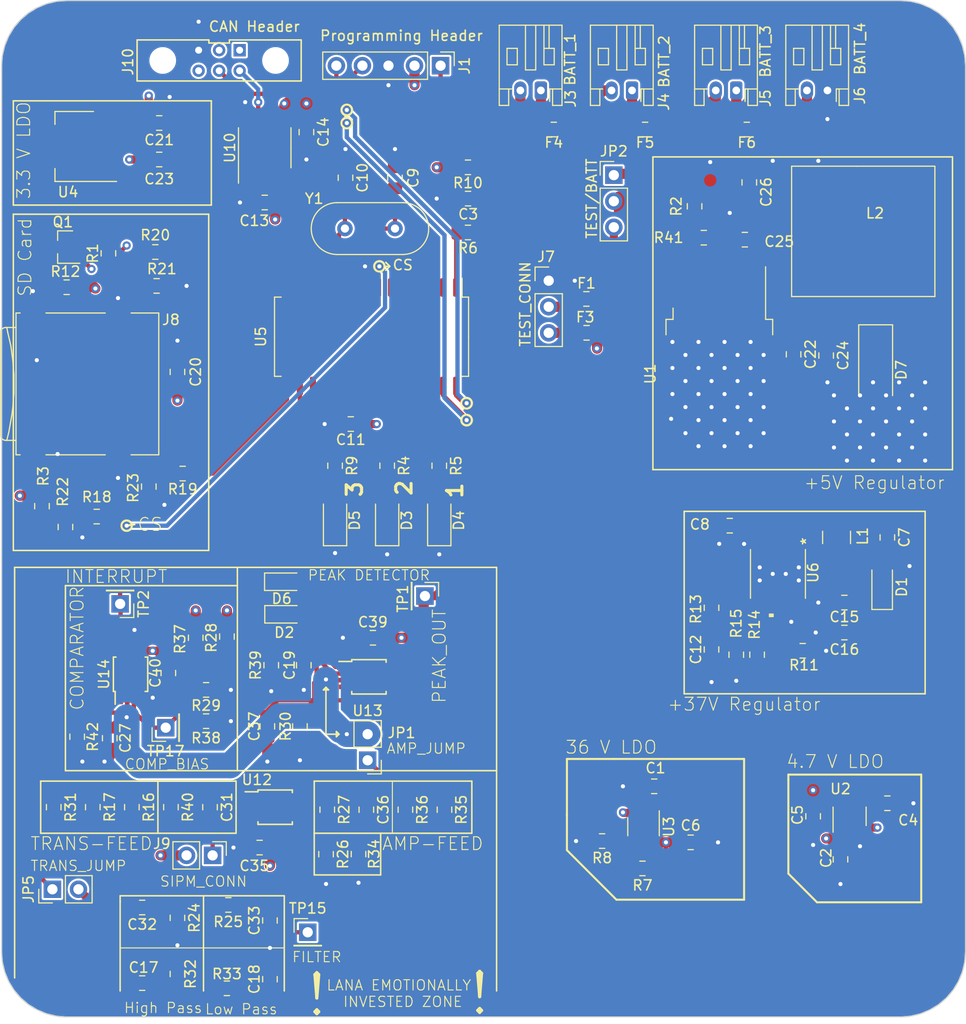
<source format=kicad_pcb>
(kicad_pcb (version 20171130) (host pcbnew "(5.1.9)-1")
  (layers (0 Papa.Cu signal) (1 GND.Cu power hide) (2 VCC.Cu power) (31 Mama.Cu signal) (34 B.Paste user hide) (35 F.Paste user hide) (36 B.SilkS user) (37 F.SilkS user) (38 B.Mask user hide) (39 F.Mask user hide) (44 Edge.Cuts user))
  (net 0 "")
  (net 1 GND)
  (net 2 +5V)
  (net 3 "/Microcontroller [DO NOT PLACE]/MCLR")
  (net 4 "Net-(C4-Pad1)")
  (net 5 +36V)
  (net 6 "Net-(C7-Pad1)")
  (net 7 "Net-(C8-Pad1)")
  (net 8 "/Microcontroller [DO NOT PLACE]/OSC1")
  (net 9 "/Microcontroller [DO NOT PLACE]/OSC2")
  (net 10 "Net-(C12-Pad1)")
  (net 11 "Net-(C17-Pad2)")
  (net 12 "Net-(C17-Pad1)")
  (net 13 "Net-(C18-Pad2)")
  (net 14 "Net-(C19-Pad1)")
  (net 15 +3V3)
  (net 16 "Net-(C31-Pad1)")
  (net 17 "Net-(C32-Pad1)")
  (net 18 "Net-(C36-Pad2)")
  (net 19 "Net-(C36-Pad1)")
  (net 20 "Net-(D1-Pad2)")
  (net 21 "Net-(D2-Pad2)")
  (net 22 "Net-(D3-Pad2)")
  (net 23 "Net-(D4-Pad2)")
  (net 24 "Net-(D5-Pad2)")
  (net 25 "Net-(F1-Pad2)")
  (net 26 +12V)
  (net 27 "Net-(F3-Pad2)")
  (net 28 "Net-(F4-Pad2)")
  (net 29 "Net-(F4-Pad1)")
  (net 30 "Net-(F5-Pad2)")
  (net 31 "Net-(F5-Pad1)")
  (net 32 "Net-(F6-Pad2)")
  (net 33 "Net-(F6-Pad1)")
  (net 34 "/Microcontroller [DO NOT PLACE]/ICSPCLK")
  (net 35 "/Microcontroller [DO NOT PLACE]/ICSPDAT")
  (net 36 "/Microcontroller [DO NOT PLACE]/CANL")
  (net 37 "/Microcontroller [DO NOT PLACE]/CANH")
  (net 38 "Net-(J8-Pad2)")
  (net 39 "Net-(J8-Pad3)")
  (net 40 "Net-(J8-Pad5)")
  (net 41 "Net-(J8-Pad7)")
  (net 42 "/Microcontroller [DO NOT PLACE]/MISO")
  (net 43 "Net-(R4-Pad1)")
  (net 44 "Net-(R5-Pad1)")
  (net 45 "Net-(R6-Pad1)")
  (net 46 "Net-(R7-Pad2)")
  (net 47 "Net-(R9-Pad1)")
  (net 48 "Net-(R11-Pad1)")
  (net 49 "Net-(R13-Pad2)")
  (net 50 "Net-(R14-Pad2)")
  (net 51 "/Microcontroller [DO NOT PLACE]/CS")
  (net 52 "/Microcontroller [DO NOT PLACE]/SCK")
  (net 53 "Net-(R28-Pad2)")
  (net 54 /DET_ADC)
  (net 55 "/Microcontroller [DO NOT PLACE]/PIC_RX")
  (net 56 "/Microcontroller [DO NOT PLACE]/PIC_TX")
  (net 57 /INTERUPT_OUT)
  (net 58 /SIPM_OUT)
  (net 59 "Net-(C25-Pad1)")
  (net 60 "Net-(R2-Pad2)")
  (net 61 /AMP_OUT)
  (net 62 +BATT)
  (net 63 "Net-(C25-Pad2)")
  (net 64 +37V)
  (net 65 +4.7V)
  (module canhw_footprints:connector_Harwin_M80-5000642 (layer Papa.Cu) (at 105.029 54.102 180)
    (fp_text reference J10 (at 8.89 -0.127 90) (layer F.SilkS))
    (fp_text value Conn_01x06_Female)
    (pad "" np_thru_hole circle (at -5.5 0 180) (size 2.2 2.2) (drill 2.2) (layers *.Cu *.Mask))
    (pad "" np_thru_hole circle (at 5.5 0 180) (size 2.2 2.2) (drill 2.2) (layers *.Cu *.Mask))
    (pad 4 thru_hole circle (at -2 -1 180) (size 1.2 1.2) (drill 0.68) (layers *.Cu *.Mask) (net 37 "/Microcontroller [DO NOT PLACE]/CANH"))
    (pad 5 thru_hole circle (at 0 -1 180) (size 1.2 1.2) (drill 0.68) (layers *.Cu *.Mask) (net 36 "/Microcontroller [DO NOT PLACE]/CANL"))
    (pad 6 thru_hole circle (at 2 -1 180) (size 1.2 1.2) (drill 0.68) (layers *.Cu *.Mask))
    (pad 3 thru_hole circle (at 2 1 180) (size 1.2 1.2) (drill 0.68) (layers *.Cu *.Mask) (net 1 GND))
    (pad 1 thru_hole rect (at -2 1 180) (size 1.2 1.2) (drill 0.68) (layers *.Cu *.Mask))
    (pad 2 thru_hole circle (at 0 1 180) (size 1.2 1.2) (drill 0.68) (layers *.Cu *.Mask))
  )
  (module Package_TO_SOT_SMD:TSOT-23-5_HandSoldering (layer Papa.Cu) (at 146.431 128.778 270)
    (fp_text reference U3 (at 0 -2.45 90) (layer F.SilkS))
    (fp_text value LT3014IS5#TRMPBF)
    (pad 5 smd rect (at 1.71 -0.95 270) (size 2 0.65) (layers Papa.Cu F.Paste F.Mask) (net 5 +36V))
    (pad 4 smd rect (at 1.71 0.95 270) (size 2 0.65) (layers Papa.Cu F.Paste F.Mask) (net 46 "Net-(R7-Pad2)"))
    (pad 3 smd rect (at -1.71 0.95 270) (size 2 0.65) (layers Papa.Cu F.Paste F.Mask) (net 2 +5V))
    (pad 2 smd rect (at -1.71 0 270) (size 2 0.65) (layers Papa.Cu F.Paste F.Mask) (net 1 GND))
    (pad 1 smd rect (at -1.71 -0.95 270) (size 2 0.65) (layers Papa.Cu F.Paste F.Mask) (net 64 +37V))
  )
  (module Package_TO_SOT_SMD:TO-263-7_TabPin4 (layer Papa.Cu) (at 153.797 82.2865 270)
    (fp_text reference U1 (at 2.359 6.731 90) (layer F.SilkS))
    (fp_text value LM22678TJ-5.0_NOPB)
    (pad 4 smd rect (at 3.375 0 270) (size 9.4 10.8) (layers Papa.Cu F.Mask) (net 1 GND))
    (pad 7 smd rect (at -5.775 3.81 270) (size 4.6 0.8) (layers Papa.Cu F.Paste F.Mask))
    (pad 6 smd rect (at -5.775 2.54 270) (size 4.6 0.8) (layers Papa.Cu F.Paste F.Mask) (net 60 "Net-(R2-Pad2)"))
    (pad 5 smd rect (at -5.775 1.27 270) (size 4.6 0.8) (layers Papa.Cu F.Paste F.Mask))
    (pad 4 smd rect (at -5.775 0 270) (size 4.6 0.8) (layers Papa.Cu F.Paste F.Mask) (net 1 GND))
    (pad 3 smd rect (at -5.775 -1.27 270) (size 4.6 0.8) (layers Papa.Cu F.Paste F.Mask) (net 63 "Net-(C25-Pad2)"))
    (pad 2 smd rect (at -5.775 -2.54 270) (size 4.6 0.8) (layers Papa.Cu F.Paste F.Mask) (net 62 +BATT))
    (pad 1 smd rect (at -5.775 -3.81 270) (size 4.6 0.8) (layers Papa.Cu F.Paste F.Mask) (net 59 "Net-(C25-Pad1)"))
  )
  (module Crystal:Crystal_HC49-4H_Vertical (layer Papa.Cu) (at 122.174 70.485 180)
    (fp_text reference Y1 (at 7.874 2.921 180) (layer F.SilkS))
    (fp_text value 12MHz)
    (pad 2 thru_hole circle (at 4.88 0 180) (size 1.5 1.5) (drill 0.8) (layers *.Cu *.Mask) (net 9 "/Microcontroller [DO NOT PLACE]/OSC2"))
    (pad 1 thru_hole circle (at 0 0 180) (size 1.5 1.5) (drill 0.8) (layers *.Cu *.Mask) (net 8 "/Microcontroller [DO NOT PLACE]/OSC1"))
  )
  (module Connector_PinHeader_2.54mm:PinHeader_1x05_P2.54mm_Vertical (layer Papa.Cu) (at 126.619 54.61 270)
    (fp_text reference J1 (at 0 -2.33 270) (layer F.SilkS))
    (fp_text value "Programming Header" (at -2.921 3.81) (layer F.SilkS))
    (pad 1 thru_hole rect (at 0 0 270) (size 1.7 1.7) (drill 1) (layers *.Cu *.Mask) (net 3 "/Microcontroller [DO NOT PLACE]/MCLR"))
    (pad 2 thru_hole oval (at 0 2.54 270) (size 1.7 1.7) (drill 1) (layers *.Cu *.Mask) (net 2 +5V))
    (pad 3 thru_hole oval (at 0 5.08 270) (size 1.7 1.7) (drill 1) (layers *.Cu *.Mask) (net 1 GND))
    (pad 4 thru_hole oval (at 0 7.62 270) (size 1.7 1.7) (drill 1) (layers *.Cu *.Mask) (net 35 "/Microcontroller [DO NOT PLACE]/ICSPDAT"))
    (pad 5 thru_hole oval (at 0 10.16 270) (size 1.7 1.7) (drill 1) (layers *.Cu *.Mask) (net 34 "/Microcontroller [DO NOT PLACE]/ICSPCLK"))
  )
  (module Capacitor_SMD:C_0805_2012Metric_Pad1.15x1.40mm_HandSolder (layer Papa.Cu) (at 170.18 126.492)
    (fp_text reference C4 (at 2.032 1.651) (layer F.SilkS))
    (fp_text value 10n)
    (pad 2 smd roundrect (at 1.025 0) (size 1.15 1.4) (layers Papa.Cu F.Paste F.Mask) (roundrect_rratio 0.217391) (net 1 GND))
    (pad 1 smd roundrect (at -1.025 0) (size 1.15 1.4) (layers Papa.Cu F.Paste F.Mask) (roundrect_rratio 0.217391) (net 4 "Net-(C4-Pad1)"))
  )
  (module Connector_PinHeader_2.54mm:PinHeader_1x01_P2.54mm_Vertical (layer Papa.Cu) (at 113.665 139.065)
    (fp_text reference TP15 (at 0 -2.33) (layer F.SilkS))
    (fp_text value FILTER (at 0.889 2.413) (layer F.SilkS) (effects (font (thickness 0.1))))
    (pad 1 thru_hole rect (at 0 0) (size 1.7 1.7) (drill 1) (layers *.Cu *.Mask) (net 13 "Net-(C18-Pad2)"))
  )
  (module Resistor_SMD:R_0805_2012Metric_Pad1.15x1.40mm_HandSolder (layer Papa.Cu) (at 115.452 131.454 270)
    (fp_text reference R26 (at 0 -1.65 270) (layer F.SilkS))
    (fp_text value 100)
    (pad 2 smd roundrect (at 1.025 0 270) (size 1.15 1.4) (layers Papa.Cu F.Paste F.Mask) (roundrect_rratio 0.217391) (net 1 GND))
    (pad 1 smd roundrect (at -1.025 0 270) (size 1.15 1.4) (layers Papa.Cu F.Paste F.Mask) (roundrect_rratio 0.217391) (net 18 "Net-(C36-Pad2)"))
  )
  (module Resistor_SMD:R_0805_2012Metric_Pad1.15x1.40mm_HandSolder (layer Papa.Cu) (at 118.618 131.445 90)
    (fp_text reference R34 (at 0 1.524 270) (layer F.SilkS))
    (fp_text value 0)
    (pad 2 smd roundrect (at 1.025 0 90) (size 1.15 1.4) (layers Papa.Cu F.Paste F.Mask) (roundrect_rratio 0.217391) (net 18 "Net-(C36-Pad2)"))
    (pad 1 smd roundrect (at -1.025 0 90) (size 1.15 1.4) (layers Papa.Cu F.Paste F.Mask) (roundrect_rratio 0.217391) (net 1 GND))
  )
  (module Connector_PinHeader_2.54mm:PinHeader_1x02_P2.54mm_Vertical (layer Papa.Cu) (at 119.507 122.301 180)
    (fp_text reference JP1 (at -3.302 2.667 180) (layer F.SilkS))
    (fp_text value AMP_JUMP (at -5.715 1.143) (layer F.SilkS) (effects (font (thickness 0.1))))
    (pad 2 thru_hole oval (at 0 2.54 180) (size 1.7 1.7) (drill 1) (layers *.Cu *.Mask) (net 61 /AMP_OUT))
    (pad 1 thru_hole rect (at 0 0 180) (size 1.7 1.7) (drill 1) (layers *.Cu *.Mask) (net 19 "Net-(C36-Pad1)"))
  )
  (module Resistor_SMD:R_0805_2012Metric_Pad1.15x1.40mm_HandSolder (layer Papa.Cu) (at 110.109 113.039 270)
    (fp_text reference R39 (at 0 1.524 90) (layer F.SilkS))
    (fp_text value 0)
    (pad 2 smd roundrect (at 1.025 0 270) (size 1.15 1.4) (layers Papa.Cu F.Paste F.Mask) (roundrect_rratio 0.217391) (net 1 GND))
    (pad 1 smd roundrect (at -1.025 0 270) (size 1.15 1.4) (layers Papa.Cu F.Paste F.Mask) (roundrect_rratio 0.217391) (net 14 "Net-(C19-Pad1)"))
  )
  (module Capacitor_SMD:C_0805_2012Metric_Pad1.15x1.40mm_HandSolder (layer Papa.Cu) (at 97.527 136.652 180)
    (fp_text reference C32 (at 0 -1.65) (layer F.SilkS))
    (fp_text value 10n)
    (pad 2 smd roundrect (at 1.025 0 180) (size 1.15 1.4) (layers Papa.Cu F.Paste F.Mask) (roundrect_rratio 0.217391) (net 11 "Net-(C17-Pad2)"))
    (pad 1 smd roundrect (at -1.025 0 180) (size 1.15 1.4) (layers Papa.Cu F.Paste F.Mask) (roundrect_rratio 0.217391) (net 17 "Net-(C32-Pad1)"))
  )
  (module Resistor_SMD:R_0805_2012Metric_Pad1.15x1.40mm_HandSolder (layer Papa.Cu) (at 101.473 94.361)
    (fp_text reference R19 (at 0 1.524 -180) (layer F.SilkS))
    (fp_text value 34k)
    (pad 2 smd roundrect (at 1.025 0) (size 1.15 1.4) (layers Papa.Cu F.Paste F.Mask) (roundrect_rratio 0.217391) (net 42 "/Microcontroller [DO NOT PLACE]/MISO"))
    (pad 1 smd roundrect (at -1.025 0) (size 1.15 1.4) (layers Papa.Cu F.Paste F.Mask) (roundrect_rratio 0.217391) (net 39 "Net-(J8-Pad3)"))
  )
  (module Payload2020_custom:732-3880-1-ND (layer Papa.Cu) (at 168.971 69.4865 180)
    (fp_text reference L2 (at 0 0.5) (layer F.SilkS))
    (fp_text value 15u)
    (pad 2 smd rect (at 0.95 3.85 180) (size 5 4.5) (layers Papa.Cu F.Paste F.Mask) (net 2 +5V))
    (pad 1 smd rect (at 0.95 -6.65 180) (size 5 4.5) (layers Papa.Cu F.Paste F.Mask) (net 59 "Net-(C25-Pad1)"))
  )
  (module Package_SO:SOIC-8_3.9x4.9mm_P1.27mm (layer Papa.Cu) (at 109.474 62.611 90)
    (fp_text reference U10 (at 0 -3.4 -90) (layer F.SilkS))
    (fp_text value MCP2562-E/SN)
    (pad 8 smd roundrect (at 2.475 -1.905 90) (size 1.95 0.6) (layers Papa.Cu F.Paste F.Mask) (net 1 GND))
    (pad 7 smd roundrect (at 2.475 -0.635 90) (size 1.95 0.6) (layers Papa.Cu F.Paste F.Mask) (net 37 "/Microcontroller [DO NOT PLACE]/CANH"))
    (pad 6 smd roundrect (at 2.475 0.635 90) (size 1.95 0.6) (layers Papa.Cu F.Paste F.Mask) (net 36 "/Microcontroller [DO NOT PLACE]/CANL"))
    (pad 5 smd roundrect (at 2.475 1.905 90) (size 1.95 0.6) (layers Papa.Cu F.Paste F.Mask) (net 2 +5V))
    (pad 4 smd roundrect (at -2.475 1.905 90) (size 1.95 0.6) (layers Papa.Cu F.Paste F.Mask) (net 55 "/Microcontroller [DO NOT PLACE]/PIC_RX"))
    (pad 3 smd roundrect (at -2.475 0.635 90) (size 1.95 0.6) (layers Papa.Cu F.Paste F.Mask) (net 2 +5V))
    (pad 2 smd roundrect (at -2.475 -0.635 90) (size 1.95 0.6) (layers Papa.Cu F.Paste F.Mask) (net 1 GND))
    (pad 1 smd roundrect (at -2.475 -1.905 90) (size 1.95 0.6) (layers Papa.Cu F.Paste F.Mask) (net 56 "/Microcontroller [DO NOT PLACE]/PIC_TX"))
  )
  (module Capacitor_SMD:C_0805_2012Metric_Pad1.15x1.40mm_HandSolder (layer Papa.Cu) (at 94.361 120.151 270)
    (fp_text reference C27 (at -0.009 -1.524 90) (layer F.SilkS))
    (fp_text value 2.2n)
    (pad 2 smd roundrect (at 1.025 0 270) (size 1.15 1.4) (layers Papa.Cu F.Paste F.Mask) (roundrect_rratio 0.217391) (net 1 GND))
    (pad 1 smd roundrect (at -1.025 0 270) (size 1.15 1.4) (layers Papa.Cu F.Paste F.Mask) (roundrect_rratio 0.217391) (net 61 /AMP_OUT))
  )
  (module Package_SO:MSOP-8_3x3mm_P0.65mm (layer Papa.Cu) (at 110.49 126.873)
    (fp_text reference U12 (at -1.778 -2.667) (layer F.SilkS))
    (fp_text value LTC6269)
    (pad 8 smd rect (at 2.2 -0.975) (size 1.45 0.45) (layers Papa.Cu F.Paste F.Mask) (net 65 +4.7V))
    (pad 7 smd rect (at 2.2 -0.325) (size 1.45 0.45) (layers Papa.Cu F.Paste F.Mask) (net 19 "Net-(C36-Pad1)"))
    (pad 6 smd rect (at 2.2 0.325) (size 1.45 0.45) (layers Papa.Cu F.Paste F.Mask) (net 18 "Net-(C36-Pad2)"))
    (pad 5 smd rect (at 2.2 0.975) (size 1.45 0.45) (layers Papa.Cu F.Paste F.Mask) (net 13 "Net-(C18-Pad2)"))
    (pad 4 smd rect (at -2.2 0.975) (size 1.45 0.45) (layers Papa.Cu F.Paste F.Mask) (net 1 GND))
    (pad 3 smd rect (at -2.2 0.325) (size 1.45 0.45) (layers Papa.Cu F.Paste F.Mask) (net 1 GND))
    (pad 2 smd rect (at -2.2 -0.325) (size 1.45 0.45) (layers Papa.Cu F.Paste F.Mask) (net 58 /SIPM_OUT))
    (pad 1 smd rect (at -2.2 -0.975) (size 1.45 0.45) (layers Papa.Cu F.Paste F.Mask) (net 16 "Net-(C31-Pad1)"))
  )
  (module Resistor_SMD:R_0805_2012Metric_Pad1.15x1.40mm_HandSolder (layer Papa.Cu) (at 151.384 68.317 270)
    (fp_text reference R2 (at 0 1.778 90) (layer F.SilkS))
    (fp_text value 20)
    (pad 2 smd roundrect (at 1.025 0 270) (size 1.15 1.4) (layers Papa.Cu F.Paste F.Mask) (roundrect_rratio 0.217391) (net 60 "Net-(R2-Pad2)"))
    (pad 1 smd roundrect (at -1.025 0 270) (size 1.15 1.4) (layers Papa.Cu F.Paste F.Mask) (roundrect_rratio 0.217391) (net 2 +5V))
  )
  (module Capacitor_SMD:C_0805_2012Metric_Pad1.15x1.40mm_HandSolder (layer Papa.Cu) (at 109.728 118.999 270)
    (fp_text reference C37 (at 0 1.27 270) (layer F.SilkS))
    (fp_text value 2.2n)
    (pad 2 smd roundrect (at 1.025 0 270) (size 1.15 1.4) (layers Papa.Cu F.Paste F.Mask) (roundrect_rratio 0.217391) (net 1 GND))
    (pad 1 smd roundrect (at -1.025 0 270) (size 1.15 1.4) (layers Papa.Cu F.Paste F.Mask) (roundrect_rratio 0.217391) (net 14 "Net-(C19-Pad1)"))
  )
  (module Resistor_SMD:R_0805_2012Metric_Pad1.15x1.40mm_HandSolder (layer Papa.Cu) (at 91.186 120.006 270)
    (fp_text reference R42 (at 0.009 -1.524 90) (layer F.SilkS))
    (fp_text value 1M)
    (pad 2 smd roundrect (at 1.025 0 270) (size 1.15 1.4) (layers Papa.Cu F.Paste F.Mask) (roundrect_rratio 0.217391) (net 1 GND))
    (pad 1 smd roundrect (at -1.025 0 270) (size 1.15 1.4) (layers Papa.Cu F.Paste F.Mask) (roundrect_rratio 0.217391) (net 61 /AMP_OUT))
  )
  (module Capacitor_SMD:C_0805_2012Metric_Pad1.15x1.40mm_HandSolder (layer Papa.Cu) (at 108.975 130.81 180)
    (fp_text reference C35 (at 0.517 -1.778) (layer F.SilkS))
    (fp_text value 0.1u)
    (pad 2 smd roundrect (at 1.025 0 180) (size 1.15 1.4) (layers Papa.Cu F.Paste F.Mask) (roundrect_rratio 0.217391) (net 1 GND))
    (pad 1 smd roundrect (at -1.025 0 180) (size 1.15 1.4) (layers Papa.Cu F.Paste F.Mask) (roundrect_rratio 0.217391) (net 65 +4.7V))
  )
  (module Diode_SMD:D_SMA_Handsoldering (layer Papa.Cu) (at 169.037 84.2645 270)
    (fp_text reference D7 (at 0 -2.5 90) (layer F.SilkS))
    (fp_text value D)
    (pad 2 smd rect (at 2.5 0 270) (size 3.5 1.8) (layers Papa.Cu F.Paste F.Mask) (net 1 GND))
    (pad 1 smd rect (at -2.5 0 270) (size 3.5 1.8) (layers Papa.Cu F.Paste F.Mask) (net 59 "Net-(C25-Pad1)"))
  )
  (module Connector_JST:JST_PH_S2B-PH-K_1x02_P2.00mm_Horizontal (layer Papa.Cu) (at 164.338 57.023 180)
    (fp_text reference J6 (at -3.1496 -0.508 270) (layer F.SilkS))
    (fp_text value BATT_4 (at -3.175 4.064 270) (layer F.SilkS))
    (pad 2 thru_hole oval (at 2 0 180) (size 1.2 1.75) (drill 0.75) (layers *.Cu *.Mask) (net 32 "Net-(F6-Pad2)"))
    (pad 1 thru_hole roundrect (at 0 0 180) (size 1.2 1.75) (drill 0.75) (layers *.Cu *.Mask) (roundrect_rratio 0.208333) (net 1 GND))
  )
  (module Connector_JST:JST_PH_S2B-PH-K_1x02_P2.00mm_Horizontal (layer Papa.Cu) (at 155.448 57.023 180)
    (fp_text reference J5 (at -2.8448 -0.762 90) (layer F.SilkS))
    (fp_text value BATT_3 (at -2.8448 3.81 270) (layer F.SilkS))
    (pad 2 thru_hole oval (at 2 0 180) (size 1.2 1.75) (drill 0.75) (layers *.Cu *.Mask) (net 30 "Net-(F5-Pad2)"))
    (pad 1 thru_hole roundrect (at 0 0 180) (size 1.2 1.75) (drill 0.75) (layers *.Cu *.Mask) (roundrect_rratio 0.208333) (net 33 "Net-(F6-Pad1)"))
  )
  (module Connector_JST:JST_PH_S2B-PH-K_1x02_P2.00mm_Horizontal (layer Papa.Cu) (at 145.288 57.023 180)
    (fp_text reference J4 (at -3.0988 -1.1176 270) (layer F.SilkS))
    (fp_text value BATT_2 (at -3.1242 2.8194 270) (layer F.SilkS))
    (pad 2 thru_hole oval (at 2 0 180) (size 1.2 1.75) (drill 0.75) (layers *.Cu *.Mask) (net 28 "Net-(F4-Pad2)"))
    (pad 1 thru_hole roundrect (at 0 0 180) (size 1.2 1.75) (drill 0.75) (layers *.Cu *.Mask) (roundrect_rratio 0.208333) (net 31 "Net-(F5-Pad1)"))
  )
  (module Connector_JST:JST_PH_S2B-PH-K_1x02_P2.00mm_Horizontal (layer Papa.Cu) (at 136.398 57.023 180)
    (fp_text reference J3 (at -2.8956 -0.8128 270) (layer F.SilkS))
    (fp_text value BATT_1 (at -2.8448 3.0226 270) (layer F.SilkS))
    (pad 2 thru_hole oval (at 2 0 180) (size 1.2 1.75) (drill 0.75) (layers *.Cu *.Mask) (net 62 +BATT))
    (pad 1 thru_hole roundrect (at 0 0 180) (size 1.2 1.75) (drill 0.75) (layers *.Cu *.Mask) (roundrect_rratio 0.208333) (net 29 "Net-(F4-Pad1)"))
  )
  (module Payload2020_custom:TPS61175_Q1_Footprint (layer Papa.Cu) (at 159.512 104.14 270)
    (fp_text reference U6 (at -0.127 -3.429 270) (layer F.SilkS))
    (fp_text value TPS61175QPWPRQ1 hide)
    (fp_poly (pts (xy 0.55 -1.23) (xy 0.55 -1.33) (xy 0.9 -1.33) (xy 0.9 -1.23)) (layer Papa.Cu) (width 0.1))
    (fp_poly (pts (xy -0.55 -1.23) (xy -0.55 -1.33) (xy -0.9 -1.33) (xy -0.9 -1.23)) (layer Papa.Cu) (width 0.1))
    (fp_poly (pts (xy -0.55 1.23) (xy -0.55 1.33) (xy -0.9 1.33) (xy -0.9 1.23)) (layer Papa.Cu) (width 0.1))
    (fp_poly (pts (xy 0.55 1.23) (xy 0.55 1.33) (xy 0.9 1.33) (xy 0.9 1.23)) (layer Papa.Cu) (width 0.1))
    (fp_text user * (at -3.175 -2.794 270) (layer F.SilkS))
    (pad 1 smd rect (at -2.921 -1.950034 270) (size 1.4732 0.3556) (layers Papa.Cu F.Paste F.Mask) (net 20 "Net-(D1-Pad2)"))
    (pad 2 smd rect (at -2.921 -1.300023 270) (size 1.4732 0.3556) (layers Papa.Cu F.Paste F.Mask) (net 20 "Net-(D1-Pad2)"))
    (pad 3 smd rect (at -2.921 -0.650011 270) (size 1.4732 0.3556) (layers Papa.Cu F.Paste F.Mask) (net 6 "Net-(C7-Pad1)"))
    (pad 4 smd rect (at -2.921 0 270) (size 1.4732 0.3556) (layers Papa.Cu F.Paste F.Mask) (net 6 "Net-(C7-Pad1)"))
    (pad 5 smd rect (at -2.921 0.650011 270) (size 1.4732 0.3556) (layers Papa.Cu F.Paste F.Mask) (net 7 "Net-(C8-Pad1)"))
    (pad 6 smd rect (at -2.921 1.300023 270) (size 1.4732 0.3556) (layers Papa.Cu F.Paste F.Mask) (net 1 GND))
    (pad 7 smd rect (at -2.921 1.950034 270) (size 1.4732 0.3556) (layers Papa.Cu F.Paste F.Mask) (net 1 GND))
    (pad 8 smd rect (at 2.921 1.950034 270) (size 1.4732 0.3556) (layers Papa.Cu F.Paste F.Mask) (net 49 "Net-(R13-Pad2)"))
    (pad 9 smd rect (at 2.921 1.300023 270) (size 1.4732 0.3556) (layers Papa.Cu F.Paste F.Mask) (net 50 "Net-(R14-Pad2)"))
    (pad 10 smd rect (at 2.921 0.650011 270) (size 1.4732 0.3556) (layers Papa.Cu F.Paste F.Mask) (net 48 "Net-(R11-Pad1)"))
    (pad 11 smd rect (at 2.921 0 270) (size 1.4732 0.3556) (layers Papa.Cu F.Paste F.Mask))
    (pad 12 smd rect (at 2.921 -0.650011 270) (size 1.4732 0.3556) (layers Papa.Cu F.Paste F.Mask) (net 1 GND))
    (pad 13 smd rect (at 2.921 -1.300023 270) (size 1.4732 0.3556) (layers Papa.Cu F.Paste F.Mask) (net 1 GND))
    (pad 14 smd rect (at 2.921 -1.950034 270) (size 1.4732 0.3556) (layers Papa.Cu F.Paste F.Mask) (net 1 GND))
    (pad 15 smd rect (at 0 0 270) (size 2.31 2.46) (layers Papa.Cu F.Paste F.Mask) (net 1 GND))
  )
  (module Resistor_SMD:R_0805_2012Metric_Pad1.15x1.40mm_HandSolder (layer Papa.Cu) (at 152.282 71.374)
    (fp_text reference R41 (at -3.429 0) (layer F.SilkS))
    (fp_text value 330)
    (pad 2 smd roundrect (at 1.025 0) (size 1.15 1.4) (layers Papa.Cu F.Paste F.Mask) (roundrect_rratio 0.217391) (net 1 GND))
    (pad 1 smd roundrect (at -1.025 0) (size 1.15 1.4) (layers Papa.Cu F.Paste F.Mask) (roundrect_rratio 0.217391) (net 60 "Net-(R2-Pad2)"))
  )
  (module Inductor_SMD:L_1210_3225Metric (layer Papa.Cu) (at 165.227 100.584 90)
    (fp_text reference L1 (at 0.127 2.54 270) (layer F.SilkS))
    (fp_text value 33u)
    (pad 2 smd roundrect (at 1.4 0 90) (size 1.25 2.65) (layers Papa.Cu F.Paste F.Mask) (roundrect_rratio 0.2) (net 6 "Net-(C7-Pad1)"))
    (pad 1 smd roundrect (at -1.4 0 90) (size 1.25 2.65) (layers Papa.Cu F.Paste F.Mask) (roundrect_rratio 0.2) (net 20 "Net-(D1-Pad2)"))
  )
  (module Capacitor_SMD:C_0805_2012Metric_Pad1.15x1.40mm_HandSolder (layer Papa.Cu) (at 156.718 65.9855 270)
    (fp_text reference C26 (at 0.9435 -1.65 90) (layer F.SilkS))
    (fp_text value 56u)
    (pad 2 smd roundrect (at 1.025 0 270) (size 1.15 1.4) (layers Papa.Cu F.Paste F.Mask) (roundrect_rratio 0.217391) (net 1 GND))
    (pad 1 smd roundrect (at -1.025 0 270) (size 1.15 1.4) (layers Papa.Cu F.Paste F.Mask) (roundrect_rratio 0.217391) (net 2 +5V))
  )
  (module Capacitor_SMD:C_0805_2012Metric_Pad1.15x1.40mm_HandSolder (layer Papa.Cu) (at 156.2825 71.5645 180)
    (fp_text reference C25 (at -3.3565 -0.1905) (layer F.SilkS))
    (fp_text value 10n)
    (pad 2 smd roundrect (at 1.025 0 180) (size 1.15 1.4) (layers Papa.Cu F.Paste F.Mask) (roundrect_rratio 0.217391) (net 63 "Net-(C25-Pad2)"))
    (pad 1 smd roundrect (at -1.025 0 180) (size 1.15 1.4) (layers Papa.Cu F.Paste F.Mask) (roundrect_rratio 0.217391) (net 59 "Net-(C25-Pad1)"))
  )
  (module Capacitor_SMD:C_0805_2012Metric_Pad1.15x1.40mm_HandSolder (layer Papa.Cu) (at 164.211 82.8585 270)
    (fp_text reference C24 (at 0 -1.65 90) (layer F.SilkS))
    (fp_text value 1u)
    (pad 2 smd roundrect (at 1.025 0 270) (size 1.15 1.4) (layers Papa.Cu F.Paste F.Mask) (roundrect_rratio 0.217391) (net 1 GND))
    (pad 1 smd roundrect (at -1.025 0 270) (size 1.15 1.4) (layers Papa.Cu F.Paste F.Mask) (roundrect_rratio 0.217391) (net 62 +BATT))
  )
  (module Capacitor_SMD:C_0805_2012Metric_Pad1.15x1.40mm_HandSolder (layer Papa.Cu) (at 161.036 82.7405 270)
    (fp_text reference C22 (at -0.009 -1.651 90) (layer F.SilkS))
    (fp_text value 15u)
    (pad 2 smd roundrect (at 1.025 0 270) (size 1.15 1.4) (layers Papa.Cu F.Paste F.Mask) (roundrect_rratio 0.217391) (net 1 GND))
    (pad 1 smd roundrect (at -1.025 0 270) (size 1.15 1.4) (layers Papa.Cu F.Paste F.Mask) (roundrect_rratio 0.217391) (net 62 +BATT))
  )
  (module Connector_PinHeader_2.54mm:PinHeader_1x02_P2.54mm_Vertical (layer Papa.Cu) (at 104.394 131.572 270)
    (fp_text reference J9 (at -1.143 4.953 180) (layer F.SilkS))
    (fp_text value SIPM_CONN (at 2.54 0.889 180) (layer F.SilkS) (effects (font (thickness 0.1))))
    (pad 2 thru_hole oval (at 0 2.54 270) (size 1.7 1.7) (drill 1) (layers *.Cu *.Mask) (net 5 +36V))
    (pad 1 thru_hole rect (at 0 0 270) (size 1.7 1.7) (drill 1) (layers *.Cu *.Mask) (net 58 /SIPM_OUT))
  )
  (module Connector_PinHeader_2.54mm:PinHeader_1x01_P2.54mm_Vertical (layer Papa.Cu) (at 95.377 107.061 180)
    (fp_text reference TP2 (at -2.286 0 90) (layer F.SilkS))
    (fp_text value INTERRUPT (at 0.381 2.667) (layer F.SilkS) (effects (font (size 1.25 1.25) (thickness 0.1))))
    (pad 1 thru_hole rect (at 0 0 180) (size 1.7 1.7) (drill 1) (layers *.Cu *.Mask) (net 57 /INTERUPT_OUT))
  )
  (module Package_SO:SOIC-28W_7.5x18.7mm_P1.27mm (layer Papa.Cu) (at 119.888 81.026 270)
    (fp_text reference U5 (at 0 10.795 270) (layer F.SilkS))
    (fp_text value PIC18LF26K83)
    (pad 28 smd roundrect (at 4.8 -8.255 270) (size 1.8 0.6) (layers Papa.Cu F.Paste F.Mask) (net 35 "/Microcontroller [DO NOT PLACE]/ICSPDAT"))
    (pad 27 smd roundrect (at 4.8 -6.985 270) (size 1.8 0.6) (layers Papa.Cu F.Paste F.Mask) (net 34 "/Microcontroller [DO NOT PLACE]/ICSPCLK"))
    (pad 26 smd roundrect (at 4.8 -5.715 270) (size 1.8 0.6) (layers Papa.Cu F.Paste F.Mask) (net 54 /DET_ADC))
    (pad 25 smd roundrect (at 4.8 -4.445 270) (size 1.8 0.6) (layers Papa.Cu F.Paste F.Mask) (net 44 "Net-(R5-Pad1)"))
    (pad 24 smd roundrect (at 4.8 -3.175 270) (size 1.8 0.6) (layers Papa.Cu F.Paste F.Mask) (net 43 "Net-(R4-Pad1)"))
    (pad 23 smd roundrect (at 4.8 -1.905 270) (size 1.8 0.6) (layers Papa.Cu F.Paste F.Mask) (net 47 "Net-(R9-Pad1)"))
    (pad 22 smd roundrect (at 4.8 -0.635 270) (size 1.8 0.6) (layers Papa.Cu F.Paste F.Mask))
    (pad 21 smd roundrect (at 4.8 0.635 270) (size 1.8 0.6) (layers Papa.Cu F.Paste F.Mask))
    (pad 20 smd roundrect (at 4.8 1.905 270) (size 1.8 0.6) (layers Papa.Cu F.Paste F.Mask) (net 2 +5V))
    (pad 19 smd roundrect (at 4.8 3.175 270) (size 1.8 0.6) (layers Papa.Cu F.Paste F.Mask) (net 1 GND))
    (pad 18 smd roundrect (at 4.8 4.445 270) (size 1.8 0.6) (layers Papa.Cu F.Paste F.Mask))
    (pad 17 smd roundrect (at 4.8 5.715 270) (size 1.8 0.6) (layers Papa.Cu F.Paste F.Mask))
    (pad 16 smd roundrect (at 4.8 6.985 270) (size 1.8 0.6) (layers Papa.Cu F.Paste F.Mask) (net 57 /INTERUPT_OUT))
    (pad 15 smd roundrect (at 4.8 8.255 270) (size 1.8 0.6) (layers Papa.Cu F.Paste F.Mask) (net 42 "/Microcontroller [DO NOT PLACE]/MISO"))
    (pad 14 smd roundrect (at -4.8 8.255 270) (size 1.8 0.6) (layers Papa.Cu F.Paste F.Mask) (net 52 "/Microcontroller [DO NOT PLACE]/SCK"))
    (pad 13 smd roundrect (at -4.8 6.985 270) (size 1.8 0.6) (layers Papa.Cu F.Paste F.Mask) (net 42 "/Microcontroller [DO NOT PLACE]/MISO"))
    (pad 12 smd roundrect (at -4.8 5.715 270) (size 1.8 0.6) (layers Papa.Cu F.Paste F.Mask) (net 55 "/Microcontroller [DO NOT PLACE]/PIC_RX"))
    (pad 11 smd roundrect (at -4.8 4.445 270) (size 1.8 0.6) (layers Papa.Cu F.Paste F.Mask) (net 56 "/Microcontroller [DO NOT PLACE]/PIC_TX"))
    (pad 10 smd roundrect (at -4.8 3.175 270) (size 1.8 0.6) (layers Papa.Cu F.Paste F.Mask) (net 9 "/Microcontroller [DO NOT PLACE]/OSC2"))
    (pad 9 smd roundrect (at -4.8 1.905 270) (size 1.8 0.6) (layers Papa.Cu F.Paste F.Mask) (net 8 "/Microcontroller [DO NOT PLACE]/OSC1"))
    (pad 8 smd roundrect (at -4.8 0.635 270) (size 1.8 0.6) (layers Papa.Cu F.Paste F.Mask) (net 1 GND))
    (pad 7 smd roundrect (at -4.8 -0.635 270) (size 1.8 0.6) (layers Papa.Cu F.Paste F.Mask) (net 51 "/Microcontroller [DO NOT PLACE]/CS"))
    (pad 6 smd roundrect (at -4.8 -1.905 270) (size 1.8 0.6) (layers Papa.Cu F.Paste F.Mask))
    (pad 5 smd roundrect (at -4.8 -3.175 270) (size 1.8 0.6) (layers Papa.Cu F.Paste F.Mask))
    (pad 4 smd roundrect (at -4.8 -4.445 270) (size 1.8 0.6) (layers Papa.Cu F.Paste F.Mask))
    (pad 3 smd roundrect (at -4.8 -5.715 270) (size 1.8 0.6) (layers Papa.Cu F.Paste F.Mask))
    (pad 2 smd roundrect (at -4.8 -6.985 270) (size 1.8 0.6) (layers Papa.Cu F.Paste F.Mask))
    (pad 1 smd roundrect (at -4.8 -8.255 270) (size 1.8 0.6) (layers Papa.Cu F.Paste F.Mask) (net 45 "Net-(R6-Pad1)"))
  )
  (module Package_TO_SOT_SMD:SOT-223 (layer Papa.Cu) (at 90.932 62.484 180)
    (fp_text reference U4 (at 0.635 -4.445 180) (layer F.SilkS))
    (fp_text value AP2114H-3.3TRG1)
    (pad 4 smd rect (at 3.15 0 180) (size 2 3.8) (layers Papa.Cu F.Paste F.Mask) (net 15 +3V3))
    (pad 2 smd rect (at -3.15 0 180) (size 2 1.5) (layers Papa.Cu F.Paste F.Mask) (net 15 +3V3))
    (pad 3 smd rect (at -3.15 2.3 180) (size 2 1.5) (layers Papa.Cu F.Paste F.Mask) (net 2 +5V))
    (pad 1 smd rect (at -3.15 -2.3 180) (size 2 1.5) (layers Papa.Cu F.Paste F.Mask) (net 1 GND))
  )
  (module Package_TO_SOT_SMD:SOT-23-5 (layer Papa.Cu) (at 166.497 127.762 90)
    (fp_text reference U2 (at 2.667 -0.889) (layer F.SilkS))
    (fp_text value LD3985M47R_SOT23)
    (pad 5 smd rect (at 1.1 -0.95 90) (size 1.06 0.65) (layers Papa.Cu F.Paste F.Mask) (net 65 +4.7V))
    (pad 4 smd rect (at 1.1 0.95 90) (size 1.06 0.65) (layers Papa.Cu F.Paste F.Mask) (net 4 "Net-(C4-Pad1)"))
    (pad 3 smd rect (at -1.1 0.95 90) (size 1.06 0.65) (layers Papa.Cu F.Paste F.Mask) (net 2 +5V))
    (pad 2 smd rect (at -1.1 0 90) (size 1.06 0.65) (layers Papa.Cu F.Paste F.Mask) (net 1 GND))
    (pad 1 smd rect (at -1.1 -0.95 90) (size 1.06 0.65) (layers Papa.Cu F.Paste F.Mask) (net 2 +5V))
  )
  (module Connector_PinHeader_2.54mm:PinHeader_1x03_P2.54mm_Vertical (layer Papa.Cu) (at 143.51 65.278)
    (fp_text reference JP2 (at 0 -2.33) (layer F.SilkS))
    (fp_text value TEST/BATT (at -2.159 2.286 90) (layer F.SilkS))
    (pad 3 thru_hole oval (at 0 5.08) (size 1.7 1.7) (drill 1) (layers *.Cu *.Mask) (net 26 +12V))
    (pad 2 thru_hole oval (at 0 2.54) (size 1.7 1.7) (drill 1) (layers *.Cu *.Mask) (net 6 "Net-(C7-Pad1)"))
    (pad 1 thru_hole rect (at 0 0) (size 1.7 1.7) (drill 1) (layers *.Cu *.Mask) (net 62 +BATT))
  )
  (module Connector_PinHeader_2.54mm:PinHeader_1x03_P2.54mm_Vertical (layer Papa.Cu) (at 137.16 75.565)
    (fp_text reference J7 (at -0.254 -2.33 180) (layer F.SilkS))
    (fp_text value TEST_CONN (at -2.286 2.286 -90) (layer F.SilkS))
    (pad 3 thru_hole oval (at 0 5.08) (size 1.7 1.7) (drill 1) (layers *.Cu *.Mask) (net 27 "Net-(F3-Pad2)"))
    (pad 2 thru_hole oval (at 0 2.54) (size 1.7 1.7) (drill 1) (layers *.Cu *.Mask) (net 25 "Net-(F1-Pad2)"))
    (pad 1 thru_hole rect (at 0 0) (size 1.7 1.7) (drill 1) (layers *.Cu *.Mask) (net 1 GND))
  )
  (module Diode_SMD:D_1206_3216Metric_Pad1.42x1.75mm_HandSolder (layer Papa.Cu) (at 116.332 98.933 90)
    (fp_text reference D5 (at 0 1.905 90) (layer F.SilkS))
    (fp_text value QBLP650-IW hide)
    (pad 2 smd roundrect (at 1.4875 0 90) (size 1.425 1.75) (layers Papa.Cu F.Paste F.Mask) (roundrect_rratio 0.175439) (net 24 "Net-(D5-Pad2)"))
    (pad 1 smd roundrect (at -1.4875 0 90) (size 1.425 1.75) (layers Papa.Cu F.Paste F.Mask) (roundrect_rratio 0.175439) (net 1 GND))
  )
  (module Diode_SMD:D_1206_3216Metric_Pad1.42x1.75mm_HandSolder (layer Papa.Cu) (at 126.492 98.933 90)
    (fp_text reference D4 (at 0 1.905 90) (layer F.SilkS))
    (fp_text value 150120BS75000 hide)
    (pad 2 smd roundrect (at 1.4875 0 90) (size 1.425 1.75) (layers Papa.Cu F.Paste F.Mask) (roundrect_rratio 0.175439) (net 23 "Net-(D4-Pad2)"))
    (pad 1 smd roundrect (at -1.4875 0 90) (size 1.425 1.75) (layers Papa.Cu F.Paste F.Mask) (roundrect_rratio 0.175439) (net 1 GND))
  )
  (module Diode_SMD:D_1206_3216Metric_Pad1.42x1.75mm_HandSolder (layer Papa.Cu) (at 121.412 98.933 90)
    (fp_text reference D3 (at 0 1.905 90) (layer F.SilkS))
    (fp_text value 156120RS75000 hide)
    (pad 2 smd roundrect (at 1.4875 0 90) (size 1.425 1.75) (layers Papa.Cu F.Paste F.Mask) (roundrect_rratio 0.175439) (net 22 "Net-(D3-Pad2)"))
    (pad 1 smd roundrect (at -1.4875 0 90) (size 1.425 1.75) (layers Papa.Cu F.Paste F.Mask) (roundrect_rratio 0.175439) (net 1 GND))
  )
  (module Diode_SMD:D_SOD-323_HandSoldering (layer Papa.Cu) (at 111.379 108.077)
    (fp_text reference D2 (at 0 1.778) (layer F.SilkS))
    (fp_text value CUS08F30H3FCT-ND)
    (pad 2 smd rect (at 1.25 0) (size 1 1) (layers Papa.Cu F.Paste F.Mask) (net 21 "Net-(D2-Pad2)"))
    (pad 1 smd rect (at -1.25 0) (size 1 1) (layers Papa.Cu F.Paste F.Mask) (net 14 "Net-(C19-Pad1)"))
  )
  (module Diode_SMD:D_SOD-123F (layer Papa.Cu) (at 169.672 105.41 90)
    (fp_text reference D1 (at 0 1.905 90) (layer F.SilkS))
    (fp_text value "570mV 1a")
    (pad 1 smd rect (at -1.4 0 90) (size 1.1 1.1) (layers Papa.Cu F.Paste F.Mask) (net 64 +37V))
    (pad 2 smd rect (at 1.4 0 90) (size 1.1 1.1) (layers Papa.Cu F.Paste F.Mask) (net 20 "Net-(D1-Pad2)"))
  )
  (module Connector_PinHeader_2.54mm:PinHeader_1x01_P2.54mm_Vertical (layer Papa.Cu) (at 99.822 119.126 90)
    (fp_text reference TP17 (at -2.286 0 180) (layer F.SilkS))
    (fp_text value COMP_BIAS (at -3.556 0.127 180) (layer F.SilkS) (effects (font (thickness 0.1))))
    (pad 1 thru_hole rect (at 0 0 90) (size 1.7 1.7) (drill 1) (layers *.Cu *.Mask) (net 53 "Net-(R28-Pad2)"))
  )
  (module Connector_PinHeader_2.54mm:PinHeader_1x01_P2.54mm_Vertical (layer Papa.Cu) (at 125.095 106.299 270)
    (fp_text reference TP1 (at 0.254 2.159 90) (layer F.SilkS))
    (fp_text value PEAK_OUT (at 5.842 -1.397 90) (layer F.SilkS) (effects (font (size 1.25 1.25) (thickness 0.1))))
    (pad 1 thru_hole rect (at 0 0 270) (size 1.7 1.7) (drill 1) (layers *.Cu *.Mask) (net 54 /DET_ADC))
  )
  (module Connector_PinHeader_2.54mm:PinHeader_1x02_P2.54mm_Vertical (layer Papa.Cu) (at 88.773 134.874 90)
    (fp_text reference JP5 (at 0 -2.33 90) (layer F.SilkS))
    (fp_text value TRANS_JUMP (at 2.286 2.54) (layer F.SilkS) (effects (font (thickness 0.1))))
    (pad 2 thru_hole oval (at 0 2.54 90) (size 1.7 1.7) (drill 1) (layers *.Cu *.Mask) (net 11 "Net-(C17-Pad2)"))
    (pad 1 thru_hole rect (at 0 0 90) (size 1.7 1.7) (drill 1) (layers *.Cu *.Mask) (net 16 "Net-(C31-Pad1)"))
  )
  (module Package_SO:MSOP-8_3x3mm_P0.65mm (layer Papa.Cu) (at 96.393 113.919 90)
    (fp_text reference U14 (at 0 -2.6 90) (layer F.SilkS))
    (fp_text value LT1711xMS8)
    (pad 8 smd rect (at 2.2 -0.975 90) (size 1.45 0.45) (layers Papa.Cu F.Paste F.Mask) (net 57 /INTERUPT_OUT))
    (pad 7 smd rect (at 2.2 -0.325 90) (size 1.45 0.45) (layers Papa.Cu F.Paste F.Mask))
    (pad 6 smd rect (at 2.2 0.325 90) (size 1.45 0.45) (layers Papa.Cu F.Paste F.Mask) (net 1 GND))
    (pad 5 smd rect (at 2.2 0.975 90) (size 1.45 0.45) (layers Papa.Cu F.Paste F.Mask) (net 65 +4.7V))
    (pad 4 smd rect (at -2.2 0.975 90) (size 1.45 0.45) (layers Papa.Cu F.Paste F.Mask) (net 1 GND))
    (pad 3 smd rect (at -2.2 0.325 90) (size 1.45 0.45) (layers Papa.Cu F.Paste F.Mask) (net 53 "Net-(R28-Pad2)"))
    (pad 2 smd rect (at -2.2 -0.325 90) (size 1.45 0.45) (layers Papa.Cu F.Paste F.Mask) (net 61 /AMP_OUT))
    (pad 1 smd rect (at -2.2 -0.975 90) (size 1.45 0.45) (layers Papa.Cu F.Paste F.Mask) (net 65 +4.7V))
  )
  (module Package_SO:MSOP-8_3x3mm_P0.65mm (layer Papa.Cu) (at 119.634 114.173)
    (fp_text reference U13 (at -0.127 3.302 180) (layer F.SilkS))
    (fp_text value LTC6269)
    (pad 8 smd rect (at 2.2 -0.975) (size 1.45 0.45) (layers Papa.Cu F.Paste F.Mask) (net 65 +4.7V))
    (pad 7 smd rect (at 2.2 -0.325) (size 1.45 0.45) (layers Papa.Cu F.Paste F.Mask) (net 54 /DET_ADC))
    (pad 6 smd rect (at 2.2 0.325) (size 1.45 0.45) (layers Papa.Cu F.Paste F.Mask) (net 54 /DET_ADC))
    (pad 5 smd rect (at 2.2 0.975) (size 1.45 0.45) (layers Papa.Cu F.Paste F.Mask) (net 14 "Net-(C19-Pad1)"))
    (pad 4 smd rect (at -2.2 0.975) (size 1.45 0.45) (layers Papa.Cu F.Paste F.Mask) (net 1 GND))
    (pad 3 smd rect (at -2.2 0.325) (size 1.45 0.45) (layers Papa.Cu F.Paste F.Mask) (net 61 /AMP_OUT))
    (pad 2 smd rect (at -2.2 -0.325) (size 1.45 0.45) (layers Papa.Cu F.Paste F.Mask) (net 14 "Net-(C19-Pad1)"))
    (pad 1 smd rect (at -2.2 -0.975) (size 1.45 0.45) (layers Papa.Cu F.Paste F.Mask) (net 21 "Net-(D2-Pad2)"))
  )
  (module Resistor_SMD:R_0805_2012Metric_Pad1.15x1.40mm_HandSolder (layer Papa.Cu) (at 100.33 126.873 270)
    (fp_text reference R40 (at 0 -1.65 270) (layer F.SilkS))
    (fp_text value 150)
    (pad 2 smd roundrect (at 1.025 0 270) (size 1.15 1.4) (layers Papa.Cu F.Paste F.Mask) (roundrect_rratio 0.217391) (net 58 /SIPM_OUT))
    (pad 1 smd roundrect (at -1.025 0 270) (size 1.15 1.4) (layers Papa.Cu F.Paste F.Mask) (roundrect_rratio 0.217391) (net 16 "Net-(C31-Pad1)"))
  )
  (module Resistor_SMD:R_0805_2012Metric_Pad1.15x1.40mm_HandSolder (layer Papa.Cu) (at 103.759 118.491)
    (fp_text reference R38 (at 0 1.651 180) (layer F.SilkS))
    (fp_text value 0)
    (pad 2 smd roundrect (at 1.025 0) (size 1.15 1.4) (layers Papa.Cu F.Paste F.Mask) (roundrect_rratio 0.217391) (net 1 GND))
    (pad 1 smd roundrect (at -1.025 0) (size 1.15 1.4) (layers Papa.Cu F.Paste F.Mask) (roundrect_rratio 0.217391) (net 53 "Net-(R28-Pad2)"))
  )
  (module Resistor_SMD:R_0805_2012Metric_Pad1.15x1.40mm_HandSolder (layer Papa.Cu) (at 102.743 110.363 270)
    (fp_text reference R37 (at 0.127 1.524 270) (layer F.SilkS))
    (fp_text value 0)
    (pad 2 smd roundrect (at 1.025 0 270) (size 1.15 1.4) (layers Papa.Cu F.Paste F.Mask) (roundrect_rratio 0.217391) (net 53 "Net-(R28-Pad2)"))
    (pad 1 smd roundrect (at -1.025 0 270) (size 1.15 1.4) (layers Papa.Cu F.Paste F.Mask) (roundrect_rratio 0.217391) (net 65 +4.7V))
  )
  (module Resistor_SMD:R_0805_2012Metric_Pad1.15x1.40mm_HandSolder (layer Papa.Cu) (at 123.19 127.118 270)
    (fp_text reference R36 (at 0 -1.65 270) (layer F.SilkS))
    (fp_text value 0)
    (pad 2 smd roundrect (at 1.025 0 270) (size 1.15 1.4) (layers Papa.Cu F.Paste F.Mask) (roundrect_rratio 0.217391) (net 18 "Net-(C36-Pad2)"))
    (pad 1 smd roundrect (at -1.025 0 270) (size 1.15 1.4) (layers Papa.Cu F.Paste F.Mask) (roundrect_rratio 0.217391) (net 19 "Net-(C36-Pad1)"))
  )
  (module Resistor_SMD:R_0805_2012Metric_Pad1.15x1.40mm_HandSolder (layer Papa.Cu) (at 127 127.118 270)
    (fp_text reference R35 (at 0 -1.65 270) (layer F.SilkS))
    (fp_text value 0)
    (pad 2 smd roundrect (at 1.025 0 270) (size 1.15 1.4) (layers Papa.Cu F.Paste F.Mask) (roundrect_rratio 0.217391) (net 18 "Net-(C36-Pad2)"))
    (pad 1 smd roundrect (at -1.025 0 270) (size 1.15 1.4) (layers Papa.Cu F.Paste F.Mask) (roundrect_rratio 0.217391) (net 19 "Net-(C36-Pad1)"))
  )
  (module Resistor_SMD:R_0805_2012Metric_Pad1.15x1.40mm_HandSolder (layer Papa.Cu) (at 105.782 144.526 180)
    (fp_text reference R33 (at -0.009 1.397) (layer F.SilkS))
    (fp_text value 0)
    (pad 1 smd roundrect (at -1.025 0 180) (size 1.15 1.4) (layers Papa.Cu F.Paste F.Mask) (roundrect_rratio 0.217391) (net 13 "Net-(C18-Pad2)"))
    (pad 2 smd roundrect (at 1.025 0 180) (size 1.15 1.4) (layers Papa.Cu F.Paste F.Mask) (roundrect_rratio 0.217391) (net 12 "Net-(C17-Pad1)"))
  )
  (module Resistor_SMD:R_0805_2012Metric_Pad1.15x1.40mm_HandSolder (layer Papa.Cu) (at 100.965 143.129 90)
    (fp_text reference R32 (at 0 1.27 270) (layer F.SilkS))
    (fp_text value 0)
    (pad 2 smd roundrect (at 1.025 0 90) (size 1.15 1.4) (layers Papa.Cu F.Paste F.Mask) (roundrect_rratio 0.217391) (net 1 GND))
    (pad 1 smd roundrect (at -1.025 0 90) (size 1.15 1.4) (layers Papa.Cu F.Paste F.Mask) (roundrect_rratio 0.217391) (net 12 "Net-(C17-Pad1)"))
  )
  (module Resistor_SMD:R_0805_2012Metric_Pad1.15x1.40mm_HandSolder (layer Papa.Cu) (at 88.9 126.873 270)
    (fp_text reference R31 (at 0 -1.65 270) (layer F.SilkS))
    (fp_text value 0)
    (pad 2 smd roundrect (at 1.025 0 270) (size 1.15 1.4) (layers Papa.Cu F.Paste F.Mask) (roundrect_rratio 0.217391) (net 58 /SIPM_OUT))
    (pad 1 smd roundrect (at -1.025 0 270) (size 1.15 1.4) (layers Papa.Cu F.Paste F.Mask) (roundrect_rratio 0.217391) (net 16 "Net-(C31-Pad1)"))
  )
  (module Resistor_SMD:R_0805_2012Metric_Pad1.15x1.40mm_HandSolder (layer Papa.Cu) (at 112.903 118.999 270)
    (fp_text reference R30 (at 0 1.397 270) (layer F.SilkS))
    (fp_text value 1M)
    (pad 2 smd roundrect (at 1.025 0 270) (size 1.15 1.4) (layers Papa.Cu F.Paste F.Mask) (roundrect_rratio 0.217391) (net 1 GND))
    (pad 1 smd roundrect (at -1.025 0 270) (size 1.15 1.4) (layers Papa.Cu F.Paste F.Mask) (roundrect_rratio 0.217391) (net 14 "Net-(C19-Pad1)"))
  )
  (module Resistor_SMD:R_0805_2012Metric_Pad1.15x1.40mm_HandSolder (layer Papa.Cu) (at 103.759 115.443)
    (fp_text reference R29 (at 0 1.524 180) (layer F.SilkS))
    (fp_text value 15k)
    (pad 2 smd roundrect (at 1.025 0) (size 1.15 1.4) (layers Papa.Cu F.Paste F.Mask) (roundrect_rratio 0.217391) (net 1 GND))
    (pad 1 smd roundrect (at -1.025 0) (size 1.15 1.4) (layers Papa.Cu F.Paste F.Mask) (roundrect_rratio 0.217391) (net 53 "Net-(R28-Pad2)"))
  )
  (module Resistor_SMD:R_0805_2012Metric_Pad1.15x1.40mm_HandSolder (layer Papa.Cu) (at 105.791 110.245 270)
    (fp_text reference R28 (at 0.118 1.524 270) (layer F.SilkS))
    (fp_text value 100k)
    (pad 2 smd roundrect (at 1.025 0 270) (size 1.15 1.4) (layers Papa.Cu F.Paste F.Mask) (roundrect_rratio 0.217391) (net 53 "Net-(R28-Pad2)"))
    (pad 1 smd roundrect (at -1.025 0 270) (size 1.15 1.4) (layers Papa.Cu F.Paste F.Mask) (roundrect_rratio 0.217391) (net 65 +4.7V))
  )
  (module Resistor_SMD:R_0805_2012Metric_Pad1.15x1.40mm_HandSolder (layer Papa.Cu) (at 115.57 127.118 270)
    (fp_text reference R27 (at 0 -1.65 270) (layer F.SilkS))
    (fp_text value 330)
    (pad 2 smd roundrect (at 1.025 0 270) (size 1.15 1.4) (layers Papa.Cu F.Paste F.Mask) (roundrect_rratio 0.217391) (net 18 "Net-(C36-Pad2)"))
    (pad 1 smd roundrect (at -1.025 0 270) (size 1.15 1.4) (layers Papa.Cu F.Paste F.Mask) (roundrect_rratio 0.217391) (net 19 "Net-(C36-Pad1)"))
  )
  (module Resistor_SMD:R_0805_2012Metric_Pad1.15x1.40mm_HandSolder (layer Papa.Cu) (at 105.927 136.398 180)
    (fp_text reference R25 (at 0.009 -1.651) (layer F.SilkS))
    (fp_text value 150)
    (pad 2 smd roundrect (at 1.025 0 180) (size 1.15 1.4) (layers Papa.Cu F.Paste F.Mask) (roundrect_rratio 0.217391) (net 17 "Net-(C32-Pad1)"))
    (pad 1 smd roundrect (at -1.025 0 180) (size 1.15 1.4) (layers Papa.Cu F.Paste F.Mask) (roundrect_rratio 0.217391) (net 13 "Net-(C18-Pad2)"))
  )
  (module Resistor_SMD:R_0805_2012Metric_Pad1.15x1.40mm_HandSolder (layer Papa.Cu) (at 100.965 137.659 270)
    (fp_text reference R24 (at 0 -1.65 270) (layer F.SilkS))
    (fp_text value 100)
    (pad 2 smd roundrect (at 1.025 0 270) (size 1.15 1.4) (layers Papa.Cu F.Paste F.Mask) (roundrect_rratio 0.217391) (net 1 GND))
    (pad 1 smd roundrect (at -1.025 0 270) (size 1.15 1.4) (layers Papa.Cu F.Paste F.Mask) (roundrect_rratio 0.217391) (net 17 "Net-(C32-Pad1)"))
  )
  (module Resistor_SMD:R_0805_2012Metric_Pad1.15x1.40mm_HandSolder (layer Papa.Cu) (at 98.171 95.631 270)
    (fp_text reference R23 (at 0.127 1.524 270) (layer F.SilkS))
    (fp_text value 66k)
    (pad 1 smd roundrect (at -1.025 0 270) (size 1.15 1.4) (layers Papa.Cu F.Paste F.Mask) (roundrect_rratio 0.217391) (net 39 "Net-(J8-Pad3)"))
    (pad 2 smd roundrect (at 1.025 0 270) (size 1.15 1.4) (layers Papa.Cu F.Paste F.Mask) (roundrect_rratio 0.217391) (net 1 GND))
  )
  (module Resistor_SMD:R_0805_2012Metric_Pad1.15x1.40mm_HandSolder (layer Papa.Cu) (at 90.043 99.568 270)
    (fp_text reference R22 (at -3.429 0.254 90) (layer F.SilkS))
    (fp_text value 66k)
    (pad 1 smd roundrect (at -1.025 0 270) (size 1.15 1.4) (layers Papa.Cu F.Paste F.Mask) (roundrect_rratio 0.217391) (net 38 "Net-(J8-Pad2)"))
    (pad 2 smd roundrect (at 1.025 0 270) (size 1.15 1.4) (layers Papa.Cu F.Paste F.Mask) (roundrect_rratio 0.217391) (net 1 GND))
  )
  (module Resistor_SMD:R_0805_2012Metric_Pad1.15x1.40mm_HandSolder (layer Papa.Cu) (at 98.933 76.073)
    (fp_text reference R21 (at 0.508 -1.651 180) (layer F.SilkS))
    (fp_text value 66k)
    (pad 2 smd roundrect (at 1.025 0) (size 1.15 1.4) (layers Papa.Cu F.Paste F.Mask) (roundrect_rratio 0.217391) (net 1 GND))
    (pad 1 smd roundrect (at -1.025 0) (size 1.15 1.4) (layers Papa.Cu F.Paste F.Mask) (roundrect_rratio 0.217391) (net 40 "Net-(J8-Pad5)"))
  )
  (module Resistor_SMD:R_0805_2012Metric_Pad1.15x1.40mm_HandSolder (layer Papa.Cu) (at 98.806 72.771)
    (fp_text reference R20 (at 0 -1.65) (layer F.SilkS))
    (fp_text value 34k)
    (pad 2 smd roundrect (at 1.025 0) (size 1.15 1.4) (layers Papa.Cu F.Paste F.Mask) (roundrect_rratio 0.217391) (net 52 "/Microcontroller [DO NOT PLACE]/SCK"))
    (pad 1 smd roundrect (at -1.025 0) (size 1.15 1.4) (layers Papa.Cu F.Paste F.Mask) (roundrect_rratio 0.217391) (net 40 "Net-(J8-Pad5)"))
  )
  (module Resistor_SMD:R_0805_2012Metric_Pad1.15x1.40mm_HandSolder (layer Papa.Cu) (at 93.091 98.552)
    (fp_text reference R18 (at 0.009 -1.905) (layer F.SilkS))
    (fp_text value 34k)
    (pad 2 smd roundrect (at 1.025 0) (size 1.15 1.4) (layers Papa.Cu F.Paste F.Mask) (roundrect_rratio 0.217391) (net 51 "/Microcontroller [DO NOT PLACE]/CS"))
    (pad 1 smd roundrect (at -1.025 0) (size 1.15 1.4) (layers Papa.Cu F.Paste F.Mask) (roundrect_rratio 0.217391) (net 38 "Net-(J8-Pad2)"))
  )
  (module Resistor_SMD:R_0805_2012Metric_Pad1.15x1.40mm_HandSolder (layer Papa.Cu) (at 92.71 126.873 270)
    (fp_text reference R17 (at 0 -1.65 270) (layer F.SilkS))
    (fp_text value 0)
    (pad 2 smd roundrect (at 1.025 0 270) (size 1.15 1.4) (layers Papa.Cu F.Paste F.Mask) (roundrect_rratio 0.217391) (net 58 /SIPM_OUT))
    (pad 1 smd roundrect (at -1.025 0 270) (size 1.15 1.4) (layers Papa.Cu F.Paste F.Mask) (roundrect_rratio 0.217391) (net 16 "Net-(C31-Pad1)"))
  )
  (module Resistor_SMD:R_0805_2012Metric_Pad1.15x1.40mm_HandSolder (layer Papa.Cu) (at 96.52 126.873 270)
    (fp_text reference R16 (at 0 -1.65 270) (layer F.SilkS))
    (fp_text value 0)
    (pad 2 smd roundrect (at 1.025 0 270) (size 1.15 1.4) (layers Papa.Cu F.Paste F.Mask) (roundrect_rratio 0.217391) (net 58 /SIPM_OUT))
    (pad 1 smd roundrect (at -1.025 0 270) (size 1.15 1.4) (layers Papa.Cu F.Paste F.Mask) (roundrect_rratio 0.217391) (net 16 "Net-(C31-Pad1)"))
  )
  (module Resistor_SMD:R_0805_2012Metric_Pad1.15x1.40mm_HandSolder (layer Papa.Cu) (at 155.448 112.014 270)
    (fp_text reference R15 (at -3.048 0 270) (layer F.SilkS))
    (fp_text value 16.2k)
    (pad 2 smd roundrect (at 1.025 0 270) (size 1.15 1.4) (layers Papa.Cu F.Paste F.Mask) (roundrect_rratio 0.217391) (net 1 GND))
    (pad 1 smd roundrect (at -1.025 0 270) (size 1.15 1.4) (layers Papa.Cu F.Paste F.Mask) (roundrect_rratio 0.217391) (net 50 "Net-(R14-Pad2)"))
  )
  (module Resistor_SMD:R_0805_2012Metric_Pad1.15x1.40mm_HandSolder (layer Papa.Cu) (at 157.48 112.014 90)
    (fp_text reference R14 (at 2.921 -0.254 270) (layer F.SilkS))
    (fp_text value 470k)
    (pad 2 smd roundrect (at 1.025 0 90) (size 1.15 1.4) (layers Papa.Cu F.Paste F.Mask) (roundrect_rratio 0.217391) (net 50 "Net-(R14-Pad2)"))
    (pad 1 smd roundrect (at -1.025 0 90) (size 1.15 1.4) (layers Papa.Cu F.Paste F.Mask) (roundrect_rratio 0.217391) (net 64 +37V))
  )
  (module Resistor_SMD:R_0805_2012Metric_Pad1.15x1.40mm_HandSolder (layer Papa.Cu) (at 153.035 107.442 90)
    (fp_text reference R13 (at -0.127 -1.524 270) (layer F.SilkS))
    (fp_text value 18.7k)
    (pad 2 smd roundrect (at 1.025 0 90) (size 1.15 1.4) (layers Papa.Cu F.Paste F.Mask) (roundrect_rratio 0.217391) (net 49 "Net-(R13-Pad2)"))
    (pad 1 smd roundrect (at -1.025 0 90) (size 1.15 1.4) (layers Papa.Cu F.Paste F.Mask) (roundrect_rratio 0.217391) (net 10 "Net-(C12-Pad1)"))
  )
  (module Resistor_SMD:R_0805_2012Metric_Pad1.15x1.40mm_HandSolder (layer Papa.Cu) (at 90.161 76.2 180)
    (fp_text reference R12 (at 0.118 1.524 180) (layer F.SilkS))
    (fp_text value 10k)
    (pad 1 smd roundrect (at -1.025 0 180) (size 1.15 1.4) (layers Papa.Cu F.Paste F.Mask) (roundrect_rratio 0.217391) (net 15 +3V3))
    (pad 2 smd roundrect (at 1.025 0 180) (size 1.15 1.4) (layers Papa.Cu F.Paste F.Mask) (roundrect_rratio 0.217391) (net 41 "Net-(J8-Pad7)"))
  )
  (module Resistor_SMD:R_0805_2012Metric_Pad1.15x1.40mm_HandSolder (layer Papa.Cu) (at 161.925 111.633)
    (fp_text reference R11 (at 0.127 1.397) (layer F.SilkS))
    (fp_text value 86.6k)
    (pad 1 smd roundrect (at -1.025 0) (size 1.15 1.4) (layers Papa.Cu F.Paste F.Mask) (roundrect_rratio 0.217391) (net 48 "Net-(R11-Pad1)"))
    (pad 2 smd roundrect (at 1.025 0) (size 1.15 1.4) (layers Papa.Cu F.Paste F.Mask) (roundrect_rratio 0.217391) (net 1 GND))
  )
  (module Resistor_SMD:R_0805_2012Metric_Pad1.15x1.40mm_HandSolder (layer Papa.Cu) (at 129.286 64.516)
    (fp_text reference R10 (at 0 1.524) (layer F.SilkS))
    (fp_text value 10k)
    (pad 2 smd roundrect (at 1.025 0) (size 1.15 1.4) (layers Papa.Cu F.Paste F.Mask) (roundrect_rratio 0.217391) (net 3 "/Microcontroller [DO NOT PLACE]/MCLR"))
    (pad 1 smd roundrect (at -1.025 0) (size 1.15 1.4) (layers Papa.Cu F.Paste F.Mask) (roundrect_rratio 0.217391) (net 2 +5V))
  )
  (module Resistor_SMD:R_0805_2012Metric_Pad1.15x1.40mm_HandSolder (layer Papa.Cu) (at 116.332 93.599 270)
    (fp_text reference R9 (at 0 -1.65 270) (layer F.SilkS))
    (fp_text value 330)
    (pad 2 smd roundrect (at 1.025 0 270) (size 1.15 1.4) (layers Papa.Cu F.Paste F.Mask) (roundrect_rratio 0.217391) (net 24 "Net-(D5-Pad2)"))
    (pad 1 smd roundrect (at -1.025 0 270) (size 1.15 1.4) (layers Papa.Cu F.Paste F.Mask) (roundrect_rratio 0.217391) (net 47 "Net-(R9-Pad1)"))
  )
  (module Resistor_SMD:R_0805_2012Metric_Pad1.15x1.40mm_HandSolder (layer Papa.Cu) (at 142.367 130.175 180)
    (fp_text reference R8 (at 0 -1.65) (layer F.SilkS))
    (fp_text value 10k)
    (pad 2 smd roundrect (at 1.025 0 180) (size 1.15 1.4) (layers Papa.Cu F.Paste F.Mask) (roundrect_rratio 0.217391) (net 1 GND))
    (pad 1 smd roundrect (at -1.025 0 180) (size 1.15 1.4) (layers Papa.Cu F.Paste F.Mask) (roundrect_rratio 0.217391) (net 46 "Net-(R7-Pad2)"))
  )
  (module Resistor_SMD:R_0805_2012Metric_Pad1.15x1.40mm_HandSolder (layer Papa.Cu) (at 146.304 132.842 180)
    (fp_text reference R7 (at 0 -1.651) (layer F.SilkS))
    (fp_text value 285.1k)
    (pad 2 smd roundrect (at 1.025 0 180) (size 1.15 1.4) (layers Papa.Cu F.Paste F.Mask) (roundrect_rratio 0.217391) (net 46 "Net-(R7-Pad2)"))
    (pad 1 smd roundrect (at -1.025 0 180) (size 1.15 1.4) (layers Papa.Cu F.Paste F.Mask) (roundrect_rratio 0.217391) (net 5 +36V))
  )
  (module Resistor_SMD:R_0805_2012Metric_Pad1.15x1.40mm_HandSolder (layer Papa.Cu) (at 129.286 70.866)
    (fp_text reference R6 (at 0 1.524 180) (layer F.SilkS))
    (fp_text value 100)
    (pad 2 smd roundrect (at 1.025 0) (size 1.15 1.4) (layers Papa.Cu F.Paste F.Mask) (roundrect_rratio 0.217391) (net 3 "/Microcontroller [DO NOT PLACE]/MCLR"))
    (pad 1 smd roundrect (at -1.025 0) (size 1.15 1.4) (layers Papa.Cu F.Paste F.Mask) (roundrect_rratio 0.217391) (net 45 "Net-(R6-Pad1)"))
  )
  (module Resistor_SMD:R_0805_2012Metric_Pad1.15x1.40mm_HandSolder (layer Papa.Cu) (at 126.492 93.599 270)
    (fp_text reference R5 (at 0 -1.65 270) (layer F.SilkS))
    (fp_text value 330)
    (pad 2 smd roundrect (at 1.025 0 270) (size 1.15 1.4) (layers Papa.Cu F.Paste F.Mask) (roundrect_rratio 0.217391) (net 23 "Net-(D4-Pad2)"))
    (pad 1 smd roundrect (at -1.025 0 270) (size 1.15 1.4) (layers Papa.Cu F.Paste F.Mask) (roundrect_rratio 0.217391) (net 44 "Net-(R5-Pad1)"))
  )
  (module Resistor_SMD:R_0805_2012Metric_Pad1.15x1.40mm_HandSolder (layer Papa.Cu) (at 121.412 93.599 270)
    (fp_text reference R4 (at 0 -1.65 270) (layer F.SilkS))
    (fp_text value 330)
    (pad 2 smd roundrect (at 1.025 0 270) (size 1.15 1.4) (layers Papa.Cu F.Paste F.Mask) (roundrect_rratio 0.217391) (net 22 "Net-(D3-Pad2)"))
    (pad 1 smd roundrect (at -1.025 0 270) (size 1.15 1.4) (layers Papa.Cu F.Paste F.Mask) (roundrect_rratio 0.217391) (net 43 "Net-(R4-Pad1)"))
  )
  (module Resistor_SMD:R_0805_2012Metric_Pad1.15x1.40mm_HandSolder (layer Papa.Cu) (at 87.757 97.536 270)
    (fp_text reference R3 (at -2.921 -0.127 270) (layer F.SilkS))
    (fp_text value 10k)
    (pad 1 smd roundrect (at -1.025 0 270) (size 1.15 1.4) (layers Papa.Cu F.Paste F.Mask) (roundrect_rratio 0.217391) (net 15 +3V3))
    (pad 2 smd roundrect (at 1.025 0 270) (size 1.15 1.4) (layers Papa.Cu F.Paste F.Mask) (roundrect_rratio 0.217391) (net 38 "Net-(J8-Pad2)"))
  )
  (module Resistor_SMD:R_0805_2012Metric_Pad1.15x1.40mm_HandSolder (layer Papa.Cu) (at 94.234 72.898 90)
    (fp_text reference R1 (at 0 -1.524 90) (layer F.SilkS))
    (fp_text value 10k)
    (pad 1 smd roundrect (at -1.025 0 90) (size 1.15 1.4) (layers Papa.Cu F.Paste F.Mask) (roundrect_rratio 0.217391) (net 2 +5V))
    (pad 2 smd roundrect (at 1.025 0 90) (size 1.15 1.4) (layers Papa.Cu F.Paste F.Mask) (roundrect_rratio 0.217391) (net 42 "/Microcontroller [DO NOT PLACE]/MISO"))
  )
  (module Package_TO_SOT_SMD:SOT-23 (layer Papa.Cu) (at 90.043 72.2884 180)
    (fp_text reference Q1 (at 0.254 2.4384) (layer F.SilkS))
    (fp_text value BSS138)
    (pad 1 smd rect (at -1 -0.95 180) (size 0.9 0.8) (layers Papa.Cu F.Paste F.Mask) (net 15 +3V3))
    (pad 2 smd rect (at -1 0.95 180) (size 0.9 0.8) (layers Papa.Cu F.Paste F.Mask) (net 42 "/Microcontroller [DO NOT PLACE]/MISO"))
    (pad 3 smd rect (at 1 0 180) (size 0.9 0.8) (layers Papa.Cu F.Paste F.Mask) (net 41 "Net-(J8-Pad7)"))
  )
  (module canhw_footprints:microSD_Molex_WM6698CT-ND (layer Papa.Cu) (at 86.868 78.74 270)
    (fp_text reference J8 (at 0.635 -13.462) (layer F.SilkS))
    (fp_text value 693072010801)
    (pad 9 smd rect (at 0 0 90) (size 1.45 2) (layers Papa.Cu F.Paste F.Mask) (net 1 GND))
    (pad 9 smd rect (at 13.75 0 90) (size 1.45 2) (layers Papa.Cu F.Paste F.Mask) (net 1 GND))
    (pad 9 smd rect (at 13.75 -8.3 90) (size 1.45 2) (layers Papa.Cu F.Paste F.Mask) (net 1 GND))
    (pad 9 smd rect (at 0 -8.3 90) (size 1.45 2) (layers Papa.Cu F.Paste F.Mask) (net 1 GND))
    (pad 8 smd rect (at 2.38 -2.6 90) (size 0.8 1.5) (layers Papa.Cu F.Paste F.Mask))
    (pad 7 smd rect (at 3.48 -2.6 90) (size 0.8 1.5) (layers Papa.Cu F.Paste F.Mask) (net 41 "Net-(J8-Pad7)"))
    (pad 6 smd rect (at 4.58 -2.6 90) (size 0.8 1.5) (layers Papa.Cu F.Paste F.Mask) (net 1 GND))
    (pad 5 smd rect (at 5.68 -2.61 90) (size 0.8 1.5) (layers Papa.Cu F.Paste F.Mask) (net 40 "Net-(J8-Pad5)"))
    (pad 4 smd rect (at 6.78 -2.6 90) (size 0.8 1.5) (layers Papa.Cu F.Paste F.Mask) (net 15 +3V3))
    (pad 3 smd rect (at 7.87 -2.6 90) (size 0.8 1.5) (layers Papa.Cu F.Paste F.Mask) (net 39 "Net-(J8-Pad3)"))
    (pad 2 smd rect (at 8.98 -2.6 90) (size 0.8 1.5) (layers Papa.Cu F.Paste F.Mask) (net 38 "Net-(J8-Pad2)"))
    (pad 1 smd rect (at 10.08 -2.6 90) (size 0.8 1.5) (layers Papa.Cu F.Paste F.Mask))
  )
  (module Fuse:Fuse_0805_2012Metric_Pad1.15x1.40mm_HandSolder (layer Papa.Cu) (at 156.473 60.833)
    (fp_text reference F6 (at 0 1.27) (layer F.SilkS))
    (fp_text value 400ma)
    (pad 2 smd roundrect (at 1.025 0) (size 1.15 1.4) (layers Papa.Cu F.Paste F.Mask) (roundrect_rratio 0.217391) (net 32 "Net-(F6-Pad2)"))
    (pad 1 smd roundrect (at -1.025 0) (size 1.15 1.4) (layers Papa.Cu F.Paste F.Mask) (roundrect_rratio 0.217391) (net 33 "Net-(F6-Pad1)"))
  )
  (module Fuse:Fuse_0805_2012Metric_Pad1.15x1.40mm_HandSolder (layer Papa.Cu) (at 146.558 60.833)
    (fp_text reference F5 (at 0 1.27) (layer F.SilkS))
    (fp_text value 400ma)
    (pad 2 smd roundrect (at 1.025 0) (size 1.15 1.4) (layers Papa.Cu F.Paste F.Mask) (roundrect_rratio 0.217391) (net 30 "Net-(F5-Pad2)"))
    (pad 1 smd roundrect (at -1.025 0) (size 1.15 1.4) (layers Papa.Cu F.Paste F.Mask) (roundrect_rratio 0.217391) (net 31 "Net-(F5-Pad1)"))
  )
  (module Fuse:Fuse_0805_2012Metric_Pad1.15x1.40mm_HandSolder (layer Papa.Cu) (at 137.659 60.833)
    (fp_text reference F4 (at 0 1.27) (layer F.SilkS))
    (fp_text value 400ma)
    (pad 2 smd roundrect (at 1.025 0) (size 1.15 1.4) (layers Papa.Cu F.Paste F.Mask) (roundrect_rratio 0.217391) (net 28 "Net-(F4-Pad2)"))
    (pad 1 smd roundrect (at -1.025 0) (size 1.15 1.4) (layers Papa.Cu F.Paste F.Mask) (roundrect_rratio 0.217391) (net 29 "Net-(F4-Pad1)"))
  )
  (module Fuse:Fuse_0805_2012Metric_Pad1.15x1.40mm_HandSolder (layer Papa.Cu) (at 140.852 80.645 180)
    (fp_text reference F3 (at 0.127 1.524) (layer F.SilkS))
    (fp_text value 400ma hide)
    (pad 2 smd roundrect (at 1.025 0 180) (size 1.15 1.4) (layers Papa.Cu F.Paste F.Mask) (roundrect_rratio 0.217391) (net 27 "Net-(F3-Pad2)"))
    (pad 1 smd roundrect (at -1.025 0 180) (size 1.15 1.4) (layers Papa.Cu F.Paste F.Mask) (roundrect_rratio 0.217391) (net 2 +5V))
  )
  (module Fuse:Fuse_0805_2012Metric_Pad1.15x1.40mm_HandSolder (layer Papa.Cu) (at 140.834 77.343 180)
    (fp_text reference F1 (at -0.009 1.524) (layer F.SilkS))
    (fp_text value 400ma)
    (pad 2 smd roundrect (at 1.025 0 180) (size 1.15 1.4) (layers Papa.Cu F.Paste F.Mask) (roundrect_rratio 0.217391) (net 25 "Net-(F1-Pad2)"))
    (pad 1 smd roundrect (at -1.025 0 180) (size 1.15 1.4) (layers Papa.Cu F.Paste F.Mask) (roundrect_rratio 0.217391) (net 26 +12V))
  )
  (module Diode_SMD:D_SOD-323_HandSoldering (layer Papa.Cu) (at 111.359 104.902)
    (fp_text reference D6 (at -0.234 1.651) (layer F.SilkS))
    (fp_text value CUS08F30H3FCT-ND)
    (pad 2 smd rect (at 1.25 0) (size 1 1) (layers Papa.Cu F.Paste F.Mask) (net 21 "Net-(D2-Pad2)"))
    (pad 1 smd rect (at -1.25 0) (size 1 1) (layers Papa.Cu F.Paste F.Mask) (net 14 "Net-(C19-Pad1)"))
  )
  (module Capacitor_SMD:C_0805_2012Metric_Pad1.15x1.40mm_HandSolder (layer Papa.Cu) (at 100.076 113.801 270)
    (fp_text reference C40 (at -0.009 1.27 270) (layer F.SilkS))
    (fp_text value 0.1u)
    (pad 2 smd roundrect (at 1.025 0 270) (size 1.15 1.4) (layers Papa.Cu F.Paste F.Mask) (roundrect_rratio 0.217391) (net 1 GND))
    (pad 1 smd roundrect (at -1.025 0 270) (size 1.15 1.4) (layers Papa.Cu F.Paste F.Mask) (roundrect_rratio 0.217391) (net 65 +4.7V))
  )
  (module Capacitor_SMD:C_0805_2012Metric_Pad1.15x1.40mm_HandSolder (layer Papa.Cu) (at 120.024 110.363 180)
    (fp_text reference C39 (at 0.009 1.524 180) (layer F.SilkS))
    (fp_text value 0.1u)
    (pad 2 smd roundrect (at 1.025 0 180) (size 1.15 1.4) (layers Papa.Cu F.Paste F.Mask) (roundrect_rratio 0.217391) (net 1 GND))
    (pad 1 smd roundrect (at -1.025 0 180) (size 1.15 1.4) (layers Papa.Cu F.Paste F.Mask) (roundrect_rratio 0.217391) (net 65 +4.7V))
  )
  (module Capacitor_SMD:C_0805_2012Metric_Pad1.15x1.40mm_HandSolder (layer Papa.Cu) (at 119.38 127.118 270)
    (fp_text reference C36 (at 0 -1.65 270) (layer F.SilkS))
    (fp_text value 470p)
    (pad 2 smd roundrect (at 1.025 0 270) (size 1.15 1.4) (layers Papa.Cu F.Paste F.Mask) (roundrect_rratio 0.217391) (net 18 "Net-(C36-Pad2)"))
    (pad 1 smd roundrect (at -1.025 0 270) (size 1.15 1.4) (layers Papa.Cu F.Paste F.Mask) (roundrect_rratio 0.217391) (net 19 "Net-(C36-Pad1)"))
  )
  (module Capacitor_SMD:C_0805_2012Metric_Pad1.15x1.40mm_HandSolder (layer Papa.Cu) (at 109.982 137.913 90)
    (fp_text reference C33 (at -0.009 -1.524 270) (layer F.SilkS))
    (fp_text value 1n)
    (pad 2 smd roundrect (at 1.025 0 90) (size 1.15 1.4) (layers Papa.Cu F.Paste F.Mask) (roundrect_rratio 0.217391) (net 13 "Net-(C18-Pad2)"))
    (pad 1 smd roundrect (at -1.025 0 90) (size 1.15 1.4) (layers Papa.Cu F.Paste F.Mask) (roundrect_rratio 0.217391) (net 1 GND))
  )
  (module Capacitor_SMD:C_0805_2012Metric_Pad1.15x1.40mm_HandSolder (layer Papa.Cu) (at 104.14 126.873 270)
    (fp_text reference C31 (at 0 -1.65 270) (layer F.SilkS))
    (fp_text value 1n)
    (pad 2 smd roundrect (at 1.025 0 270) (size 1.15 1.4) (layers Papa.Cu F.Paste F.Mask) (roundrect_rratio 0.217391) (net 58 /SIPM_OUT))
    (pad 1 smd roundrect (at -1.025 0 270) (size 1.15 1.4) (layers Papa.Cu F.Paste F.Mask) (roundrect_rratio 0.217391) (net 16 "Net-(C31-Pad1)"))
  )
  (module Capacitor_SMD:C_0805_2012Metric_Pad1.15x1.40mm_HandSolder (layer Papa.Cu) (at 99.187 63.754)
    (fp_text reference C23 (at 0 1.905 -180) (layer F.SilkS))
    (fp_text value 1u)
    (pad 1 smd roundrect (at -1.025 0) (size 1.15 1.4) (layers Papa.Cu F.Paste F.Mask) (roundrect_rratio 0.217391) (net 15 +3V3))
    (pad 2 smd roundrect (at 1.025 0) (size 1.15 1.4) (layers Papa.Cu F.Paste F.Mask) (roundrect_rratio 0.217391) (net 1 GND))
  )
  (module Capacitor_SMD:C_0805_2012Metric_Pad1.15x1.40mm_HandSolder (layer Papa.Cu) (at 99.187 60.198 180)
    (fp_text reference C21 (at 0 -1.65 180) (layer F.SilkS))
    (fp_text value 1u)
    (pad 1 smd roundrect (at -1.025 0 180) (size 1.15 1.4) (layers Papa.Cu F.Paste F.Mask) (roundrect_rratio 0.217391) (net 1 GND))
    (pad 2 smd roundrect (at 1.025 0 180) (size 1.15 1.4) (layers Papa.Cu F.Paste F.Mask) (roundrect_rratio 0.217391) (net 2 +5V))
  )
  (module Capacitor_SMD:C_0805_2012Metric_Pad1.15x1.40mm_HandSolder (layer Papa.Cu) (at 100.965 84.455 90)
    (fp_text reference C20 (at 0 1.778 90) (layer F.SilkS))
    (fp_text value 4.7uF)
    (pad 1 smd roundrect (at -1.025 0 90) (size 1.15 1.4) (layers Papa.Cu F.Paste F.Mask) (roundrect_rratio 0.217391) (net 15 +3V3))
    (pad 2 smd roundrect (at 1.025 0 90) (size 1.15 1.4) (layers Papa.Cu F.Paste F.Mask) (roundrect_rratio 0.217391) (net 1 GND))
  )
  (module Capacitor_SMD:C_0805_2012Metric_Pad1.15x1.40mm_HandSolder (layer Papa.Cu) (at 113.284 113.039 270)
    (fp_text reference C19 (at 0 1.397 90) (layer F.SilkS))
    (fp_text value 0)
    (pad 2 smd roundrect (at 1.025 0 270) (size 1.15 1.4) (layers Papa.Cu F.Paste F.Mask) (roundrect_rratio 0.217391) (net 1 GND))
    (pad 1 smd roundrect (at -1.025 0 270) (size 1.15 1.4) (layers Papa.Cu F.Paste F.Mask) (roundrect_rratio 0.217391) (net 14 "Net-(C19-Pad1)"))
  )
  (module Capacitor_SMD:C_0805_2012Metric_Pad1.15x1.40mm_HandSolder (layer Papa.Cu) (at 109.982 143.637 270)
    (fp_text reference C18 (at 0 1.524 90) (layer F.SilkS))
    (fp_text value 0)
    (pad 1 smd roundrect (at -1.025 0 270) (size 1.15 1.4) (layers Papa.Cu F.Paste F.Mask) (roundrect_rratio 0.217391) (net 1 GND))
    (pad 2 smd roundrect (at 1.025 0 270) (size 1.15 1.4) (layers Papa.Cu F.Paste F.Mask) (roundrect_rratio 0.217391) (net 13 "Net-(C18-Pad2)"))
  )
  (module Capacitor_SMD:C_0805_2012Metric_Pad1.15x1.40mm_HandSolder (layer Papa.Cu) (at 97.527 144.018 180)
    (fp_text reference C17 (at -0.136 1.524) (layer F.SilkS))
    (fp_text value 0)
    (pad 2 smd roundrect (at 1.025 0 180) (size 1.15 1.4) (layers Papa.Cu F.Paste F.Mask) (roundrect_rratio 0.217391) (net 11 "Net-(C17-Pad2)"))
    (pad 1 smd roundrect (at -1.025 0 180) (size 1.15 1.4) (layers Papa.Cu F.Paste F.Mask) (roundrect_rratio 0.217391) (net 12 "Net-(C17-Pad1)"))
  )
  (module Capacitor_SMD:C_0805_2012Metric_Pad1.15x1.40mm_HandSolder (layer Papa.Cu) (at 165.989 109.855 180)
    (fp_text reference C16 (at 0 -1.65) (layer F.SilkS))
    (fp_text value 10u)
    (pad 1 smd roundrect (at -1.025 0 180) (size 1.15 1.4) (layers Papa.Cu F.Paste F.Mask) (roundrect_rratio 0.217391) (net 64 +37V))
    (pad 2 smd roundrect (at 1.025 0 180) (size 1.15 1.4) (layers Papa.Cu F.Paste F.Mask) (roundrect_rratio 0.217391) (net 1 GND))
  )
  (module Capacitor_SMD:C_0805_2012Metric_Pad1.15x1.40mm_HandSolder (layer Papa.Cu) (at 165.989 106.934 180)
    (fp_text reference C15 (at 0 -1.397 180) (layer F.SilkS))
    (fp_text value 10u)
    (pad 1 smd roundrect (at -1.025 0 180) (size 1.15 1.4) (layers Papa.Cu F.Paste F.Mask) (roundrect_rratio 0.217391) (net 64 +37V))
    (pad 2 smd roundrect (at 1.025 0 180) (size 1.15 1.4) (layers Papa.Cu F.Paste F.Mask) (roundrect_rratio 0.217391) (net 1 GND))
  )
  (module Capacitor_SMD:C_0805_2012Metric_Pad1.15x1.40mm_HandSolder (layer Papa.Cu) (at 113.538 61.087 270)
    (fp_text reference C14 (at 0 -1.65 270) (layer F.SilkS))
    (fp_text value 0.1uF)
    (pad 2 smd roundrect (at 1.025 0 270) (size 1.15 1.4) (layers Papa.Cu F.Paste F.Mask) (roundrect_rratio 0.217391) (net 1 GND))
    (pad 1 smd roundrect (at -1.025 0 270) (size 1.15 1.4) (layers Papa.Cu F.Paste F.Mask) (roundrect_rratio 0.217391) (net 2 +5V))
  )
  (module Capacitor_SMD:C_0805_2012Metric_Pad1.15x1.40mm_HandSolder (layer Papa.Cu) (at 109.474 67.945 180)
    (fp_text reference C13 (at 1.016 -1.778 180) (layer F.SilkS))
    (fp_text value 0.1uF)
    (pad 2 smd roundrect (at 1.025 0 180) (size 1.15 1.4) (layers Papa.Cu F.Paste F.Mask) (roundrect_rratio 0.217391) (net 1 GND))
    (pad 1 smd roundrect (at -1.025 0 180) (size 1.15 1.4) (layers Papa.Cu F.Paste F.Mask) (roundrect_rratio 0.217391) (net 2 +5V))
  )
  (module Capacitor_SMD:C_0805_2012Metric_Pad1.15x1.40mm_HandSolder (layer Papa.Cu) (at 153.035 111.506 270)
    (fp_text reference C12 (at 0 1.524 270) (layer F.SilkS))
    (fp_text value 1.5n)
    (pad 2 smd roundrect (at 1.025 0 270) (size 1.15 1.4) (layers Papa.Cu F.Paste F.Mask) (roundrect_rratio 0.217391) (net 1 GND))
    (pad 1 smd roundrect (at -1.025 0 270) (size 1.15 1.4) (layers Papa.Cu F.Paste F.Mask) (roundrect_rratio 0.217391) (net 10 "Net-(C12-Pad1)"))
  )
  (module Capacitor_SMD:C_0805_2012Metric_Pad1.15x1.40mm_HandSolder (layer Papa.Cu) (at 117.865 89.535)
    (fp_text reference C11 (at 0 1.524) (layer F.SilkS))
    (fp_text value 0.1uF)
    (pad 2 smd roundrect (at 1.025 0) (size 1.15 1.4) (layers Papa.Cu F.Paste F.Mask) (roundrect_rratio 0.217391) (net 2 +5V))
    (pad 1 smd roundrect (at -1.025 0) (size 1.15 1.4) (layers Papa.Cu F.Paste F.Mask) (roundrect_rratio 0.217391) (net 1 GND))
  )
  (module Capacitor_SMD:C_0805_2012Metric_Pad1.15x1.40mm_HandSolder (layer Papa.Cu) (at 117.348 65.532 90)
    (fp_text reference C10 (at 0 1.651 90) (layer F.SilkS))
    (fp_text value 26pF)
    (pad 2 smd roundrect (at 1.025 0 90) (size 1.15 1.4) (layers Papa.Cu F.Paste F.Mask) (roundrect_rratio 0.217391) (net 1 GND))
    (pad 1 smd roundrect (at -1.025 0 90) (size 1.15 1.4) (layers Papa.Cu F.Paste F.Mask) (roundrect_rratio 0.217391) (net 9 "/Microcontroller [DO NOT PLACE]/OSC2"))
  )
  (module Capacitor_SMD:C_0805_2012Metric_Pad1.15x1.40mm_HandSolder (layer Papa.Cu) (at 122.174 65.532 90)
    (fp_text reference C9 (at -0.009 1.778 90) (layer F.SilkS))
    (fp_text value 26pF)
    (pad 2 smd roundrect (at 1.025 0 90) (size 1.15 1.4) (layers Papa.Cu F.Paste F.Mask) (roundrect_rratio 0.217391) (net 1 GND))
    (pad 1 smd roundrect (at -1.025 0 90) (size 1.15 1.4) (layers Papa.Cu F.Paste F.Mask) (roundrect_rratio 0.217391) (net 8 "/Microcontroller [DO NOT PLACE]/OSC1"))
  )
  (module Capacitor_SMD:C_0805_2012Metric_Pad1.15x1.40mm_HandSolder (layer Papa.Cu) (at 154.813 99.441 180)
    (fp_text reference C8 (at 2.921 0.127) (layer F.SilkS))
    (fp_text value 47n)
    (pad 2 smd roundrect (at 1.025 0 180) (size 1.15 1.4) (layers Papa.Cu F.Paste F.Mask) (roundrect_rratio 0.217391) (net 1 GND))
    (pad 1 smd roundrect (at -1.025 0 180) (size 1.15 1.4) (layers Papa.Cu F.Paste F.Mask) (roundrect_rratio 0.217391) (net 7 "Net-(C8-Pad1)"))
  )
  (module Capacitor_SMD:C_0805_2012Metric_Pad1.15x1.40mm_HandSolder (layer Papa.Cu) (at 170.18 100.584 270)
    (fp_text reference C7 (at 0 -1.65 270) (layer F.SilkS))
    (fp_text value 10u)
    (pad 2 smd roundrect (at 1.025 0 270) (size 1.15 1.4) (layers Papa.Cu F.Paste F.Mask) (roundrect_rratio 0.217391) (net 1 GND))
    (pad 1 smd roundrect (at -1.025 0 270) (size 1.15 1.4) (layers Papa.Cu F.Paste F.Mask) (roundrect_rratio 0.217391) (net 6 "Net-(C7-Pad1)"))
  )
  (module Capacitor_SMD:C_0805_2012Metric_Pad1.15x1.40mm_HandSolder (layer Papa.Cu) (at 151.003 130.302)
    (fp_text reference C6 (at 0 -1.65) (layer F.SilkS))
    (fp_text value 0.5u)
    (pad 2 smd roundrect (at 1.025 0) (size 1.15 1.4) (layers Papa.Cu F.Paste F.Mask) (roundrect_rratio 0.217391) (net 1 GND))
    (pad 1 smd roundrect (at -1.025 0) (size 1.15 1.4) (layers Papa.Cu F.Paste F.Mask) (roundrect_rratio 0.217391) (net 5 +36V))
  )
  (module Capacitor_SMD:C_0805_2012Metric_Pad1.15x1.40mm_HandSolder (layer Papa.Cu) (at 162.941 127.762 270)
    (fp_text reference C5 (at -0.127 1.524 270) (layer F.SilkS))
    (fp_text value 1u)
    (pad 2 smd roundrect (at 1.025 0 270) (size 1.15 1.4) (layers Papa.Cu F.Paste F.Mask) (roundrect_rratio 0.217391) (net 1 GND))
    (pad 1 smd roundrect (at -1.025 0 270) (size 1.15 1.4) (layers Papa.Cu F.Paste F.Mask) (roundrect_rratio 0.217391) (net 65 +4.7V))
  )
  (module Capacitor_SMD:C_0805_2012Metric_Pad1.15x1.40mm_HandSolder (layer Papa.Cu) (at 129.295 67.564 180)
    (fp_text reference C3 (at -0.018 -1.524 180) (layer F.SilkS))
    (fp_text value 0.1u)
    (pad 2 smd roundrect (at 1.025 0 180) (size 1.15 1.4) (layers Papa.Cu F.Paste F.Mask) (roundrect_rratio 0.217391) (net 1 GND))
    (pad 1 smd roundrect (at -1.025 0 180) (size 1.15 1.4) (layers Papa.Cu F.Paste F.Mask) (roundrect_rratio 0.217391) (net 3 "/Microcontroller [DO NOT PLACE]/MCLR"))
  )
  (module Capacitor_SMD:C_0805_2012Metric_Pad1.15x1.40mm_HandSolder (layer Papa.Cu) (at 165.608 131.962 270)
    (fp_text reference C2 (at -0.136 1.397 90) (layer F.SilkS))
    (fp_text value 1u)
    (pad 2 smd roundrect (at 1.025 0 270) (size 1.15 1.4) (layers Papa.Cu F.Paste F.Mask) (roundrect_rratio 0.217391) (net 1 GND))
    (pad 1 smd roundrect (at -1.025 0 270) (size 1.15 1.4) (layers Papa.Cu F.Paste F.Mask) (roundrect_rratio 0.217391) (net 2 +5V))
  )
  (module Capacitor_SMD:C_0805_2012Metric_Pad1.15x1.40mm_HandSolder (layer Papa.Cu) (at 147.447 124.841 180)
    (fp_text reference C1 (at -0.127 1.778 180) (layer F.SilkS))
    (fp_text value 1u)
    (pad 2 smd roundrect (at 1.025 0 180) (size 1.15 1.4) (layers Papa.Cu F.Paste F.Mask) (roundrect_rratio 0.217391) (net 1 GND))
    (pad 1 smd roundrect (at -1.025 0 180) (size 1.15 1.4) (layers Papa.Cu F.Paste F.Mask) (roundrect_rratio 0.217391) (net 64 +37V))
  )
  (gr_text "CAN Header" (at 108.458 50.8) (layer F.SilkS) (effects (font (size 1 1))))
  (gr_text "PEAK DETECTOR" (at 119.634 104.267) (layer F.SilkS) (effects (font (size 1 1) (thickness 0.1))))
  (gr_line (start 106.807 123.317) (end 132.08 123.317) (layer F.SilkS) (width 0.15))
  (gr_line (start 106.807 105.283) (end 106.807 103.505) (layer F.SilkS) (width 0.15))
  (gr_line (start 176.53 93.98) (end 176.53 63.5) (layer F.SilkS) (width 0.15))
  (gr_line (start 147.32 93.98) (end 176.53 93.98) (layer F.SilkS) (width 0.15))
  (gr_line (start 147.32 63.5) (end 147.32 93.98) (layer F.SilkS) (width 0.15))
  (gr_line (start 176.53 63.5) (end 147.32 63.5) (layer F.SilkS) (width 0.15))
  (gr_arc (start 90.17 140.97) (end 83.82 140.97) (angle -90) (layer Edge.Cuts) (width 0.1))
  (gr_arc (start 90.17 54.61) (end 90.17 48.26) (angle -90) (layer Edge.Cuts) (width 0.1))
  (gr_arc (start 171.45 54.61) (end 177.8 54.61) (angle -90) (layer Edge.Cuts) (width 0.1))
  (gr_arc (start 171.45 140.97) (end 171.45 147.32) (angle -90) (layer Edge.Cuts) (width 0.1))
  (gr_line (start 83.82 140.97) (end 83.82 54.61) (layer Edge.Cuts) (width 0.1))
  (gr_line (start 171.45 147.32) (end 90.17 147.32) (layer Edge.Cuts) (width 0.1))
  (gr_line (start 177.8 54.61) (end 177.8 140.97) (layer Edge.Cuts) (width 0.1))
  (gr_line (start 90.17 48.26) (end 171.45 48.26) (layer Edge.Cuts) (width 0.1))
  (gr_text "+5V Regulator" (at 168.91 95.25) (layer F.SilkS) (effects (font (size 1.25 1.25) (thickness 0.1))))
  (gr_line (start 150.368 98.044) (end 150.368 115.824) (layer F.SilkS) (width 0.15))
  (gr_line (start 173.863 98.044) (end 173.863 115.824) (layer F.SilkS) (width 0.15))
  (gr_text AMP-FEED (at 125.857 130.429) (layer F.SilkS) (effects (font (size 1.25 1.25) (thickness 0.1))))
  (gr_line (start 95.377 135.509) (end 95.377 136.144) (layer F.SilkS) (width 0.15))
  (gr_line (start 111.379 135.509) (end 95.377 135.509) (layer F.SilkS) (width 0.15))
  (gr_line (start 103.505 140.589) (end 95.377 140.589) (layer F.SilkS) (width 0.1))
  (gr_text "Low Pass" (at 107.188 146.558) (layer F.SilkS) (effects (font (size 1 1) (thickness 0.1))))
  (gr_text "High Pass" (at 99.568 146.431) (layer F.SilkS) (effects (font (size 1 1) (thickness 0.1))))
  (gr_line (start 115.697 115.443) (end 115.443 115.189) (layer F.SilkS) (width 0.15))
  (gr_line (start 115.189 115.443) (end 115.697 115.443) (layer F.SilkS) (width 0.15))
  (gr_line (start 115.443 115.189) (end 115.189 115.443) (layer F.SilkS) (width 0.15))
  (gr_line (start 116.459 119.507) (end 116.459 120.015) (layer F.SilkS) (width 0.15))
  (gr_line (start 116.459 120.015) (end 116.713 119.761) (layer F.SilkS) (width 0.15))
  (gr_line (start 116.459 119.507) (end 116.713 119.761) (layer F.SilkS) (width 0.15))
  (gr_line (start 116.713 119.761) (end 116.459 119.507) (layer F.SilkS) (width 0.15))
  (gr_line (start 115.443 119.761) (end 116.713 119.761) (layer F.SilkS) (width 0.15))
  (gr_line (start 115.443 115.189) (end 115.443 119.761) (layer F.SilkS) (width 0.15))
  (gr_line (start 129.667 129.413) (end 129.667 124.333) (layer F.SilkS) (width 0.15))
  (gr_line (start 114.3 129.413) (end 114.3 133.477) (layer F.SilkS) (width 0.15))
  (gr_line (start 121.666 74.168) (end 121.285 74.549) (layer F.SilkS) (width 0.15))
  (gr_line (start 121.285 73.787) (end 121.666 74.168) (layer F.SilkS) (width 0.15))
  (gr_line (start 121.666 74.168) (end 121.285 73.787) (layer F.SilkS) (width 0.15))
  (gr_line (start 121.158 74.168) (end 121.666 74.168) (layer F.SilkS) (width 0.15))
  (gr_circle (center 117.475 60.198) (end 117.998634 60.198) (layer F.SilkS) (width 0.2))
  (gr_circle (center 117.475 58.928) (end 117.998634 58.928) (layer F.SilkS) (width 0.2))
  (gr_circle (center 129.159 89.154) (end 129.682634 89.154) (layer F.SilkS) (width 0.2))
  (gr_circle (center 129.159 87.503) (end 129.682634 87.503) (layer F.SilkS) (width 0.2))
  (gr_text "4.7 V LDO" (at 165.1 122.428) (layer F.SilkS) (effects (font (size 1.25 1.25) (thickness 0.1))))
  (gr_line (start 160.528 123.698) (end 160.528 124.206) (layer F.SilkS) (width 0.2))
  (gr_line (start 173.482 123.698) (end 160.528 123.698) (layer F.SilkS) (width 0.2))
  (gr_line (start 173.482 136.144) (end 173.482 123.698) (layer F.SilkS) (width 0.2))
  (gr_line (start 163.322 136.144) (end 173.482 136.144) (layer F.SilkS) (width 0.2))
  (gr_line (start 160.528 133.35) (end 163.322 136.144) (layer F.SilkS) (width 0.2))
  (gr_line (start 160.528 124.206) (end 160.528 133.35) (layer F.SilkS) (width 0.2))
  (gr_text "36 V LDO\n" (at 143.256 121.031) (layer F.SilkS) (effects (font (size 1.25 1.25) (thickness 0.1))))
  (gr_line (start 138.938 122.174) (end 138.938 127.762) (layer F.SilkS) (width 0.2))
  (gr_line (start 143.51 122.174) (end 138.938 122.174) (layer F.SilkS) (width 0.2))
  (gr_line (start 156.21 122.174) (end 143.51 122.174) (layer F.SilkS) (width 0.2))
  (gr_line (start 156.21 135.89) (end 156.21 122.174) (layer F.SilkS) (width 0.2))
  (gr_line (start 143.764 135.89) (end 156.21 135.89) (layer F.SilkS) (width 0.2))
  (gr_line (start 138.938 131.064) (end 143.764 135.89) (layer F.SilkS) (width 0.2))
  (gr_line (start 138.938 127.508) (end 138.938 131.064) (layer F.SilkS) (width 0.2))
  (gr_text ! (at 130.429 145.034) (layer F.SilkS) (effects (font (size 4 4) (thickness 0.3))))
  (gr_text ! (at 114.554 145.161) (layer F.SilkS) (effects (font (size 4 4) (thickness 0.3))))
  (gr_text CS (at 98.298 99.314) (layer F.SilkS) (effects (font (size 1.25 1.25) (thickness 0.1))))
  (gr_line (start 96.012 99.441) (end 96.774 99.314) (layer F.SilkS) (width 0.2))
  (gr_circle (center 96.012 99.441) (end 96.52 99.441) (layer F.SilkS) (width 0.2))
  (gr_text CS (at 122.936 74.041) (layer F.SilkS) (effects (font (size 1 1))))
  (gr_circle (center 120.65 74.168) (end 121.158 74.168) (layer F.SilkS) (width 0.2))
  (gr_text "LANA EMOTIONALLY \nINVESTED ZONE" (at 122.936 145.034) (layer F.SilkS) (effects (font (size 1 1) (thickness 0.1))))
  (gr_line (start 85.09 103.505) (end 85.09 143.51) (layer F.SilkS) (width 0.15))
  (gr_line (start 132.08 103.505) (end 85.09 103.505) (layer F.SilkS) (width 0.15))
  (gr_line (start 132.08 144.78) (end 132.08 103.505) (layer F.SilkS) (width 0.15))
  (gr_line (start 114.3 133.477) (end 120.777 133.477) (layer F.SilkS) (width 0.15))
  (gr_line (start 120.777 133.477) (end 120.777 129.413) (layer F.SilkS) (width 0.15))
  (gr_text COMPARATOR (at 91.186 111.379 90) (layer F.SilkS) (effects (font (size 1.25 1.25) (thickness 0.1))))
  (gr_line (start 106.807 123.317) (end 90.043 123.317) (layer F.SilkS) (width 0.15))
  (gr_line (start 106.807 105.283) (end 106.807 123.317) (layer F.SilkS) (width 0.15))
  (gr_line (start 90.043 105.283) (end 106.807 105.283) (layer F.SilkS) (width 0.15))
  (gr_line (start 90.043 123.317) (end 90.043 105.283) (layer F.SilkS) (width 0.15))
  (gr_text TRANS-FEED (at 92.583 130.429) (layer F.SilkS) (effects (font (size 1.25 1.25) (thickness 0.1))))
  (gr_text 3 (at 118.237 95.885 90) (layer F.SilkS) (effects (font (size 1.5 1.5) (thickness 0.3))))
  (gr_text 2 (at 123.063 95.758 90) (layer F.SilkS) (effects (font (size 1.5 1.5) (thickness 0.3))))
  (gr_text 1 (at 128.016 96.012 90) (layer F.SilkS) (effects (font (size 1.5 1.5) (thickness 0.3))))
  (gr_line (start 150.368 115.824) (end 173.863 115.824) (layer F.SilkS) (width 0.15))
  (gr_line (start 84.963 101.854) (end 104.013 101.854) (layer F.SilkS) (width 0.15))
  (gr_line (start 84.963 69.088) (end 84.963 101.854) (layer F.SilkS) (width 0.15))
  (gr_line (start 104.013 69.088) (end 84.963 69.088) (layer F.SilkS) (width 0.15))
  (gr_line (start 104.013 101.854) (end 104.013 69.088) (layer F.SilkS) (width 0.15))
  (gr_line (start 84.963 58.039) (end 104.267 58.039) (layer F.SilkS) (width 0.15))
  (gr_line (start 111.379 140.589) (end 103.505 140.589) (layer F.SilkS) (width 0.1))
  (gr_line (start 103.505 135.509) (end 103.505 144.78) (layer F.SilkS) (width 0.15))
  (gr_line (start 95.377 144.78) (end 95.377 136.017) (layer F.SilkS) (width 0.15))
  (gr_line (start 111.379 135.509) (end 111.379 144.78) (layer F.SilkS) (width 0.15))
  (gr_line (start 99.06 124.333) (end 99.06 129.413) (layer F.SilkS) (width 0.15))
  (gr_line (start 121.92 124.333) (end 121.92 129.413) (layer F.SilkS) (width 0.1))
  (gr_line (start 129.667 124.333) (end 114.3 124.333) (layer F.SilkS) (width 0.15))
  (gr_line (start 114.3 129.413) (end 129.667 129.413) (layer F.SilkS) (width 0.15))
  (gr_line (start 114.3 124.333) (end 114.3 129.413) (layer F.SilkS) (width 0.15))
  (gr_line (start 106.68 124.333) (end 87.63 124.333) (layer F.SilkS) (width 0.15))
  (gr_line (start 106.68 129.413) (end 106.68 124.333) (layer F.SilkS) (width 0.15))
  (gr_line (start 87.63 129.413) (end 106.68 129.413) (layer F.SilkS) (width 0.15))
  (gr_line (start 87.63 124.333) (end 87.63 129.413) (layer F.SilkS) (width 0.15))
  (gr_text "+37V Regulator" (at 156.21 116.84) (layer F.SilkS) (effects (font (size 1.25 1.25) (thickness 0.1))))
  (gr_line (start 150.368 98.044) (end 173.863 98.044) (layer F.SilkS) (width 0.15))
  (gr_text "\nSD Card" (at 85.09 73.279 90) (layer F.SilkS) (effects (font (size 1.25 1.25) (thickness 0.1))))
  (gr_text "3.3 V LDO" (at 85.979 62.865 90) (layer F.SilkS) (effects (font (size 1.25 1.25) (thickness 0.1))))
  (gr_line (start 104.267 68.199) (end 101.092 68.199) (layer F.SilkS) (width 0.15))
  (gr_line (start 104.267 58.039) (end 104.267 68.199) (layer F.SilkS) (width 0.15))
  (gr_line (start 84.963 68.199) (end 84.963 58.039) (layer F.SilkS) (width 0.15))
  (gr_line (start 101.092 68.199) (end 84.963 68.199) (layer F.SilkS) (width 0.15))
  (via (at 106.172 115.443) (size 0.8) (drill 0.4) (layers Papa.Cu Mama.Cu) (net 1))
  (via (at 149.098 89.027) (size 0.8) (drill 0.4) (layers Papa.Cu Mama.Cu) (net 1))
  (via (at 154.813 68.961) (size 0.8) (drill 0.4) (layers Papa.Cu Mama.Cu) (net 1))
  (via (at 91.694 122.428) (size 0.8) (drill 0.4) (layers Papa.Cu Mama.Cu) (net 1))
  (via (at 164.338 85.471) (size 0.8) (drill 0.4) (layers Papa.Cu Mama.Cu) (net 1))
  (via (at 171.323 85.471) (size 0.8) (drill 0.4) (layers Papa.Cu Mama.Cu) (net 1))
  (via (at 173.863 85.471) (size 0.8) (drill 0.4) (layers Papa.Cu Mama.Cu) (net 1))
  (via (at 164.973 86.741) (size 0.8) (drill 0.4) (layers Papa.Cu Mama.Cu) (net 1))
  (via (at 172.593 86.741) (size 0.8) (drill 0.4) (layers Papa.Cu Mama.Cu) (net 1))
  (via (at 166.243 88.011) (size 0.8) (drill 0.4) (layers Papa.Cu Mama.Cu) (net 1))
  (via (at 171.323 88.011) (size 0.8) (drill 0.4) (layers Papa.Cu Mama.Cu) (net 1))
  (via (at 173.863 88.011) (size 0.8) (drill 0.4) (layers Papa.Cu Mama.Cu) (net 1))
  (via (at 164.973 89.281) (size 0.8) (drill 0.4) (layers Papa.Cu Mama.Cu) (net 1))
  (via (at 172.593 89.281) (size 0.8) (drill 0.4) (layers Papa.Cu Mama.Cu) (net 1))
  (via (at 166.243 90.551) (size 0.8) (drill 0.4) (layers Papa.Cu Mama.Cu) (net 1))
  (via (at 168.783 90.551) (size 0.8) (drill 0.4) (layers Papa.Cu Mama.Cu) (net 1))
  (via (at 171.323 90.551) (size 0.8) (drill 0.4) (layers Papa.Cu Mama.Cu) (net 1))
  (via (at 173.863 90.551) (size 0.8) (drill 0.4) (layers Papa.Cu Mama.Cu) (net 1))
  (via (at 164.973 91.821) (size 0.8) (drill 0.4) (layers Papa.Cu Mama.Cu) (net 1))
  (via (at 167.513 91.821) (size 0.8) (drill 0.4) (layers Papa.Cu Mama.Cu) (net 1))
  (via (at 170.053 91.821) (size 0.8) (drill 0.4) (layers Papa.Cu Mama.Cu) (net 1))
  (via (at 172.593 91.821) (size 0.8) (drill 0.4) (layers Papa.Cu Mama.Cu) (net 1))
  (via (at 166.243 93.091) (size 0.8) (drill 0.4) (layers Papa.Cu Mama.Cu) (net 1))
  (via (at 168.783 93.091) (size 0.8) (drill 0.4) (layers Papa.Cu Mama.Cu) (net 1))
  (via (at 171.323 93.091) (size 0.8) (drill 0.4) (layers Papa.Cu Mama.Cu) (net 1))
  (via (at 173.863 93.091) (size 0.8) (drill 0.4) (layers Papa.Cu Mama.Cu) (net 1))
  (segment (start 169.037 86.7645) (end 169.03101 86.7645) (width 0.25) (layer Papa.Cu) (net 1))
  (segment (start 164.093 83.7655) (end 164.211 83.8835) (width 0.25) (layer Papa.Cu) (net 1))
  (via (at 153.035 90.424) (size 0.8) (drill 0.4) (layers Papa.Cu Mama.Cu) (net 1))
  (via (at 155.575 90.424) (size 0.8) (drill 0.4) (layers Papa.Cu Mama.Cu) (net 1))
  (via (at 158.115 90.424) (size 0.8) (drill 0.4) (layers Papa.Cu Mama.Cu) (net 1))
  (via (at 151.765 91.694) (size 0.8) (drill 0.4) (layers Papa.Cu Mama.Cu) (net 1))
  (via (at 154.305 91.694) (size 0.8) (drill 0.4) (layers Papa.Cu Mama.Cu) (net 1))
  (via (at 156.845 91.694) (size 0.8) (drill 0.4) (layers Papa.Cu Mama.Cu) (net 1))
  (segment (start 153.552 71.374) (end 153.552 71.619) (width 0.25) (layer Papa.Cu) (net 1))
  (segment (start 153.552 71.374) (end 153.552 71.637) (width 0.25) (layer Papa.Cu) (net 1))
  (segment (start 153.552 76.2665) (end 153.797 76.5115) (width 0.25) (layer Papa.Cu) (net 1))
  (via (at 170.053 89.281) (size 0.8) (drill 0.4) (layers Papa.Cu Mama.Cu) (net 1))
  (via (at 167.513 89.281) (size 0.8) (drill 0.4) (layers Papa.Cu Mama.Cu) (net 1))
  (via (at 167.513 86.741) (size 0.8) (drill 0.4) (layers Papa.Cu Mama.Cu) (net 1))
  (via (at 168.783 88.011) (size 0.8) (drill 0.4) (layers Papa.Cu Mama.Cu) (net 1))
  (via (at 168.783 85.471) (size 0.8) (drill 0.4) (layers Papa.Cu Mama.Cu) (net 1))
  (via (at 170.053 86.741) (size 0.8) (drill 0.4) (layers Papa.Cu Mama.Cu) (net 1))
  (via (at 96.774 109.601) (size 0.8) (drill 0.4) (layers Papa.Cu Mama.Cu) (net 1))
  (segment (start 112.649 120.024) (end 113.021 120.024) (width 0.42) (layer Papa.Cu) (net 1))
  (via (at 98.552 116.205) (size 0.8) (drill 0.4) (layers Papa.Cu Mama.Cu) (net 1))
  (via (at 109.982 140.589) (size 0.8) (drill 0.4) (layers Papa.Cu Mama.Cu) (net 1))
  (via (at 100.965 140.335) (size 0.8) (drill 0.4) (layers Papa.Cu Mama.Cu) (net 1))
  (via (at 106.172 118.491) (size 0.8) (drill 0.4) (layers Papa.Cu Mama.Cu) (net 1))
  (segment (start 161.462034 107.061) (end 161.462034 105.582034) (width 0.42) (layer Papa.Cu) (net 1))
  (segment (start 160.812023 107.061) (end 160.812023 105.567023) (width 0.42) (layer Papa.Cu) (net 1))
  (segment (start 160.162011 107.061) (end 160.162011 105.679011) (width 0.42) (layer Papa.Cu) (net 1))
  (via (at 163.195 109.855) (size 0.8) (drill 0.4) (layers Papa.Cu Mama.Cu) (net 1))
  (segment (start 157.561966 101.219) (end 157.561966 102.915034) (width 0.42) (layer Papa.Cu) (net 1))
  (segment (start 158.211977 101.219) (end 158.211977 102.900023) (width 0.42) (layer Papa.Cu) (net 1))
  (segment (start 157.561966 101.219) (end 157.561966 100.248034) (width 0.42) (layer Papa.Cu) (net 1))
  (segment (start 157.561966 100.248034) (end 157.734 100.076) (width 0.42) (layer Papa.Cu) (net 1))
  (segment (start 157.734 100.076) (end 158.115 100.076) (width 0.42) (layer Papa.Cu) (net 1))
  (segment (start 158.211977 100.172977) (end 158.211977 101.219) (width 0.42) (layer Papa.Cu) (net 1))
  (segment (start 158.115 100.076) (end 158.211977 100.172977) (width 0.42) (layer Papa.Cu) (net 1))
  (via (at 106.426 130.81) (size 0.8) (drill 0.4) (layers Papa.Cu Mama.Cu) (net 1))
  (via (at 100.203 57.658) (size 0.8) (drill 0.4) (layers Papa.Cu Mama.Cu) (net 1))
  (segment (start 117.434 115.148) (end 117.262 115.148) (width 0.42) (layer Papa.Cu) (net 1))
  (segment (start 91.186 121.031) (end 91.186 121.92) (width 0.8) (layer Papa.Cu) (net 1))
  (segment (start 93.853 122.428) (end 93.853 122.428) (width 0.42) (layer Papa.Cu) (net 1))
  (segment (start 153.797 71.864) (end 153.797 76.5115) (width 1) (layer Papa.Cu) (net 1))
  (segment (start 153.307 71.374) (end 153.797 71.864) (width 1) (layer Papa.Cu) (net 1))
  (segment (start 153.307 70.4215) (end 156.718 67.0105) (width 1) (layer Papa.Cu) (net 1))
  (segment (start 153.307 71.374) (end 153.307 70.4215) (width 1) (layer Papa.Cu) (net 1))
  (via (at 164.338 59.817) (size 0.8) (drill 0.4) (layers Papa.Cu Mama.Cu) (net 1))
  (segment (start 164.338 57.023) (end 164.338 59.817) (width 1) (layer Papa.Cu) (net 1))
  (segment (start 164.596258 109.487258) (end 164.964 109.855) (width 0.42) (layer Papa.Cu) (net 1))
  (segment (start 100.076 114.826) (end 100.058 114.826) (width 0.8) (layer Papa.Cu) (net 1))
  (segment (start 99.931 114.826) (end 98.552 116.205) (width 0.8) (layer Papa.Cu) (net 1))
  (segment (start 100.076 114.826) (end 99.931 114.826) (width 0.8) (layer Papa.Cu) (net 1))
  (segment (start 97.629001 116.205) (end 97.543001 116.119) (width 0.8) (layer Papa.Cu) (net 1))
  (segment (start 98.552 116.205) (end 97.629001 116.205) (width 0.8) (layer Papa.Cu) (net 1))
  (via (at 117.094 110.363) (size 0.8) (drill 0.4) (layers Papa.Cu Mama.Cu) (net 1))
  (segment (start 108.839 67.555) (end 108.449 67.945) (width 0.42) (layer Papa.Cu) (net 1))
  (segment (start 108.839 65.086) (end 108.839 67.555) (width 0.42) (layer Papa.Cu) (net 1))
  (segment (start 146.431 124.85) (end 146.422 124.841) (width 0.42) (layer Papa.Cu) (net 1))
  (segment (start 146.431 127.428) (end 146.431 124.85) (width 0.42) (layer Papa.Cu) (net 1))
  (via (at 153.67 130.302) (size 0.8) (drill 0.4) (layers Papa.Cu Mama.Cu) (net 1))
  (segment (start 152.028 130.302) (end 153.67 130.302) (width 1) (layer Papa.Cu) (net 1))
  (via (at 139.827 130.175) (size 0.8) (drill 0.4) (layers Papa.Cu Mama.Cu) (net 1))
  (segment (start 141.342 130.175) (end 139.827 130.175) (width 1) (layer Papa.Cu) (net 1))
  (via (at 144.399 124.841) (size 0.8) (drill 0.4) (layers Papa.Cu Mama.Cu) (net 1))
  (via (at 91.694 100.584) (size 0.8) (drill 0.4) (layers Papa.Cu Mama.Cu) (net 1))
  (via (at 99.695 97.409) (size 0.8) (drill 0.4) (layers Papa.Cu Mama.Cu) (net 1))
  (segment (start 98.171 96.656) (end 98.942 96.656) (width 0.42) (layer Papa.Cu) (net 1))
  (segment (start 98.942 96.656) (end 99.695 97.409) (width 0.42) (layer Papa.Cu) (net 1))
  (via (at 100.965 81.407) (size 0.8) (drill 0.4) (layers Papa.Cu Mama.Cu) (net 1))
  (via (at 101.854 76.073) (size 0.8) (drill 0.4) (layers Papa.Cu Mama.Cu) (net 1))
  (via (at 86.868 76.581) (size 0.8) (drill 0.4) (layers Papa.Cu Mama.Cu) (net 1))
  (via (at 89.281 92.456) (size 0.8) (drill 0.4) (layers Papa.Cu Mama.Cu) (net 1))
  (via (at 107.569 58.166) (size 0.8) (drill 0.4) (layers Papa.Cu Mama.Cu) (net 1))
  (via (at 107.061 67.945) (size 0.8) (drill 0.4) (layers Papa.Cu Mama.Cu) (net 1))
  (via (at 113.538 63.754) (size 0.8) (drill 0.4) (layers Papa.Cu Mama.Cu) (net 1))
  (via (at 117.348 62.738) (size 0.8) (drill 0.4) (layers Papa.Cu Mama.Cu) (net 1))
  (segment (start 91.694 122.428) (end 91.694 122.555) (width 0.42) (layer Papa.Cu) (net 1))
  (via (at 151.765 86.614) (size 0.8) (drill 0.4) (layers Papa.Cu Mama.Cu) (net 1))
  (via (at 150.495 87.884) (size 0.8) (drill 0.4) (layers Papa.Cu Mama.Cu) (net 1))
  (via (at 151.765 84.074) (size 0.8) (drill 0.4) (layers Papa.Cu Mama.Cu) (net 1))
  (via (at 153.035 82.804) (size 0.8) (drill 0.4) (layers Papa.Cu Mama.Cu) (net 1))
  (via (at 155.575 82.804) (size 0.8) (drill 0.4) (layers Papa.Cu Mama.Cu) (net 1))
  (via (at 154.305 84.074) (size 0.8) (drill 0.4) (layers Papa.Cu Mama.Cu) (net 1))
  (via (at 151.765 81.534) (size 0.8) (drill 0.4) (layers Papa.Cu Mama.Cu) (net 1))
  (via (at 149.225 84.074) (size 0.8) (drill 0.4) (layers Papa.Cu Mama.Cu) (net 1))
  (via (at 156.845 81.534) (size 0.8) (drill 0.4) (layers Papa.Cu Mama.Cu) (net 1))
  (via (at 154.305 81.534) (size 0.8) (drill 0.4) (layers Papa.Cu Mama.Cu) (net 1))
  (via (at 150.495 82.804) (size 0.8) (drill 0.4) (layers Papa.Cu Mama.Cu) (net 1))
  (via (at 149.225 81.534) (size 0.8) (drill 0.4) (layers Papa.Cu Mama.Cu) (net 1))
  (via (at 150.495 85.344) (size 0.8) (drill 0.4) (layers Papa.Cu Mama.Cu) (net 1))
  (via (at 153.035 85.344) (size 0.8) (drill 0.4) (layers Papa.Cu Mama.Cu) (net 1))
  (segment (start 149.987 82.042) (end 149.987 82.042) (width 0.25) (layer Papa.Cu) (net 1))
  (segment (start 153.797 85.6615) (end 153.035 85.6615) (width 0.25) (layer Papa.Cu) (net 1))
  (via (at 156.845 86.614) (size 0.8) (drill 0.4) (layers Papa.Cu Mama.Cu) (net 1))
  (via (at 154.305 89.154) (size 0.8) (drill 0.4) (layers Papa.Cu Mama.Cu) (net 1))
  (via (at 158.115 85.344) (size 0.8) (drill 0.4) (layers Papa.Cu Mama.Cu) (net 1))
  (via (at 149.225 86.614) (size 0.8) (drill 0.4) (layers Papa.Cu Mama.Cu) (net 1))
  (via (at 156.845 84.074) (size 0.8) (drill 0.4) (layers Papa.Cu Mama.Cu) (net 1))
  (via (at 155.575 87.884) (size 0.8) (drill 0.4) (layers Papa.Cu Mama.Cu) (net 1))
  (via (at 150.495 90.424) (size 0.8) (drill 0.4) (layers Papa.Cu Mama.Cu) (net 1))
  (via (at 153.035 87.884) (size 0.8) (drill 0.4) (layers Papa.Cu Mama.Cu) (net 1))
  (via (at 151.765 89.154) (size 0.8) (drill 0.4) (layers Papa.Cu Mama.Cu) (net 1))
  (via (at 156.845 89.154) (size 0.8) (drill 0.4) (layers Papa.Cu Mama.Cu) (net 1))
  (via (at 155.575 85.344) (size 0.8) (drill 0.4) (layers Papa.Cu Mama.Cu) (net 1))
  (via (at 158.115 87.884) (size 0.8) (drill 0.4) (layers Papa.Cu Mama.Cu) (net 1))
  (via (at 154.305 86.614) (size 0.8) (drill 0.4) (layers Papa.Cu Mama.Cu) (net 1))
  (via (at 158.115 82.804) (size 0.8) (drill 0.4) (layers Papa.Cu Mama.Cu) (net 1))
  (segment (start 126.492 100.4205) (end 126.492 102.235) (width 1) (layer Papa.Cu) (net 1))
  (via (at 121.412 102.235) (size 0.8) (drill 0.4) (layers Papa.Cu Mama.Cu) (net 1))
  (via (at 116.332 102.108) (size 0.8) (drill 0.4) (layers Papa.Cu Mama.Cu) (net 1))
  (segment (start 116.332 100.4205) (end 116.332 102.108) (width 1) (layer Papa.Cu) (net 1))
  (via (at 119.253 74.168) (size 0.8) (drill 0.4) (layers Papa.Cu Mama.Cu) (net 1))
  (segment (start 119.253 76.226) (end 119.253 74.168) (width 0.42) (layer Papa.Cu) (net 1))
  (via (at 121.539 56.515) (size 0.8) (drill 0.4) (layers Papa.Cu Mama.Cu) (net 1))
  (via (at 126.238 67.564) (size 0.8) (drill 0.4) (layers Papa.Cu Mama.Cu) (net 1))
  (via (at 93.853 122.428) (size 0.8) (drill 0.4) (layers Papa.Cu Mama.Cu) (net 1))
  (segment (start 96.718 109.657) (end 96.718 111.719) (width 0.42) (layer Papa.Cu) (net 1))
  (segment (start 96.774 109.601) (end 96.718 109.657) (width 0.42) (layer Papa.Cu) (net 1))
  (segment (start 91.186 121.92) (end 91.694 122.428) (width 1) (layer Papa.Cu) (net 1))
  (segment (start 94.361 121.92) (end 93.853 122.428) (width 1) (layer Papa.Cu) (net 1))
  (segment (start 94.361 121.92) (end 94.361 121.176) (width 1) (layer Papa.Cu) (net 1))
  (segment (start 107.95 130.81) (end 106.426 130.81) (width 1) (layer Papa.Cu) (net 1))
  (segment (start 107.95 130.81) (end 107.823 130.81) (width 0.8) (layer Papa.Cu) (net 1))
  (segment (start 107.315 130.302) (end 107.315 127.762) (width 0.8) (layer Papa.Cu) (net 1))
  (segment (start 107.823 130.81) (end 107.315 130.302) (width 0.8) (layer Papa.Cu) (net 1))
  (segment (start 107.315 127.762) (end 107.569 127.508) (width 0.8) (layer Papa.Cu) (net 1))
  (segment (start 107.569 127.508) (end 108.331 127.508) (width 0.8) (layer Papa.Cu) (net 1))
  (segment (start 119.126 110.49) (end 118.999 110.363) (width 0.8) (layer Papa.Cu) (net 1))
  (segment (start 119.126 115.062) (end 119.126 110.49) (width 0.8) (layer Papa.Cu) (net 1))
  (segment (start 118.864999 115.323001) (end 119.126 115.062) (width 0.8) (layer Papa.Cu) (net 1))
  (segment (start 117.434 115.323001) (end 118.864999 115.323001) (width 0.8) (layer Papa.Cu) (net 1))
  (segment (start 118.999 110.363) (end 117.094 110.363) (width 1) (layer Papa.Cu) (net 1))
  (segment (start 117.085 89.526) (end 116.713 89.154) (width 0.42) (layer Papa.Cu) (net 1))
  (segment (start 116.713 89.408) (end 116.84 89.535) (width 0.42) (layer Papa.Cu) (net 1))
  (segment (start 116.713 85.826) (end 116.713 89.408) (width 0.42) (layer Papa.Cu) (net 1))
  (segment (start 116.84 89.535) (end 115.316 89.535) (width 1) (layer Papa.Cu) (net 1))
  (segment (start 115.316 89.535) (end 115.316 89.535) (width 0.42) (layer Papa.Cu) (net 1))
  (via (at 115.316 89.535) (size 0.8) (drill 0.4) (layers Papa.Cu Mama.Cu) (net 1))
  (via (at 159.004 104.14) (size 0.8) (drill 0.4) (layers Papa.Cu Mama.Cu) (net 1))
  (via (at 157.734 104.775) (size 0.8) (drill 0.4) (layers Papa.Cu Mama.Cu) (net 1))
  (via (at 160.274 104.14) (size 0.8) (drill 0.4) (layers Papa.Cu Mama.Cu) (net 1))
  (segment (start 100.965 138.684) (end 100.965 142.104) (width 1) (layer Papa.Cu) (net 1))
  (segment (start 109.982 138.938) (end 109.982 142.612) (width 1) (layer Papa.Cu) (net 1))
  (segment (start 104.784 115.443) (end 106.172 115.443) (width 1) (layer Papa.Cu) (net 1))
  (segment (start 104.784 118.491) (end 106.172 118.491) (width 1) (layer Papa.Cu) (net 1))
  (segment (start 160.812023 107.061) (end 160.812023 108.808977) (width 1) (layer Papa.Cu) (net 1))
  (segment (start 160.812023 108.808977) (end 160.812023 108.808977) (width 1) (layer Papa.Cu) (net 1))
  (via (at 160.812023 108.808977) (size 0.8) (drill 0.4) (layers Papa.Cu Mama.Cu) (net 1))
  (segment (start 164.964 106.934) (end 163.449 106.934) (width 1) (layer Papa.Cu) (net 1))
  (via (at 163.449 106.934) (size 0.8) (drill 0.4) (layers Papa.Cu Mama.Cu) (net 1))
  (segment (start 164.964 109.855) (end 163.195 109.855) (width 1) (layer Papa.Cu) (net 1))
  (segment (start 153.788 99.441) (end 153.788 101.21) (width 1) (layer Papa.Cu) (net 1))
  (segment (start 157.561966 101.219) (end 156.21 101.219) (width 1) (layer Papa.Cu) (net 1))
  (segment (start 153.788 101.21) (end 153.788 101.21) (width 1) (layer Papa.Cu) (net 1))
  (segment (start 156.21 101.219) (end 156.21 101.219) (width 1) (layer Papa.Cu) (net 1))
  (via (at 161.544 103.505) (size 0.8) (drill 0.4) (layers Papa.Cu Mama.Cu) (net 1))
  (via (at 161.544 104.775) (size 0.8) (drill 0.4) (layers Papa.Cu Mama.Cu) (net 1))
  (segment (start 160.162011 105.679011) (end 160.162011 105.679011) (width 0.42) (layer Papa.Cu) (net 1))
  (via (at 157.734 103.505) (size 0.8) (drill 0.4) (layers Papa.Cu Mama.Cu) (net 1))
  (segment (start 157.561966 102.915034) (end 157.561966 102.915034) (width 0.42) (layer Papa.Cu) (net 1))
  (segment (start 164.211 85.344) (end 164.338 85.471) (width 1) (layer Papa.Cu) (net 1))
  (segment (start 164.211 83.8835) (end 164.211 85.344) (width 1) (layer Papa.Cu) (net 1))
  (segment (start 155.693 83.7655) (end 153.797 85.6615) (width 1) (layer Papa.Cu) (net 1))
  (segment (start 161.036 83.7655) (end 155.693 83.7655) (width 1) (layer Papa.Cu) (net 1))
  (segment (start 100.203 57.658) (end 101.727 59.182) (width 0.8) (layer Papa.Cu) (net 1))
  (segment (start 101.727 65.278) (end 101.092 65.913) (width 0.8) (layer Papa.Cu) (net 1))
  (segment (start 95.211 65.913) (end 94.082 64.784) (width 0.8) (layer Papa.Cu) (net 1))
  (segment (start 101.092 65.913) (end 95.211 65.913) (width 0.8) (layer Papa.Cu) (net 1))
  (segment (start 100.212 63.754) (end 100.212 63.763) (width 0.8) (layer Papa.Cu) (net 1))
  (segment (start 100.457 60.198) (end 101.727 61.468) (width 0.8) (layer Papa.Cu) (net 1))
  (segment (start 100.212 60.198) (end 100.457 60.198) (width 0.8) (layer Papa.Cu) (net 1))
  (segment (start 101.727 59.182) (end 101.727 61.468) (width 0.8) (layer Papa.Cu) (net 1))
  (via (at 87.249 83.312) (size 0.8) (drill 0.4) (layers Papa.Cu Mama.Cu) (net 1))
  (segment (start 89.468 83.32) (end 87.257 83.32) (width 0.42) (layer Papa.Cu) (net 1))
  (via (at 162.941 130.556) (size 0.8) (drill 0.4) (layers Papa.Cu Mama.Cu) (net 1))
  (via (at 172.72 126.492) (size 0.8) (drill 0.4) (layers Papa.Cu Mama.Cu) (net 1))
  (segment (start 166.497 130.117602) (end 166.878 130.498602) (width 0.42) (layer Papa.Cu) (net 1))
  (segment (start 166.497 128.862) (end 166.497 130.117602) (width 0.42) (layer Papa.Cu) (net 1))
  (segment (start 166.878 131.717) (end 165.608 132.987) (width 0.42) (layer Papa.Cu) (net 1))
  (segment (start 166.878 130.498602) (end 166.878 131.717) (width 0.42) (layer Papa.Cu) (net 1))
  (segment (start 171.205 126.492) (end 172.72 126.492) (width 0.42) (layer Papa.Cu) (net 1))
  (segment (start 144.399 124.841) (end 146.422 124.841) (width 1) (layer Papa.Cu) (net 1))
  (segment (start 121.412 100.4205) (end 121.412 102.235) (width 1) (layer Papa.Cu) (net 1))
  (via (at 126.492 102.235) (size 0.8) (drill 0.4) (layers Papa.Cu Mama.Cu) (net 1))
  (segment (start 103.029 53.102) (end 103.029 50.324) (width 1) (layer Papa.Cu) (net 1))
  (segment (start 103.029 50.324) (end 103.029 50.324) (width 1) (layer Papa.Cu) (net 1))
  (via (at 103.029 50.324) (size 0.8) (drill 0.4) (layers Papa.Cu Mama.Cu) (net 1))
  (segment (start 101.727 61.468) (end 101.727 65.278) (width 0.8) (layer Papa.Cu) (net 1))
  (segment (start 100.212 63.763) (end 101.727 65.278) (width 0.8) (layer Papa.Cu) (net 1))
  (segment (start 108.839 65.086) (end 108.839 66.167) (width 0.42) (layer Papa.Cu) (net 1))
  (via (at 164.211 111.633) (size 0.8) (drill 0.4) (layers Papa.Cu Mama.Cu) (net 1))
  (segment (start 170.18 101.609) (end 170.57 101.609) (width 1) (layer Papa.Cu) (net 1))
  (segment (start 170.57 101.609) (end 172.339 103.378) (width 1) (layer Papa.Cu) (net 1))
  (segment (start 172.339 103.378) (end 172.339 103.378) (width 1) (layer Papa.Cu) (net 1))
  (via (at 172.339 103.378) (size 0.8) (drill 0.4) (layers Papa.Cu Mama.Cu) (net 1))
  (segment (start 162.95 111.633) (end 164.211 111.633) (width 1) (layer Papa.Cu) (net 1))
  (via (at 167.513 130.683) (size 0.8) (drill 0.4) (layers Papa.Cu Mama.Cu) (net 1))
  (via (at 165.608 134.366) (size 0.8) (drill 0.4) (layers Papa.Cu Mama.Cu) (net 1))
  (segment (start 162.941 130.556) (end 162.941 128.787) (width 1) (layer Papa.Cu) (net 1))
  (segment (start 165.608 134.366) (end 165.608 132.987) (width 1) (layer Papa.Cu) (net 1))
  (segment (start 167.328602 130.498602) (end 167.513 130.683) (width 0.42) (layer Papa.Cu) (net 1))
  (segment (start 166.878 130.498602) (end 167.328602 130.498602) (width 0.42) (layer Papa.Cu) (net 1))
  (segment (start 160.812023 107.061) (end 160.162011 107.061) (width 0.25) (layer Papa.Cu) (net 1))
  (via (at 156.21 101.219) (size 0.8) (drill 0.4) (layers Papa.Cu Mama.Cu) (net 1))
  (via (at 153.788 101.21) (size 0.8) (drill 0.4) (layers Papa.Cu Mama.Cu) (net 1))
  (segment (start 156.201 101.21) (end 156.21 101.219) (width 0.8) (layer Papa.Cu) (net 1))
  (segment (start 107.569 60.136) (end 107.569 58.166) (width 0.42) (layer Papa.Cu) (net 1))
  (segment (start 108.449 67.945) (end 107.061 67.945) (width 1) (layer Papa.Cu) (net 1))
  (segment (start 117.348 64.507) (end 117.348 62.738) (width 1) (layer Papa.Cu) (net 1))
  (segment (start 122.174 64.507) (end 122.174 62.738) (width 1) (layer Papa.Cu) (net 1))
  (segment (start 122.174 62.738) (end 122.174 62.738) (width 1) (layer Papa.Cu) (net 1))
  (via (at 122.174 62.738) (size 0.8) (drill 0.4) (layers Papa.Cu Mama.Cu) (net 1))
  (segment (start 128.27 67.564) (end 126.238 67.564) (width 1) (layer Papa.Cu) (net 1))
  (segment (start 113.538 62.112) (end 113.538 63.754) (width 1) (layer Papa.Cu) (net 1))
  (segment (start 100.965 83.43) (end 100.965 81.407) (width 1) (layer Papa.Cu) (net 1))
  (segment (start 95.168 78.74) (end 95.168 77.261) (width 1) (layer Papa.Cu) (net 1))
  (segment (start 95.168 77.261) (end 95.168 77.261) (width 1) (layer Papa.Cu) (net 1))
  (via (at 95.168 77.261) (size 0.8) (drill 0.4) (layers Papa.Cu Mama.Cu) (net 1))
  (segment (start 99.958 76.073) (end 101.854 76.073) (width 1) (layer Papa.Cu) (net 1))
  (segment (start 86.868 78.74) (end 86.868 76.581) (width 1) (layer Papa.Cu) (net 1))
  (segment (start 95.168 92.49) (end 95.168 94.787) (width 1) (layer Papa.Cu) (net 1))
  (segment (start 89.247 92.49) (end 89.281 92.456) (width 1) (layer Papa.Cu) (net 1))
  (segment (start 86.868 92.49) (end 89.247 92.49) (width 1) (layer Papa.Cu) (net 1))
  (segment (start 95.168 94.787) (end 95.168 94.787) (width 1) (layer Papa.Cu) (net 1))
  (via (at 95.168 94.787) (size 0.8) (drill 0.4) (layers Papa.Cu Mama.Cu) (net 1))
  (segment (start 91.685 100.593) (end 91.694 100.584) (width 1) (layer Papa.Cu) (net 1))
  (segment (start 90.043 100.593) (end 91.685 100.593) (width 1) (layer Papa.Cu) (net 1))
  (segment (start 115.452 132.479) (end 115.452 134.357) (width 1) (layer Papa.Cu) (net 1))
  (segment (start 118.618 132.47) (end 118.618 134.239) (width 1) (layer Papa.Cu) (net 1))
  (segment (start 118.618 134.239) (end 118.618 134.239) (width 1) (layer Papa.Cu) (net 1))
  (via (at 118.618 134.239) (size 0.8) (drill 0.4) (layers Papa.Cu Mama.Cu) (net 1))
  (segment (start 115.452 134.357) (end 115.452 134.357) (width 1) (layer Papa.Cu) (net 1))
  (via (at 115.452 134.357) (size 0.8) (drill 0.4) (layers Papa.Cu Mama.Cu) (net 1))
  (segment (start 110.109 114.064) (end 110.109 115.57) (width 1) (layer Papa.Cu) (net 1))
  (segment (start 113.284 114.064) (end 113.284 115.443) (width 1) (layer Papa.Cu) (net 1))
  (segment (start 109.728 120.024) (end 109.728 122.428) (width 1) (layer Papa.Cu) (net 1))
  (segment (start 109.728 122.428) (end 109.728 122.428) (width 1) (layer Papa.Cu) (net 1))
  (via (at 109.728 122.428) (size 0.8) (drill 0.4) (layers Papa.Cu Mama.Cu) (net 1))
  (segment (start 112.903 120.024) (end 112.903 122.301) (width 1) (layer Papa.Cu) (net 1))
  (segment (start 112.903 122.301) (end 112.903 122.301) (width 1) (layer Papa.Cu) (net 1))
  (via (at 112.903 122.301) (size 0.8) (drill 0.4) (layers Papa.Cu Mama.Cu) (net 1))
  (segment (start 110.109 115.57) (end 110.109 115.57) (width 1) (layer Papa.Cu) (net 1))
  (via (at 110.109 115.57) (size 0.8) (drill 0.4) (layers Papa.Cu Mama.Cu) (net 1))
  (segment (start 113.284 115.443) (end 113.284 115.443) (width 1) (layer Papa.Cu) (net 1))
  (via (at 113.284 115.443) (size 0.8) (drill 0.4) (layers Papa.Cu Mama.Cu) (net 1))
  (segment (start 121.539 54.61) (end 121.539 56.515) (width 1) (layer Papa.Cu) (net 1))
  (segment (start 137.16 75.565) (end 139.7 75.565) (width 1) (layer Papa.Cu) (net 1))
  (segment (start 139.7 75.565) (end 139.7 75.565) (width 1) (layer Papa.Cu) (net 1))
  (via (at 139.7 75.565) (size 0.8) (drill 0.4) (layers Papa.Cu Mama.Cu) (net 1))
  (segment (start 153.035 112.531) (end 153.035 114.681) (width 1) (layer Papa.Cu) (net 1))
  (segment (start 155.448 113.039) (end 155.448 114.554) (width 1) (layer Papa.Cu) (net 1))
  (segment (start 155.448 114.554) (end 155.448 114.554) (width 1) (layer Papa.Cu) (net 1))
  (via (at 155.448 114.554) (size 0.8) (drill 0.4) (layers Papa.Cu Mama.Cu) (net 1))
  (segment (start 153.035 114.681) (end 153.035 114.681) (width 1) (layer Papa.Cu) (net 1))
  (via (at 153.035 114.681) (size 0.8) (drill 0.4) (layers Papa.Cu Mama.Cu) (net 1))
  (via (at 96.012 72.136) (size 0.8) (drill 0.4) (layers Papa.Cu Mama.Cu) (net 2))
  (via (at 98.171 57.531) (size 0.8) (drill 0.4) (layers Papa.Cu Mama.Cu) (net 2))
  (segment (start 153.661 65.015) (end 151.384 67.292) (width 1) (layer Papa.Cu) (net 2))
  (segment (start 153.661 64.897) (end 153.661 65.015) (width 0.42) (layer Papa.Cu) (net 2))
  (segment (start 168.021 65.6365) (end 167.6625 65.6365) (width 1) (layer Papa.Cu) (net 2))
  (via (at 141.859 82.169) (size 0.8) (drill 0.4) (layers Papa.Cu Mama.Cu) (net 2))
  (segment (start 98.162 57.54) (end 98.171 57.531) (width 0.42) (layer Papa.Cu) (net 2))
  (segment (start 98.162 59.944) (end 98.162 57.54) (width 0.8) (layer Papa.Cu) (net 2))
  (segment (start 113.464 60.136) (end 113.538 60.062) (width 0.42) (layer Papa.Cu) (net 2))
  (segment (start 110.109 67.555) (end 110.499 67.945) (width 0.42) (layer Papa.Cu) (net 2))
  (segment (start 110.109 65.086) (end 110.109 67.555) (width 0.42) (layer Papa.Cu) (net 2))
  (via (at 110.49 69.596) (size 0.8) (drill 0.4) (layers Papa.Cu Mama.Cu) (net 2))
  (segment (start 113.538 60.062) (end 113.547 60.062) (width 0.42) (layer Papa.Cu) (net 2))
  (via (at 144.399 127.381) (size 0.8) (drill 0.4) (layers Papa.Cu Mama.Cu) (net 2))
  (via (at 124.079 56.515) (size 0.8) (drill 0.4) (layers Papa.Cu Mama.Cu) (net 2))
  (segment (start 96.012 72.145) (end 94.234 73.923) (width 0.42) (layer Papa.Cu) (net 2))
  (segment (start 96.012 72.136) (end 96.012 72.145) (width 0.42) (layer Papa.Cu) (net 2))
  (segment (start 126.238 64.516) (end 126.238 64.516) (width 0.42) (layer Papa.Cu) (net 2))
  (via (at 126.238 64.516) (size 0.8) (drill 0.4) (layers Papa.Cu Mama.Cu) (net 2))
  (segment (start 117.983 85.826) (end 117.983 88.628) (width 0.42) (layer Papa.Cu) (net 2))
  (segment (start 120.396 89.535) (end 120.396 89.535) (width 0.42) (layer Papa.Cu) (net 2))
  (via (at 120.396 89.535) (size 0.8) (drill 0.4) (layers Papa.Cu Mama.Cu) (net 2))
  (segment (start 141.877 80.645) (end 141.877 82.187) (width 1) (layer Papa.Cu) (net 2))
  (segment (start 98.148 60.184) (end 98.162 60.198) (width 0.8) (layer Papa.Cu) (net 2))
  (segment (start 94.082 60.184) (end 98.148 60.184) (width 0.8) (layer Papa.Cu) (net 2))
  (via (at 164.211 129.921) (size 0.8) (drill 0.4) (layers Papa.Cu Mama.Cu) (net 2))
  (segment (start 165.547 130.876) (end 165.608 130.937) (width 0.42) (layer Papa.Cu) (net 2))
  (segment (start 165.547 128.862) (end 165.547 130.876) (width 0.6) (layer Papa.Cu) (net 2))
  (segment (start 168.021 65.6365) (end 167.9985 65.6365) (width 0.8) (layer Papa.Cu) (net 2))
  (segment (start 167.9985 65.6365) (end 166.243 63.881) (width 0.8) (layer Papa.Cu) (net 2))
  (segment (start 154.677 63.881) (end 153.661 64.897) (width 0.8) (layer Papa.Cu) (net 2))
  (segment (start 156.718 64.897) (end 157.734 63.881) (width 0.8) (layer Papa.Cu) (net 2))
  (segment (start 157.734 63.881) (end 154.677 63.881) (width 0.8) (layer Papa.Cu) (net 2))
  (segment (start 156.718 64.9605) (end 156.718 64.897) (width 0.8) (layer Papa.Cu) (net 2))
  (segment (start 166.243 63.881) (end 163.449 63.881) (width 0.8) (layer Papa.Cu) (net 2))
  (segment (start 144.446 127.428) (end 144.399 127.381) (width 0.8) (layer Papa.Cu) (net 2))
  (segment (start 145.481 127.428) (end 144.446 127.428) (width 0.8) (layer Papa.Cu) (net 2))
  (segment (start 120.396 89.535) (end 118.89 89.535) (width 0.8) (layer Papa.Cu) (net 2))
  (segment (start 117.983 88.628) (end 118.89 89.535) (width 0.42) (layer Papa.Cu) (net 2))
  (segment (start 167.447 128.862) (end 169.207 128.862) (width 0.8) (layer Papa.Cu) (net 2))
  (segment (start 169.207 128.862) (end 169.207 128.862) (width 0.8) (layer Papa.Cu) (net 2))
  (via (at 169.207 128.862) (size 0.8) (drill 0.4) (layers Papa.Cu Mama.Cu) (net 2))
  (via (at 113.538 58.293) (size 0.8) (drill 0.4) (layers Papa.Cu Mama.Cu) (net 2))
  (segment (start 113.538 58.293) (end 113.538 60.062) (width 0.8) (layer Papa.Cu) (net 2))
  (segment (start 164.592 129.921) (end 165.608 130.937) (width 1) (layer Papa.Cu) (net 2))
  (segment (start 164.211 129.921) (end 164.592 129.921) (width 1) (layer Papa.Cu) (net 2))
  (segment (start 111.379 60.136) (end 111.379 58.293) (width 0.42) (layer Papa.Cu) (net 2))
  (segment (start 111.379 58.293) (end 111.379 58.293) (width 0.42) (layer Papa.Cu) (net 2))
  (via (at 111.379 58.293) (size 0.8) (drill 0.4) (layers Papa.Cu Mama.Cu) (net 2))
  (segment (start 110.499 69.587) (end 110.49 69.596) (width 1) (layer Papa.Cu) (net 2))
  (segment (start 110.499 67.945) (end 110.499 69.587) (width 1) (layer Papa.Cu) (net 2))
  (segment (start 128.261 64.516) (end 126.238 64.516) (width 1) (layer Papa.Cu) (net 2))
  (segment (start 124.079 54.61) (end 124.079 56.515) (width 1) (layer Papa.Cu) (net 2))
  (via (at 152.908 64.008) (size 0.8) (drill 0.4) (layers Papa.Cu Mama.Cu) (net 2))
  (segment (start 159.004 63.881) (end 157.734 63.881) (width 0.8) (layer Papa.Cu) (net 2))
  (via (at 159.004 63.881) (size 0.8) (drill 0.4) (layers Papa.Cu Mama.Cu) (net 2))
  (segment (start 163.449 63.881) (end 159.004 63.881) (width 0.8) (layer Papa.Cu) (net 2))
  (via (at 163.449 63.881) (size 0.8) (drill 0.4) (layers Papa.Cu Mama.Cu) (net 2))
  (segment (start 130.311 70.866) (end 130.683 70.866) (width 0.42) (layer Papa.Cu) (net 3))
  (segment (start 130.683 70.866) (end 131.572 69.977) (width 0.42) (layer Papa.Cu) (net 3))
  (segment (start 131.572 69.986) (end 131.572 65.786) (width 0.42) (layer Papa.Cu) (net 3))
  (segment (start 126.619 58.175) (end 126.737 58.293) (width 0.42) (layer Papa.Cu) (net 3))
  (segment (start 126.619 54.61) (end 126.619 58.175) (width 0.42) (layer Papa.Cu) (net 3))
  (segment (start 130.32 66.784) (end 131.4495 65.6545) (width 0.42) (layer Papa.Cu) (net 3))
  (segment (start 130.32 67.564) (end 130.32 66.784) (width 0.42) (layer Papa.Cu) (net 3))
  (segment (start 131.4495 65.6545) (end 130.311 64.516) (width 0.42) (layer Papa.Cu) (net 3))
  (segment (start 131.4495 63.0055) (end 126.737 58.293) (width 0.42) (layer Papa.Cu) (net 3))
  (segment (start 131.572 65.768) (end 131.572 63.119) (width 0.42) (layer Papa.Cu) (net 3))
  (segment (start 169.155 126.492) (end 169.155 125.467) (width 0.42) (layer Papa.Cu) (net 4))
  (segment (start 169.155 125.467) (end 168.91 125.222) (width 0.42) (layer Papa.Cu) (net 4))
  (segment (start 168.91 125.222) (end 167.767 125.222) (width 0.42) (layer Papa.Cu) (net 4))
  (segment (start 167.447 125.542) (end 167.447 126.662) (width 0.42) (layer Papa.Cu) (net 4))
  (segment (start 167.767 125.222) (end 167.447 125.542) (width 0.42) (layer Papa.Cu) (net 4))
  (via (at 148.59 130.302) (size 0.8) (drill 0.4) (layers Papa.Cu Mama.Cu) (net 5))
  (via (at 99.314 131.572) (size 0.8) (drill 0.4) (layers Papa.Cu Mama.Cu) (net 5))
  (segment (start 101.854 131.572) (end 99.314 131.572) (width 1) (layer Papa.Cu) (net 5))
  (segment (start 147.555 130.302) (end 147.381 130.128) (width 0.42) (layer Papa.Cu) (net 5))
  (segment (start 149.978 130.302) (end 147.555 130.302) (width 1) (layer Papa.Cu) (net 5))
  (segment (start 148.59 131.581) (end 147.329 132.842) (width 0.42) (layer Papa.Cu) (net 5))
  (segment (start 148.59 130.302) (end 148.59 131.581) (width 0.42) (layer Papa.Cu) (net 5))
  (segment (start 159.512 99.822) (end 159.512 100.965) (width 0.42) (layer Papa.Cu) (net 6))
  (segment (start 160.656411 99.314) (end 160.02 99.314) (width 0.42) (layer Papa.Cu) (net 6))
  (segment (start 160.02 99.314) (end 159.512 99.822) (width 0.42) (layer Papa.Cu) (net 6))
  (segment (start 160.162011 100.965) (end 160.162011 100.187989) (width 0.42) (layer Papa.Cu) (net 6))
  (segment (start 160.162011 100.187989) (end 160.656411 99.693589) (width 0.42) (layer Papa.Cu) (net 6))
  (segment (start 160.656411 99.693589) (end 161.036 99.314) (width 0.42) (layer Papa.Cu) (net 6))
  (segment (start 161.036 99.314) (end 160.656411 99.314) (width 0.42) (layer Papa.Cu) (net 6))
  (segment (start 143.51 67.818) (end 144.78 67.818) (width 0.8) (layer Papa.Cu) (net 6))
  (segment (start 144.960001 67.998001) (end 144.960001 90.858001) (width 0.8) (layer Papa.Cu) (net 6))
  (segment (start 144.78 67.818) (end 144.960001 67.998001) (width 0.8) (layer Papa.Cu) (net 6))
  (segment (start 157.48 97.282) (end 158.115 97.282) (width 0.8) (layer Papa.Cu) (net 6))
  (segment (start 165.227 99.184) (end 163.706 99.184) (width 0.42) (layer Papa.Cu) (net 6))
  (segment (start 163.706 99.184) (end 163.83 99.06) (width 0.42) (layer Papa.Cu) (net 6))
  (segment (start 163.83 99.06) (end 163.83 98.806) (width 0.42) (layer Papa.Cu) (net 6))
  (segment (start 163.83 98.806) (end 164.084 98.552) (width 0.42) (layer Papa.Cu) (net 6))
  (segment (start 164.084 98.552) (end 166.497 98.552) (width 0.42) (layer Papa.Cu) (net 6))
  (segment (start 166.497 98.552) (end 166.497 99.187) (width 0.42) (layer Papa.Cu) (net 6))
  (segment (start 166.497 99.187) (end 166.624 99.314) (width 0.42) (layer Papa.Cu) (net 6))
  (segment (start 166.624 99.314) (end 163.322 99.314) (width 0.42) (layer Papa.Cu) (net 6))
  (segment (start 170.18 99.559) (end 170.171 99.559) (width 1) (layer Papa.Cu) (net 6))
  (segment (start 170.171 99.559) (end 169.672 99.06) (width 1) (layer Papa.Cu) (net 6))
  (segment (start 169.672 99.06) (end 170.561 99.06) (width 1) (layer Papa.Cu) (net 6))
  (segment (start 170.561 99.06) (end 168.91 99.06) (width 1) (layer Papa.Cu) (net 6))
  (segment (start 156.513 99.441) (end 155.838 99.441) (width 0.42) (layer Papa.Cu) (net 7))
  (segment (start 158.369 99.441) (end 156.513 99.441) (width 0.42) (layer Papa.Cu) (net 7))
  (segment (start 158.861989 101.219) (end 158.861989 99.933989) (width 0.42) (layer Papa.Cu) (net 7))
  (segment (start 158.861989 99.933989) (end 158.369 99.441) (width 0.42) (layer Papa.Cu) (net 7))
  (segment (start 122.174 70.485) (end 122.174 66.557) (width 0.42) (layer Papa.Cu) (net 8))
  (segment (start 117.983 76.226) (end 117.983 74.676) (width 0.42) (layer Papa.Cu) (net 8))
  (segment (start 122.174 70.485) (end 120.269 70.485) (width 0.42) (layer Papa.Cu) (net 8))
  (segment (start 117.983 72.771) (end 117.983 74.676) (width 0.42) (layer Papa.Cu) (net 8))
  (segment (start 120.269 70.485) (end 117.983 72.771) (width 0.42) (layer Papa.Cu) (net 8))
  (segment (start 116.713 71.066) (end 117.294 70.485) (width 0.42) (layer Papa.Cu) (net 9))
  (segment (start 116.713 76.226) (end 116.713 71.066) (width 0.42) (layer Papa.Cu) (net 9))
  (segment (start 117.294 66.611) (end 117.348 66.557) (width 0.42) (layer Papa.Cu) (net 9))
  (segment (start 117.294 70.485) (end 117.294 66.611) (width 0.42) (layer Papa.Cu) (net 9))
  (segment (start 153.035 108.467) (end 153.679 108.467) (width 0.42) (layer Papa.Cu) (net 10))
  (segment (start 153.679 108.467) (end 154.305 109.093) (width 0.42) (layer Papa.Cu) (net 10))
  (segment (start 153.035 110.481) (end 153.933 110.481) (width 0.42) (layer Papa.Cu) (net 10))
  (segment (start 154.305 110.109) (end 154.305 109.093) (width 0.42) (layer Papa.Cu) (net 10))
  (segment (start 153.933 110.481) (end 154.305 110.109) (width 0.42) (layer Papa.Cu) (net 10))
  (segment (start 96.121 137.033) (end 96.502 136.652) (width 0.42) (layer Papa.Cu) (net 11))
  (segment (start 96.502 144.018) (end 96.502 143.746) (width 0.25) (layer Papa.Cu) (net 11))
  (segment (start 95.758 136.652) (end 94.996 137.414) (width 0.8) (layer Papa.Cu) (net 11))
  (segment (start 96.502 143.746) (end 94.996 142.24) (width 0.8) (layer Papa.Cu) (net 11))
  (segment (start 95.758 136.652) (end 96.502 136.652) (width 0.8) (layer Papa.Cu) (net 11))
  (segment (start 94.996 142.24) (end 94.996 139.446) (width 0.8) (layer Papa.Cu) (net 11))
  (segment (start 91.313 134.874) (end 94.996 138.557) (width 0.8) (layer Papa.Cu) (net 11))
  (segment (start 94.996 138.557) (end 94.996 138.684) (width 0.8) (layer Papa.Cu) (net 11))
  (segment (start 94.996 138.684) (end 94.996 142.24) (width 0.8) (layer Papa.Cu) (net 11))
  (segment (start 94.996 137.414) (end 94.996 138.684) (width 0.8) (layer Papa.Cu) (net 11))
  (segment (start 98.552 144.018) (end 99.822 145.288) (width 0.42) (layer Papa.Cu) (net 12))
  (segment (start 103.995 145.288) (end 104.757 144.526) (width 0.42) (layer Papa.Cu) (net 12))
  (segment (start 101.972 145.288) (end 101.092 144.408) (width 0.42) (layer Papa.Cu) (net 12))
  (segment (start 102.108 145.288) (end 101.972 145.288) (width 0.42) (layer Papa.Cu) (net 12))
  (segment (start 102.108 145.288) (end 103.995 145.288) (width 0.42) (layer Papa.Cu) (net 12))
  (segment (start 99.822 145.288) (end 102.108 145.288) (width 0.42) (layer Papa.Cu) (net 12))
  (segment (start 106.952 136.398) (end 106.952 136.253) (width 0.42) (layer Papa.Cu) (net 13))
  (segment (start 106.952 136.253) (end 107.442 135.763) (width 0.42) (layer Papa.Cu) (net 13))
  (segment (start 108.857 135.763) (end 109.982 136.888) (width 0.42) (layer Papa.Cu) (net 13))
  (segment (start 107.442 135.763) (end 108.857 135.763) (width 0.42) (layer Papa.Cu) (net 13))
  (segment (start 111.09201 129.44599) (end 112.69 127.848) (width 0.42) (layer Papa.Cu) (net 13))
  (segment (start 111.09201 137.99801) (end 111.09201 137.95499) (width 0.42) (layer Papa.Cu) (net 13))
  (segment (start 111.09201 137.99801) (end 111.09201 139.28601) (width 0.42) (layer Papa.Cu) (net 13))
  (segment (start 111.09201 145.06699) (end 111.09201 143.55199) (width 0.42) (layer Papa.Cu) (net 13))
  (segment (start 111.09201 140.36799) (end 111.09201 140.843) (width 0.42) (layer Papa.Cu) (net 13))
  (segment (start 112.395 139.065) (end 111.09201 140.36799) (width 0.42) (layer Papa.Cu) (net 13))
  (segment (start 113.665 139.065) (end 112.395 139.065) (width 0.42) (layer Papa.Cu) (net 13))
  (segment (start 111.09201 139.28601) (end 111.09201 140.843) (width 0.42) (layer Papa.Cu) (net 13))
  (segment (start 111.09201 140.843) (end 111.09201 143.55199) (width 0.42) (layer Papa.Cu) (net 13))
  (segment (start 110.605372 145.285372) (end 109.982 144.662) (width 0.42) (layer Papa.Cu) (net 13))
  (segment (start 110.873628 145.285372) (end 110.605372 145.285372) (width 0.42) (layer Papa.Cu) (net 13))
  (segment (start 111.09201 145.06699) (end 110.873628 145.285372) (width 0.42) (layer Papa.Cu) (net 13))
  (segment (start 106.807 145.288) (end 106.807 144.526) (width 0.42) (layer Papa.Cu) (net 13))
  (segment (start 107.442 145.923) (end 106.807 145.288) (width 0.42) (layer Papa.Cu) (net 13))
  (segment (start 111.09201 145.06699) (end 110.236 145.923) (width 0.42) (layer Papa.Cu) (net 13))
  (segment (start 110.236 145.923) (end 107.442 145.923) (width 0.42) (layer Papa.Cu) (net 13))
  (segment (start 110.80502 135.763) (end 111.09201 135.47601) (width 0.42) (layer Papa.Cu) (net 13))
  (segment (start 111.09201 135.47601) (end 111.09201 129.44599) (width 0.42) (layer Papa.Cu) (net 13))
  (segment (start 108.857 135.763) (end 110.80502 135.763) (width 0.42) (layer Papa.Cu) (net 13))
  (segment (start 111.09201 139.14101) (end 111.09201 135.47601) (width 0.42) (layer Papa.Cu) (net 13))
  (segment (start 110.109 108.077) (end 108.839 106.807) (width 0.42) (layer Papa.Cu) (net 14))
  (segment (start 110.109 110.744) (end 108.839 109.474) (width 0.42) (layer Papa.Cu) (net 14))
  (segment (start 111.887 110.744) (end 110.109 110.744) (width 0.42) (layer Papa.Cu) (net 14))
  (segment (start 113.284 112.014) (end 112.014 110.744) (width 0.42) (layer Papa.Cu) (net 14))
  (segment (start 112.014 110.744) (end 113.3475 110.744) (width 0.42) (layer Papa.Cu) (net 14))
  (segment (start 111.887 110.744) (end 112.014 110.744) (width 0.42) (layer Papa.Cu) (net 14))
  (segment (start 108.839 106.172) (end 110.109 104.902) (width 0.42) (layer Papa.Cu) (net 14))
  (segment (start 108.839 110.744) (end 108.839 106.172) (width 0.42) (layer Papa.Cu) (net 14))
  (segment (start 110.109 112.014) (end 108.839 110.744) (width 0.42) (layer Papa.Cu) (net 14))
  (segment (start 112.903 117.856) (end 112.903 117.974) (width 0.42) (layer Papa.Cu) (net 14))
  (segment (start 114.3 116.459) (end 112.903 117.856) (width 0.42) (layer Papa.Cu) (net 14))
  (segment (start 121.031 116.459) (end 114.3 116.459) (width 0.42) (layer Papa.Cu) (net 14))
  (segment (start 121.834 115.656) (end 121.031 116.459) (width 0.42) (layer Papa.Cu) (net 14))
  (segment (start 121.834 115.148) (end 121.834 115.656) (width 0.42) (layer Papa.Cu) (net 14))
  (segment (start 110.608 116.586) (end 109.728 117.466) (width 0.42) (layer Papa.Cu) (net 14))
  (segment (start 110.735 116.459) (end 110.608 116.586) (width 0.42) (layer Papa.Cu) (net 14))
  (segment (start 114.3 116.459) (end 110.735 116.459) (width 0.42) (layer Papa.Cu) (net 14))
  (segment (start 115.991192 113.755992) (end 114.5794 112.3442) (width 0.42) (layer Papa.Cu) (net 14))
  (segment (start 114.3 114.756398) (end 114.53495 114.521448) (width 0.42) (layer Papa.Cu) (net 14))
  (segment (start 114.3 116.459) (end 114.3 114.756398) (width 0.42) (layer Papa.Cu) (net 14))
  (segment (start 114.53495 114.521448) (end 114.53495 111.93145) (width 0.42) (layer Papa.Cu) (net 14))
  (segment (start 114.53495 111.93145) (end 113.3475 110.744) (width 0.42) (layer Papa.Cu) (net 14))
  (segment (start 116.146174 113.848) (end 117.434 113.848) (width 0.42) (layer Papa.Cu) (net 14))
  (segment (start 116.054166 113.755992) (end 116.146174 113.848) (width 0.42) (layer Papa.Cu) (net 14))
  (segment (start 115.991192 113.755992) (end 116.054166 113.755992) (width 0.42) (layer Papa.Cu) (net 14))
  (via (at 92.964 76.327) (size 0.8) (drill 0.4) (layers Papa.Cu Mama.Cu) (net 15))
  (via (at 92.583 74.422) (size 0.8) (drill 0.4) (layers Papa.Cu Mama.Cu) (net 15))
  (segment (start 94.082 62.484) (end 91.059 62.484) (width 1) (layer Papa.Cu) (net 15))
  (segment (start 91.059 62.484) (end 87.782 62.484) (width 1) (layer Papa.Cu) (net 15))
  (segment (start 96.892 62.484) (end 94.082 62.484) (width 1) (layer Papa.Cu) (net 15))
  (segment (start 98.162 63.754) (end 96.892 62.484) (width 1) (layer Papa.Cu) (net 15))
  (via (at 85.598 96.52) (size 0.8) (drill 0.4) (layers Papa.Cu Mama.Cu) (net 15))
  (via (at 100.965 87.249) (size 0.8) (drill 0.4) (layers Papa.Cu Mama.Cu) (net 15))
  (segment (start 100.956 87.24) (end 100.965 87.249) (width 0.42) (layer Papa.Cu) (net 15))
  (segment (start 91.297 76.597) (end 91.186 76.708) (width 0.42) (layer Papa.Cu) (net 15))
  (segment (start 98.162 63.754) (end 96.266 63.754) (width 0.8) (layer Papa.Cu) (net 15))
  (segment (start 96.266 63.754) (end 96.266 63.754) (width 0.8) (layer Papa.Cu) (net 15))
  (via (at 96.266 63.754) (size 0.8) (drill 0.4) (layers Papa.Cu Mama.Cu) (net 15))
  (segment (start 100.925 85.52) (end 100.965 85.48) (width 0.8) (layer Papa.Cu) (net 15))
  (segment (start 89.468 85.52) (end 100.925 85.52) (width 0.8) (layer Papa.Cu) (net 15))
  (segment (start 91.3994 73.2384) (end 92.583 74.422) (width 0.42) (layer Papa.Cu) (net 15))
  (segment (start 91.043 73.2384) (end 91.3994 73.2384) (width 0.42) (layer Papa.Cu) (net 15))
  (segment (start 100.965 85.48) (end 100.965 87.249) (width 1) (layer Papa.Cu) (net 15))
  (segment (start 92.837 76.2) (end 92.964 76.327) (width 1) (layer Papa.Cu) (net 15))
  (segment (start 91.186 76.2) (end 92.837 76.2) (width 1) (layer Papa.Cu) (net 15))
  (segment (start 85.607 96.511) (end 85.598 96.52) (width 1) (layer Papa.Cu) (net 15))
  (segment (start 87.757 96.511) (end 85.607 96.511) (width 1) (layer Papa.Cu) (net 15))
  (segment (start 108.29 125.898) (end 106.467 125.898) (width 0.42) (layer Papa.Cu) (net 16))
  (segment (start 106.467 125.898) (end 105.41 124.841) (width 0.42) (layer Papa.Cu) (net 16))
  (segment (start 88.9 125.848) (end 89.036 125.848) (width 0.25) (layer Papa.Cu) (net 16))
  (segment (start 89.036 125.848) (end 90.043 124.841) (width 0.42) (layer Papa.Cu) (net 16))
  (segment (start 92.719 125.848) (end 93.726 124.841) (width 0.42) (layer Papa.Cu) (net 16))
  (segment (start 92.71 125.848) (end 92.719 125.848) (width 0.25) (layer Papa.Cu) (net 16))
  (segment (start 93.726 124.841) (end 90.043 124.841) (width 0.42) (layer Papa.Cu) (net 16))
  (segment (start 96.52 125.848) (end 96.529 125.848) (width 0.25) (layer Papa.Cu) (net 16))
  (segment (start 97.536 124.841) (end 93.726 124.841) (width 0.42) (layer Papa.Cu) (net 16))
  (segment (start 96.529 125.848) (end 97.536 124.841) (width 0.42) (layer Papa.Cu) (net 16))
  (segment (start 100.339 125.848) (end 101.346 124.841) (width 0.42) (layer Papa.Cu) (net 16))
  (segment (start 100.33 125.848) (end 100.339 125.848) (width 0.25) (layer Papa.Cu) (net 16))
  (segment (start 101.346 124.841) (end 97.536 124.841) (width 0.42) (layer Papa.Cu) (net 16))
  (segment (start 105.41 124.841) (end 101.346 124.841) (width 0.42) (layer Papa.Cu) (net 16))
  (segment (start 104.403 125.848) (end 105.41 124.841) (width 0.42) (layer Papa.Cu) (net 16))
  (segment (start 104.14 125.848) (end 104.403 125.848) (width 0.25) (layer Papa.Cu) (net 16))
  (segment (start 88.138 124.841) (end 88.054 124.841) (width 0.42) (layer Papa.Cu) (net 16))
  (segment (start 90.043 124.841) (end 88.138 124.841) (width 0.42) (layer Papa.Cu) (net 16))
  (segment (start 88.138 124.841) (end 86.487 126.492) (width 0.42) (layer Papa.Cu) (net 16))
  (segment (start 86.487 126.492) (end 86.487 130.683) (width 0.42) (layer Papa.Cu) (net 16))
  (segment (start 86.487 130.683) (end 86.487 131.191) (width 0.42) (layer Papa.Cu) (net 16))
  (segment (start 86.487 132.588) (end 88.773 134.874) (width 0.42) (layer Papa.Cu) (net 16))
  (segment (start 86.487 132.334) (end 86.487 132.588) (width 0.42) (layer Papa.Cu) (net 16))
  (segment (start 86.487 130.683) (end 86.487 132.334) (width 0.42) (layer Papa.Cu) (net 16))
  (segment (start 101.092 136.507) (end 100.965 136.634) (width 0.42) (layer Papa.Cu) (net 17))
  (segment (start 98.552 136.652) (end 98.552 136.398) (width 0.42) (layer Papa.Cu) (net 17))
  (segment (start 103.632 135.128) (end 104.902 136.398) (width 0.42) (layer Papa.Cu) (net 17))
  (segment (start 99.822 135.491) (end 100.965 136.634) (width 0.42) (layer Papa.Cu) (net 17))
  (segment (start 98.552 136.398) (end 99.822 135.128) (width 0.42) (layer Papa.Cu) (net 17))
  (segment (start 99.822 135.128) (end 103.632 135.128) (width 0.42) (layer Papa.Cu) (net 17))
  (segment (start 99.822 135.491) (end 99.822 135.128) (width 0.42) (layer Papa.Cu) (net 17))
  (segment (start 125.984 129.159) (end 127 128.143) (width 0.42) (layer Papa.Cu) (net 18))
  (segment (start 122.682 128.651) (end 123.19 128.143) (width 0.25) (layer Papa.Cu) (net 18))
  (segment (start 122.682 129.159) (end 122.682 128.651) (width 0.42) (layer Papa.Cu) (net 18))
  (segment (start 122.682 129.159) (end 125.984 129.159) (width 0.42) (layer Papa.Cu) (net 18))
  (segment (start 115.57 129.159) (end 119.126 129.159) (width 0.42) (layer Papa.Cu) (net 18))
  (segment (start 119.126 129.159) (end 122.682 129.159) (width 0.42) (layer Papa.Cu) (net 18))
  (segment (start 118.364 129.159) (end 119.38 128.143) (width 0.42) (layer Papa.Cu) (net 18))
  (segment (start 119.126 129.159) (end 118.364 129.159) (width 0.42) (layer Papa.Cu) (net 18))
  (segment (start 115.57 128.143) (end 114.554 129.159) (width 0.42) (layer Papa.Cu) (net 18))
  (segment (start 114.554 129.159) (end 115.57 129.159) (width 0.42) (layer Papa.Cu) (net 18))
  (segment (start 116.609002 129.271998) (end 115.452 130.429) (width 0.42) (layer Papa.Cu) (net 18))
  (segment (start 118.237 130.429) (end 119.507 129.159) (width 0.42) (layer Papa.Cu) (net 18))
  (segment (start 112.69 127.198) (end 113.8376 127.198) (width 0.42) (layer Papa.Cu) (net 18))
  (segment (start 113.8376 127.198) (end 114.0968 127.4572) (width 0.42) (layer Papa.Cu) (net 18))
  (segment (start 114.0968 128.7018) (end 114.554 129.159) (width 0.42) (layer Papa.Cu) (net 18))
  (segment (start 114.0968 127.4572) (end 114.0968 128.7018) (width 0.42) (layer Papa.Cu) (net 18))
  (segment (start 112.69 126.548) (end 113.835 126.548) (width 0.42) (layer Papa.Cu) (net 19))
  (segment (start 125.875 124.968) (end 127 126.093) (width 0.42) (layer Papa.Cu) (net 19))
  (segment (start 115.425 126.093) (end 114.8575 125.5255) (width 0.42) (layer Papa.Cu) (net 19))
  (segment (start 115.57 126.093) (end 115.425 126.093) (width 0.42) (layer Papa.Cu) (net 19))
  (segment (start 114.8575 125.5255) (end 115.415 124.968) (width 0.42) (layer Papa.Cu) (net 19))
  (segment (start 113.835 126.548) (end 114.8575 125.5255) (width 0.42) (layer Papa.Cu) (net 19))
  (segment (start 119.38 126.093) (end 119.362 126.093) (width 0.42) (layer Papa.Cu) (net 19))
  (segment (start 119.362 126.093) (end 118.237 124.968) (width 0.42) (layer Papa.Cu) (net 19))
  (segment (start 115.415 124.968) (end 118.237 124.968) (width 0.42) (layer Papa.Cu) (net 19))
  (segment (start 123.172 126.093) (end 122.047 124.968) (width 0.42) (layer Papa.Cu) (net 19))
  (segment (start 123.19 126.093) (end 123.172 126.093) (width 0.42) (layer Papa.Cu) (net 19))
  (segment (start 122.047 124.968) (end 125.875 124.968) (width 0.42) (layer Papa.Cu) (net 19))
  (segment (start 118.237 124.968) (end 122.047 124.968) (width 0.42) (layer Papa.Cu) (net 19))
  (segment (start 122.047 124.841) (end 119.507 122.301) (width 0.42) (layer Papa.Cu) (net 19))
  (segment (start 122.047 124.968) (end 122.047 124.841) (width 0.42) (layer Papa.Cu) (net 19))
  (segment (start 161.462034 101.219) (end 160.812023 101.219) (width 0.42) (layer Papa.Cu) (net 20))
  (segment (start 161.462034 101.219) (end 161.798 101.219) (width 0.42) (layer Papa.Cu) (net 20))
  (segment (start 164.589 104.01) (end 169.672 104.01) (width 0.42) (layer Papa.Cu) (net 20))
  (segment (start 163.576 102.997) (end 164.214 102.997) (width 0.42) (layer Papa.Cu) (net 20))
  (segment (start 161.798 101.219) (end 163.576 102.997) (width 0.42) (layer Papa.Cu) (net 20))
  (segment (start 164.214 102.997) (end 165.227 101.984) (width 0.42) (layer Papa.Cu) (net 20))
  (segment (start 163.576 102.997) (end 164.589 104.01) (width 0.42) (layer Papa.Cu) (net 20))
  (segment (start 112.609 108.077) (end 112.649 108.077) (width 0.42) (layer Papa.Cu) (net 21))
  (segment (start 117.135 113.198) (end 117.06902 113.198) (width 0.42) (layer Papa.Cu) (net 21))
  (segment (start 112.649 108.077) (end 113.919 109.347) (width 0.42) (layer Papa.Cu) (net 21))
  (segment (start 114.173 106.466) (end 112.609 104.902) (width 0.42) (layer Papa.Cu) (net 21))
  (segment (start 113.919 109.347) (end 114.173 109.601) (width 0.42) (layer Papa.Cu) (net 21))
  (segment (start 117.434 113.198) (end 117.135 113.198) (width 0.42) (layer Papa.Cu) (net 21))
  (segment (start 117.434 113.198) (end 116.373 113.198) (width 0.42) (layer Papa.Cu) (net 21))
  (segment (start 115.951 112.776) (end 115.951 112.395) (width 0.42) (layer Papa.Cu) (net 21))
  (segment (start 116.373 113.198) (end 115.951 112.776) (width 0.42) (layer Papa.Cu) (net 21))
  (segment (start 114.173 110.617) (end 114.173 109.347) (width 0.42) (layer Papa.Cu) (net 21))
  (segment (start 115.951 112.395) (end 114.173 110.617) (width 0.42) (layer Papa.Cu) (net 21))
  (segment (start 114.173 109.347) (end 114.173 106.466) (width 0.42) (layer Papa.Cu) (net 21))
  (segment (start 114.173 109.601) (end 114.173 109.347) (width 0.42) (layer Papa.Cu) (net 21))
  (segment (start 121.412 94.624) (end 121.412 97.4455) (width 0.42) (layer Papa.Cu) (net 22))
  (segment (start 126.492 94.624) (end 126.492 97.4455) (width 0.42) (layer Papa.Cu) (net 23))
  (segment (start 116.332 94.624) (end 116.332 97.4455) (width 0.42) (layer Papa.Cu) (net 24))
  (segment (start 139.047 78.105) (end 139.809 77.343) (width 1) (layer Papa.Cu) (net 25))
  (segment (start 137.16 78.105) (end 139.047 78.105) (width 1) (layer Papa.Cu) (net 25))
  (segment (start 143.51 75.692) (end 141.859 77.343) (width 0.8) (layer Papa.Cu) (net 26))
  (segment (start 143.51 70.358) (end 143.51 75.692) (width 0.8) (layer Papa.Cu) (net 26))
  (segment (start 137.16 80.645) (end 139.827 80.645) (width 1) (layer Papa.Cu) (net 27))
  (segment (start 142.494 57.023) (end 138.684 60.833) (width 1) (layer Papa.Cu) (net 28))
  (segment (start 143.288 57.023) (end 142.494 57.023) (width 1) (layer Papa.Cu) (net 28))
  (segment (start 136.398 60.597) (end 136.634 60.833) (width 1) (layer Papa.Cu) (net 29))
  (segment (start 136.398 57.023) (end 136.398 60.597) (width 1) (layer Papa.Cu) (net 29))
  (segment (start 153.448 57.023) (end 153.448 57.753) (width 1) (layer Papa.Cu) (net 30))
  (segment (start 150.368 60.833) (end 147.583 60.833) (width 1) (layer Papa.Cu) (net 30))
  (segment (start 153.448 57.753) (end 150.368 60.833) (width 1) (layer Papa.Cu) (net 30))
  (segment (start 145.288 60.588) (end 145.533 60.833) (width 1) (layer Papa.Cu) (net 31))
  (segment (start 145.288 57.023) (end 145.288 60.588) (width 1) (layer Papa.Cu) (net 31))
  (segment (start 162.338 57.023) (end 162.338 58.388) (width 1) (layer Papa.Cu) (net 32))
  (segment (start 159.893 60.833) (end 157.498 60.833) (width 1) (layer Papa.Cu) (net 32))
  (segment (start 162.338 58.388) (end 159.893 60.833) (width 1) (layer Papa.Cu) (net 32))
  (segment (start 155.448 57.023) (end 155.448 60.833) (width 1) (layer Papa.Cu) (net 33))
  (via (at 129.159 89.154) (size 0.8) (drill 0.4) (layers Papa.Cu Mama.Cu) (net 34))
  (segment (start 126.873 85.826) (end 126.873 86.741) (width 0.42) (layer Papa.Cu) (net 34))
  (segment (start 126.873 86.741) (end 129.159 89.027) (width 0.42) (layer Papa.Cu) (net 34))
  (via (at 117.475 60.198) (size 0.8) (drill 0.4) (layers Papa.Cu Mama.Cu) (net 34))
  (segment (start 116.459 55.812081) (end 116.459 54.61) (width 0.42) (layer Papa.Cu) (net 34))
  (segment (start 116.459 59.747685) (end 116.459 55.812081) (width 0.42) (layer Papa.Cu) (net 34))
  (segment (start 116.909315 60.198) (end 116.459 59.747685) (width 0.42) (layer Papa.Cu) (net 34))
  (segment (start 117.475 60.198) (end 116.909315 60.198) (width 0.42) (layer Papa.Cu) (net 34))
  (segment (start 117.475 60.198) (end 117.475 61.595) (width 0.42) (layer Mama.Cu) (net 34))
  (segment (start 117.475 61.595) (end 127 71.12) (width 0.42) (layer Mama.Cu) (net 34))
  (segment (start 127 86.995) (end 129.159 89.154) (width 0.42) (layer Mama.Cu) (net 34))
  (segment (start 127 71.12) (end 127 86.995) (width 0.42) (layer Mama.Cu) (net 34))
  (segment (start 128.143 85.826) (end 128.143 86.741) (width 0.42) (layer Papa.Cu) (net 35))
  (segment (start 128.143 86.741) (end 129.159 87.757) (width 0.42) (layer Papa.Cu) (net 35))
  (segment (start 117.475 58.928) (end 117.475 56.134) (width 0.42) (layer Papa.Cu) (net 35))
  (segment (start 117.475 56.134) (end 118.999 54.61) (width 0.42) (layer Papa.Cu) (net 35))
  (via (at 129.159 87.503) (size 0.8) (drill 0.4) (layers Papa.Cu Mama.Cu) (net 35))
  (via (at 117.475 58.928) (size 0.8) (drill 0.4) (layers Papa.Cu Mama.Cu) (net 35))
  (segment (start 118.285001 59.738001) (end 118.285001 61.528175) (width 0.42) (layer Mama.Cu) (net 35))
  (segment (start 117.475 58.928) (end 118.285001 59.738001) (width 0.42) (layer Mama.Cu) (net 35))
  (segment (start 118.285001 61.528175) (end 128.27 71.513174) (width 0.42) (layer Mama.Cu) (net 35))
  (segment (start 128.27 86.614) (end 129.159 87.503) (width 0.42) (layer Mama.Cu) (net 35))
  (segment (start 128.27 71.513174) (end 128.27 86.614) (width 0.42) (layer Mama.Cu) (net 35))
  (segment (start 110.109 60.136) (end 110.109 58.166) (width 0.42) (layer Papa.Cu) (net 36))
  (segment (start 110.109 58.166) (end 110.109 58.166) (width 0.42) (layer Papa.Cu) (net 36))
  (segment (start 107.282999 57.355999) (end 105.029 55.102) (width 0.42) (layer Papa.Cu) (net 36))
  (segment (start 109.298999 57.355999) (end 107.282999 57.355999) (width 0.42) (layer Papa.Cu) (net 36))
  (segment (start 110.109 58.166) (end 109.298999 57.355999) (width 0.42) (layer Papa.Cu) (net 36))
  (segment (start 108.839 58.166) (end 108.839 60.136) (width 0.42) (layer Papa.Cu) (net 37))
  (via (at 108.839 58.166) (size 0.8) (drill 0.4) (layers Papa.Cu Mama.Cu) (net 37))
  (segment (start 108.839 56.912) (end 107.029 55.102) (width 0.42) (layer Mama.Cu) (net 37))
  (segment (start 108.839 58.166) (end 108.839 56.912) (width 0.42) (layer Mama.Cu) (net 37))
  (segment (start 92.066 97.752) (end 91.596 97.282) (width 0.42) (layer Papa.Cu) (net 38))
  (segment (start 92.066 98.552) (end 92.066 97.752) (width 0.42) (layer Papa.Cu) (net 38))
  (segment (start 89.027 97.291) (end 87.757 98.561) (width 0.42) (layer Papa.Cu) (net 38))
  (segment (start 89.027 97.282) (end 89.027 97.291) (width 0.42) (layer Papa.Cu) (net 38))
  (segment (start 90.932 97.654) (end 90.043 98.543) (width 0.42) (layer Papa.Cu) (net 38))
  (segment (start 90.932 97.282) (end 90.932 97.654) (width 0.42) (layer Papa.Cu) (net 38))
  (segment (start 90.932 97.282) (end 89.027 97.282) (width 0.42) (layer Papa.Cu) (net 38))
  (segment (start 91.596 97.282) (end 90.932 97.282) (width 0.42) (layer Papa.Cu) (net 38))
  (segment (start 90.638 87.72) (end 89.468 87.72) (width 0.42) (layer Papa.Cu) (net 38))
  (segment (start 91.596 88.678) (end 90.638 87.72) (width 0.42) (layer Papa.Cu) (net 38))
  (segment (start 91.596 97.282) (end 91.596 88.678) (width 0.42) (layer Papa.Cu) (net 38))
  (segment (start 98.416 94.361) (end 98.171 94.606) (width 0.42) (layer Papa.Cu) (net 39))
  (segment (start 90.638 86.61) (end 89.468 86.61) (width 0.42) (layer Papa.Cu) (net 39))
  (segment (start 91.944 86.61) (end 90.638 86.61) (width 0.42) (layer Papa.Cu) (net 39))
  (segment (start 98.171 92.837) (end 91.944 86.61) (width 0.42) (layer Papa.Cu) (net 39))
  (segment (start 98.171 94.606) (end 98.171 92.837) (width 0.42) (layer Papa.Cu) (net 39))
  (segment (start 98.924 92.837) (end 100.448 94.361) (width 0.42) (layer Papa.Cu) (net 39))
  (segment (start 98.171 92.837) (end 98.924 92.837) (width 0.42) (layer Papa.Cu) (net 39))
  (segment (start 90.967 84.42) (end 89.478 84.42) (width 0.42) (layer Papa.Cu) (net 40))
  (segment (start 92.202 83.185) (end 90.967 84.42) (width 0.42) (layer Papa.Cu) (net 40))
  (segment (start 92.202 78.486) (end 92.202 83.185) (width 0.42) (layer Papa.Cu) (net 40))
  (segment (start 97.781 72.771) (end 97.781 72.907) (width 0.42) (layer Papa.Cu) (net 40))
  (segment (start 94.615 76.073) (end 94.2975 76.3905) (width 0.42) (layer Papa.Cu) (net 40))
  (segment (start 97.908 76.073) (end 94.615 76.073) (width 0.42) (layer Papa.Cu) (net 40))
  (segment (start 94.2975 76.3905) (end 92.202 78.486) (width 0.42) (layer Papa.Cu) (net 40))
  (segment (start 97.781 72.907) (end 94.2975 76.3905) (width 0.42) (layer Papa.Cu) (net 40))
  (segment (start 88.679998 82.22) (end 88.307999 81.848001) (width 0.42) (layer Papa.Cu) (net 41))
  (segment (start 89.468 82.22) (end 88.679998 82.22) (width 0.42) (layer Papa.Cu) (net 41))
  (segment (start 88.985998 76.708) (end 88.307999 77.385999) (width 0.42) (layer Papa.Cu) (net 41))
  (segment (start 89.136 76.708) (end 88.985998 76.708) (width 0.42) (layer Papa.Cu) (net 41))
  (segment (start 88.307999 77.385999) (end 88.307999 73.785401) (width 0.42) (layer Papa.Cu) (net 41))
  (segment (start 88.307999 81.848001) (end 88.307999 77.385999) (width 0.42) (layer Papa.Cu) (net 41))
  (segment (start 89.043 73.0504) (end 88.307999 73.785401) (width 0.42) (layer Papa.Cu) (net 41))
  (segment (start 89.043 72.2884) (end 89.043 73.0504) (width 0.42) (layer Papa.Cu) (net 41))
  (segment (start 104.394 94.361) (end 102.498 94.361) (width 0.42) (layer Papa.Cu) (net 42))
  (segment (start 111.633 85.826) (end 111.633 87.122) (width 0.42) (layer Papa.Cu) (net 42))
  (segment (start 111.633 87.122) (end 104.394 94.361) (width 0.42) (layer Papa.Cu) (net 42))
  (segment (start 112.903 73.914) (end 112.903 76.226) (width 0.42) (layer Papa.Cu) (net 42))
  (segment (start 109.171998 70.182998) (end 112.903 73.914) (width 0.42) (layer Papa.Cu) (net 42))
  (segment (start 91.043 71.3384) (end 91.043 70.501) (width 0.42) (layer Papa.Cu) (net 42))
  (segment (start 94.234 71.873) (end 94.243 71.873) (width 0.42) (layer Papa.Cu) (net 42))
  (segment (start 94.243 71.873) (end 95.933002 70.182998) (width 0.42) (layer Papa.Cu) (net 42))
  (segment (start 95.933002 70.182998) (end 109.171998 70.182998) (width 0.42) (layer Papa.Cu) (net 42))
  (segment (start 91.391998 70.182998) (end 91.3765 70.1675) (width 0.42) (layer Papa.Cu) (net 42))
  (segment (start 95.933002 70.182998) (end 91.391998 70.182998) (width 0.42) (layer Papa.Cu) (net 42))
  (segment (start 91.043 70.501) (end 91.3765 70.1675) (width 0.42) (layer Papa.Cu) (net 42))
  (segment (start 123.063 90.923) (end 123.063 85.826) (width 0.42) (layer Papa.Cu) (net 43))
  (segment (start 121.412 92.574) (end 123.063 90.923) (width 0.42) (layer Papa.Cu) (net 43))
  (segment (start 124.333 90.415) (end 124.333 85.826) (width 0.42) (layer Papa.Cu) (net 44))
  (segment (start 126.492 92.574) (end 124.333 90.415) (width 0.42) (layer Papa.Cu) (net 44))
  (segment (start 128.143 76.226) (end 128.143 75.955) (width 0.42) (layer Papa.Cu) (net 45))
  (segment (start 128.143 70.984) (end 128.261 70.866) (width 0.42) (layer Papa.Cu) (net 45))
  (segment (start 128.143 76.226) (end 128.143 70.984) (width 0.42) (layer Papa.Cu) (net 45))
  (segment (start 145.279 131.53) (end 145.279 132.842) (width 0.42) (layer Papa.Cu) (net 46))
  (segment (start 145.481 130.128) (end 145.481 131.328) (width 0.42) (layer Papa.Cu) (net 46))
  (segment (start 145.481 131.328) (end 145.279 131.53) (width 0.42) (layer Papa.Cu) (net 46))
  (segment (start 144.747 131.53) (end 143.392 130.175) (width 0.42) (layer Papa.Cu) (net 46))
  (segment (start 145.279 131.53) (end 144.747 131.53) (width 0.42) (layer Papa.Cu) (net 46))
  (segment (start 121.793 89.336802) (end 121.793 85.826) (width 0.42) (layer Papa.Cu) (net 47))
  (segment (start 118.555802 92.574) (end 121.793 89.336802) (width 0.42) (layer Papa.Cu) (net 47))
  (segment (start 116.332 92.574) (end 118.555802 92.574) (width 0.42) (layer Papa.Cu) (net 47))
  (segment (start 158.861989 109.594989) (end 160.9 111.633) (width 0.42) (layer Papa.Cu) (net 48))
  (segment (start 158.861989 107.061) (end 158.861989 109.594989) (width 0.42) (layer Papa.Cu) (net 48))
  (segment (start 156.917966 106.417) (end 157.561966 107.061) (width 0.25) (layer Papa.Cu) (net 49))
  (segment (start 153.035 106.417) (end 156.917966 106.417) (width 0.25) (layer Papa.Cu) (net 49))
  (segment (start 156.424977 110.012023) (end 155.448 110.989) (width 0.42) (layer Papa.Cu) (net 50))
  (segment (start 158.211977 110.012023) (end 156.424977 110.012023) (width 0.42) (layer Papa.Cu) (net 50))
  (segment (start 158.211977 107.061) (end 158.211977 110.012023) (width 0.42) (layer Papa.Cu) (net 50))
  (segment (start 158.211977 110.012023) (end 158.211977 110.257023) (width 0.42) (layer Papa.Cu) (net 50))
  (segment (start 158.211977 110.257023) (end 157.48 110.989) (width 0.42) (layer Papa.Cu) (net 50))
  (via (at 120.65 74.168) (size 0.8) (drill 0.4) (layers Papa.Cu Mama.Cu) (net 51))
  (segment (start 120.523 76.226) (end 120.523 74.295) (width 0.42) (layer Papa.Cu) (net 51))
  (segment (start 120.523 74.295) (end 120.65 74.168) (width 0.42) (layer Papa.Cu) (net 51))
  (via (at 96.012 99.441) (size 0.8) (drill 0.4) (layers Papa.Cu Mama.Cu) (net 51))
  (segment (start 95.005 99.441) (end 94.116 98.552) (width 0.42) (layer Papa.Cu) (net 51))
  (segment (start 96.012 99.441) (end 95.005 99.441) (width 0.42) (layer Papa.Cu) (net 51))
  (segment (start 121.206001 74.724001) (end 121.206001 78.183999) (width 0.42) (layer Mama.Cu) (net 51))
  (segment (start 120.65 74.168) (end 121.206001 74.724001) (width 0.42) (layer Mama.Cu) (net 51))
  (segment (start 99.949 99.441) (end 96.012 99.441) (width 0.42) (layer Mama.Cu) (net 51))
  (segment (start 121.206001 78.183999) (end 99.949 99.441) (width 0.42) (layer Mama.Cu) (net 51))
  (segment (start 109.728 72.771) (end 99.831 72.771) (width 0.42) (layer Papa.Cu) (net 52))
  (segment (start 111.633 76.226) (end 111.633 74.676) (width 0.42) (layer Papa.Cu) (net 52))
  (segment (start 111.633 74.676) (end 109.728 72.771) (width 0.42) (layer Papa.Cu) (net 52))
  (segment (start 102.743 115.434) (end 102.734 115.443) (width 0.42) (layer Papa.Cu) (net 53))
  (segment (start 102.743 111.388) (end 102.752 111.388) (width 0.42) (layer Papa.Cu) (net 53))
  (segment (start 102.743 111.76) (end 101.473 113.03) (width 0.42) (layer Papa.Cu) (net 53))
  (segment (start 105.791 111.27) (end 105.791 111.379) (width 0.8) (layer Papa.Cu) (net 53))
  (segment (start 101.473 116.459) (end 101.473 115.697) (width 0.42) (layer Papa.Cu) (net 53))
  (segment (start 101.473 117.221) (end 101.473 116.459) (width 0.42) (layer Papa.Cu) (net 53))
  (segment (start 102.734 118.482) (end 101.473 117.221) (width 0.42) (layer Papa.Cu) (net 53))
  (segment (start 102.734 118.491) (end 102.734 118.482) (width 0.42) (layer Papa.Cu) (net 53))
  (segment (start 101.854 116.332) (end 101.6 116.586) (width 0.42) (layer Papa.Cu) (net 53))
  (segment (start 102.616 115.57) (end 101.854 116.332) (width 0.42) (layer Papa.Cu) (net 53))
  (segment (start 101.473 117.475) (end 99.822 119.126) (width 0.42) (layer Papa.Cu) (net 53))
  (segment (start 101.473 117.221) (end 101.473 117.475) (width 0.42) (layer Papa.Cu) (net 53))
  (segment (start 98.286105 119.126) (end 99.822 119.126) (width 0.42) (layer Papa.Cu) (net 53))
  (segment (start 96.718 117.557895) (end 98.286105 119.126) (width 0.42) (layer Papa.Cu) (net 53))
  (segment (start 96.718 116.119) (end 96.718 117.557895) (width 0.42) (layer Papa.Cu) (net 53))
  (segment (start 104.884 111.27) (end 101.473 114.681) (width 0.42) (layer Papa.Cu) (net 53))
  (segment (start 105.791 111.27) (end 104.884 111.27) (width 0.42) (layer Papa.Cu) (net 53))
  (segment (start 101.473 114.681) (end 101.473 115.697) (width 0.42) (layer Papa.Cu) (net 53))
  (segment (start 101.473 113.03) (end 101.473 114.681) (width 0.42) (layer Papa.Cu) (net 53))
  (segment (start 130.048 93.091) (end 125.984 89.027) (width 0.8) (layer Papa.Cu) (net 54))
  (segment (start 125.603 88.646) (end 125.984 89.027) (width 0.42) (layer Papa.Cu) (net 54))
  (segment (start 125.603 85.826) (end 125.603 88.646) (width 0.42) (layer Papa.Cu) (net 54))
  (segment (start 124.968 106.426) (end 125.095 106.299) (width 1) (layer Papa.Cu) (net 54))
  (segment (start 124.968 109.982) (end 124.968 106.426) (width 1) (layer Papa.Cu) (net 54))
  (segment (start 124.968 109.982) (end 124.968 112.394) (width 1) (layer Papa.Cu) (net 54))
  (segment (start 125.095 106.299) (end 126.111 106.299) (width 0.8) (layer Papa.Cu) (net 54))
  (segment (start 130.048 102.362) (end 130.048 93.091) (width 0.8) (layer Papa.Cu) (net 54))
  (segment (start 126.111 106.299) (end 130.048 102.362) (width 0.8) (layer Papa.Cu) (net 54))
  (segment (start 124.991999 112.167801) (end 123.063 114.0968) (width 1) (layer Papa.Cu) (net 54))
  (segment (start 122.9868 114.1476) (end 121.781799 114.1476) (width 1) (layer Papa.Cu) (net 54))
  (segment (start 111.379 66.548) (end 111.379 65.086) (width 0.42) (layer Papa.Cu) (net 55))
  (segment (start 111.76 66.929) (end 111.379 66.548) (width 0.42) (layer Papa.Cu) (net 55))
  (segment (start 111.76 70.866) (end 111.76 66.929) (width 0.42) (layer Papa.Cu) (net 55))
  (segment (start 114.173 76.226) (end 114.173 73.279) (width 0.42) (layer Papa.Cu) (net 55))
  (segment (start 114.173 73.279) (end 111.76 70.866) (width 0.42) (layer Papa.Cu) (net 55))
  (segment (start 115.443 73.672174) (end 112.522 70.751174) (width 0.42) (layer Papa.Cu) (net 56))
  (segment (start 115.443 76.226) (end 115.443 73.672174) (width 0.42) (layer Papa.Cu) (net 56))
  (segment (start 107.569 64.011) (end 107.569 65.086) (width 0.42) (layer Papa.Cu) (net 56))
  (segment (start 107.87901 63.70099) (end 107.569 64.011) (width 0.42) (layer Papa.Cu) (net 56))
  (segment (start 111.760966 63.70099) (end 107.87901 63.70099) (width 0.42) (layer Papa.Cu) (net 56))
  (segment (start 112.522 64.462024) (end 111.760966 63.70099) (width 0.42) (layer Papa.Cu) (net 56))
  (segment (start 112.522 70.751174) (end 112.522 64.462024) (width 0.42) (layer Papa.Cu) (net 56))
  (segment (start 95.418 107.102) (end 95.377 107.061) (width 0.42) (layer Papa.Cu) (net 57))
  (segment (start 95.418 111.719) (end 95.418 107.102) (width 0.42) (layer Papa.Cu) (net 57))
  (segment (start 112.903 85.826) (end 112.903 87.376) (width 0.42) (layer Papa.Cu) (net 57))
  (segment (start 95.377 104.902) (end 107.95 92.329) (width 0.42) (layer Papa.Cu) (net 57))
  (segment (start 95.377 107.061) (end 95.377 104.902) (width 0.42) (layer Papa.Cu) (net 57))
  (segment (start 107.95 92.329) (end 107.696 92.583) (width 0.42) (layer Papa.Cu) (net 57))
  (segment (start 112.903 87.376) (end 107.95 92.329) (width 0.42) (layer Papa.Cu) (net 57))
  (segment (start 108.29 126.548) (end 107.315 126.548) (width 0.42) (layer Papa.Cu) (net 58))
  (segment (start 89.907 128.905) (end 88.9 127.898) (width 0.42) (layer Papa.Cu) (net 58))
  (segment (start 92.71 127.898) (end 92.719 127.898) (width 0.25) (layer Papa.Cu) (net 58))
  (segment (start 93.726 128.905) (end 89.907 128.905) (width 0.42) (layer Papa.Cu) (net 58))
  (segment (start 92.719 127.898) (end 93.726 128.905) (width 0.42) (layer Papa.Cu) (net 58))
  (segment (start 96.52 127.898) (end 96.529 127.898) (width 0.25) (layer Papa.Cu) (net 58))
  (segment (start 97.536 128.905) (end 97.663 128.905) (width 0.42) (layer Papa.Cu) (net 58))
  (segment (start 96.529 127.898) (end 97.536 128.905) (width 0.42) (layer Papa.Cu) (net 58))
  (segment (start 97.663 128.905) (end 93.726 128.905) (width 0.42) (layer Papa.Cu) (net 58))
  (segment (start 100.339 127.898) (end 101.346 128.905) (width 0.42) (layer Papa.Cu) (net 58))
  (segment (start 100.33 127.898) (end 100.339 127.898) (width 0.25) (layer Papa.Cu) (net 58))
  (segment (start 101.346 128.905) (end 97.663 128.905) (width 0.42) (layer Papa.Cu) (net 58))
  (segment (start 104.958 128.905) (end 101.346 128.905) (width 0.42) (layer Papa.Cu) (net 58))
  (segment (start 104.14 127.898) (end 104.14 128.016) (width 0.25) (layer Papa.Cu) (net 58))
  (segment (start 104.14 128.016) (end 104.9935 128.8695) (width 0.42) (layer Papa.Cu) (net 58))
  (segment (start 104.9935 128.8695) (end 104.958 128.905) (width 0.42) (layer Papa.Cu) (net 58))
  (segment (start 107.315 126.548) (end 104.9935 128.8695) (width 0.42) (layer Papa.Cu) (net 58))
  (segment (start 104.394 129.469) (end 104.9935 128.8695) (width 0.42) (layer Papa.Cu) (net 58))
  (segment (start 104.394 131.572) (end 104.394 129.469) (width 0.42) (layer Papa.Cu) (net 58))
  (segment (start 157.734 76.2575) (end 157.607 76.3845) (width 0.25) (layer Papa.Cu) (net 59))
  (segment (start 169.037 80.9625) (end 169.037 75.3745) (width 2) (layer Papa.Cu) (net 59))
  (segment (start 169.037 81.0895) (end 169.037 80.9625) (width 0.25) (layer Papa.Cu) (net 59))
  (segment (start 168.027 76.3845) (end 168.28099 76.13051) (width 0.25) (layer Papa.Cu) (net 59))
  (segment (start 157.371 76.2755) (end 157.607 76.5115) (width 0.25) (layer Papa.Cu) (net 59))
  (segment (start 168.021 76.1365) (end 167.0685 76.1365) (width 0.5) (layer Papa.Cu) (net 59))
  (segment (start 167.0685 76.1365) (end 165.227 77.978) (width 0.5) (layer Papa.Cu) (net 59))
  (segment (start 157.3075 71.5645) (end 157.607 71.864) (width 1) (layer Papa.Cu) (net 59))
  (segment (start 165.227 77.978) (end 160.147 77.978) (width 0.8) (layer Papa.Cu) (net 59))
  (segment (start 160.147 77.978) (end 158.877 76.708) (width 0.8) (layer Papa.Cu) (net 59))
  (segment (start 158.877 74.168) (end 157.607 72.898) (width 0.8) (layer Papa.Cu) (net 59))
  (segment (start 158.877 76.708) (end 158.877 74.168) (width 0.8) (layer Papa.Cu) (net 59))
  (segment (start 157.607 72.898) (end 157.607 76.5115) (width 1) (layer Papa.Cu) (net 59))
  (segment (start 157.607 71.864) (end 157.607 72.898) (width 1) (layer Papa.Cu) (net 59))
  (segment (start 151.257 76.5115) (end 151.139 76.3935) (width 0.25) (layer Papa.Cu) (net 60))
  (segment (start 151.257 71.619) (end 151.502 71.374) (width 0.5) (layer Papa.Cu) (net 60))
  (segment (start 151.384 76.3845) (end 151.257 76.5115) (width 0.42) (layer Papa.Cu) (net 60))
  (segment (start 151.257 69.342) (end 151.257 76.3845) (width 1) (layer Papa.Cu) (net 60))
  (segment (start 91.186 118.981) (end 91.186 117.983) (width 0.42) (layer Papa.Cu) (net 61))
  (segment (start 91.186 117.983) (end 91.511 117.658) (width 0.42) (layer Papa.Cu) (net 61))
  (segment (start 95.829 117.658) (end 96.068 117.658) (width 0.42) (layer Papa.Cu) (net 61))
  (segment (start 96.068 117.658) (end 96.068 116.119) (width 0.42) (layer Papa.Cu) (net 61))
  (via (at 115.443 114.427) (size 0.8) (drill 0.4) (layers Papa.Cu Mama.Cu) (net 61))
  (segment (start 115.514 114.498) (end 117.434 114.498) (width 0.42) (layer Papa.Cu) (net 61))
  (segment (start 115.443 114.427) (end 115.514 114.498) (width 0.42) (layer Papa.Cu) (net 61))
  (segment (start 117.475 119.761) (end 117.475 119.761) (width 1) (layer Papa.Cu) (net 61))
  (via (at 117.475 119.761) (size 0.8) (drill 0.4) (layers Papa.Cu Mama.Cu) (net 61))
  (segment (start 93.924 117.658) (end 95.829 117.658) (width 0.42) (layer Papa.Cu) (net 61))
  (segment (start 91.511 117.658) (end 93.924 117.658) (width 0.42) (layer Papa.Cu) (net 61))
  (segment (start 95.377 118.11) (end 94.361 119.126) (width 0.42) (layer Papa.Cu) (net 61))
  (segment (start 96.139 117.983) (end 95.504 117.983) (width 0.6) (layer Papa.Cu) (net 61))
  (segment (start 115.443 114.427) (end 115.443 117.983) (width 2.5) (layer Mama.Cu) (net 61))
  (segment (start 115.443 117.983) (end 116.84 119.38) (width 2.5) (layer Mama.Cu) (net 61))
  (segment (start 119.507 119.761) (end 117.475 119.761) (width 2.5) (layer Mama.Cu) (net 61))
  (via (at 96.012 118.11) (size 0.8) (drill 0.4) (layers Papa.Cu Mama.Cu) (net 61))
  (segment (start 96.012 117.714) (end 96.068 117.658) (width 0.42) (layer Papa.Cu) (net 61))
  (segment (start 96.012 118.11) (end 96.012 119.118002) (width 2.5) (layer Mama.Cu) (net 61))
  (segment (start 96.012 118.11) (end 96.012 117.714) (width 0.42) (layer Papa.Cu) (net 61))
  (segment (start 96.012 118.11) (end 96.012 121.539) (width 2.5) (layer Mama.Cu) (net 61))
  (segment (start 96.012 121.539) (end 97.282 122.809) (width 2.5) (layer Mama.Cu) (net 61))
  (segment (start 110.926998 117.983) (end 115.443 117.983) (width 2.5) (layer Mama.Cu) (net 61))
  (segment (start 106.100998 122.809) (end 110.926998 117.983) (width 2.5) (layer Mama.Cu) (net 61))
  (segment (start 97.282 122.809) (end 106.100998 122.809) (width 2.5) (layer Mama.Cu) (net 61))
  (segment (start 156.337 78.9345) (end 157.222 79.8195) (width 0.75) (layer Papa.Cu) (net 62))
  (segment (start 156.337 76.3845) (end 156.337 78.9345) (width 0.75) (layer Papa.Cu) (net 62))
  (segment (start 157.26549 79.90301) (end 157.476 79.6925) (width 0.25) (layer Papa.Cu) (net 62))
  (segment (start 143.637 65.151) (end 145.034 65.151) (width 1) (layer Papa.Cu) (net 62))
  (segment (start 145.034 65.151) (end 146.812 66.929) (width 1) (layer Papa.Cu) (net 62))
  (segment (start 146.812 77.844522) (end 148.870488 79.90301) (width 1) (layer Papa.Cu) (net 62))
  (segment (start 146.812 66.929) (end 146.812 77.844522) (width 1) (layer Papa.Cu) (net 62))
  (segment (start 134.398 60.71552) (end 136.80148 63.119) (width 1) (layer Papa.Cu) (net 62))
  (segment (start 134.398 57.023) (end 134.398 60.71552) (width 1) (layer Papa.Cu) (net 62))
  (segment (start 136.80148 63.119) (end 146.177 63.119) (width 1) (layer Papa.Cu) (net 62))
  (segment (start 155.067 71.755) (end 155.067 76.5115) (width 1) (layer Papa.Cu) (net 63))
  (segment (start 155.2575 71.5645) (end 155.067 71.755) (width 1) (layer Papa.Cu) (net 63))
  (segment (start 157.48 114.681) (end 157.48 113.039) (width 1) (layer Papa.Cu) (net 64))
  (segment (start 158.242 115.443) (end 157.48 114.681) (width 1) (layer Papa.Cu) (net 64))
  (segment (start 158.242 115.443) (end 157.353 115.443) (width 0.8) (layer Papa.Cu) (net 64))
  (segment (start 157.353 115.443) (end 150.749 122.047) (width 0.8) (layer Papa.Cu) (net 64))
  (segment (start 148.472 124.324) (end 150.749 122.047) (width 0.8) (layer Papa.Cu) (net 64))
  (segment (start 148.472 124.841) (end 148.472 124.324) (width 0.8) (layer Papa.Cu) (net 64))
  (segment (start 147.381 127.428) (end 148.924 127.428) (width 0.8) (layer Papa.Cu) (net 64))
  (segment (start 150.749 125.603) (end 150.749 122.047) (width 0.8) (layer Papa.Cu) (net 64))
  (segment (start 148.924 127.428) (end 150.749 125.603) (width 0.8) (layer Papa.Cu) (net 64))
  (via (at 105.791 107.696) (size 0.8) (drill 0.4) (layers Papa.Cu Mama.Cu) (net 65))
  (segment (start 110 131.082) (end 109.982 131.064) (width 0.42) (layer Papa.Cu) (net 65))
  (via (at 98.552 111.633) (size 0.8) (drill 0.4) (layers Papa.Cu Mama.Cu) (net 65))
  (via (at 102.743 107.696) (size 0.8) (drill 0.4) (layers Papa.Cu Mama.Cu) (net 65))
  (segment (start 112.69 125.898) (end 113.19 125.898) (width 0.42) (layer Papa.Cu) (net 65))
  (segment (start 111.651998 125.898) (end 112.69 125.898) (width 0.42) (layer Papa.Cu) (net 65))
  (segment (start 97.368 112.757002) (end 97.368 111.719) (width 0.42) (layer Papa.Cu) (net 65))
  (segment (start 95.418 114.707002) (end 97.368 112.757002) (width 0.42) (layer Papa.Cu) (net 65))
  (segment (start 95.418 116.119) (end 95.418 114.707002) (width 0.42) (layer Papa.Cu) (net 65))
  (segment (start 121.834 111.674) (end 121.834 111.674) (width 0.42) (layer Papa.Cu) (net 65))
  (segment (start 111.651998 125.898) (end 111.651998 125.838002) (width 0.42) (layer Papa.Cu) (net 65))
  (segment (start 102.743 109.338) (end 102.743 109.093) (width 0.42) (layer Papa.Cu) (net 65))
  (segment (start 105.791 109.22) (end 105.791 109.093) (width 0.42) (layer Papa.Cu) (net 65))
  (segment (start 97.629001 111.633) (end 97.543001 111.719) (width 0.8) (layer Papa.Cu) (net 65))
  (segment (start 98.552 111.633) (end 97.629001 111.633) (width 0.8) (layer Papa.Cu) (net 65))
  (segment (start 98.933 111.633) (end 100.076 112.776) (width 0.8) (layer Papa.Cu) (net 65))
  (segment (start 98.552 111.633) (end 98.933 111.633) (width 0.8) (layer Papa.Cu) (net 65))
  (segment (start 102.743 109.338) (end 102.743 107.696) (width 1) (layer Papa.Cu) (net 65))
  (segment (start 105.791 109.22) (end 105.791 107.696) (width 1) (layer Papa.Cu) (net 65))
  (segment (start 121.834 111.674) (end 121.834 113.022999) (width 0.8) (layer Papa.Cu) (net 65))
  (segment (start 112.055 125.898) (end 111.76 125.603) (width 0.42) (layer Papa.Cu) (net 65))
  (segment (start 112.69 125.898) (end 112.055 125.898) (width 0.42) (layer Papa.Cu) (net 65))
  (via (at 109.982 132.588) (size 0.8) (drill 0.4) (layers Papa.Cu Mama.Cu) (net 65))
  (segment (start 111.484999 125.722999) (end 112.69 125.722999) (width 0.8) (layer Papa.Cu) (net 65))
  (segment (start 110 127.207998) (end 111.484999 125.722999) (width 0.8) (layer Papa.Cu) (net 65))
  (segment (start 110 130.81) (end 110 127.207998) (width 0.8) (layer Papa.Cu) (net 65))
  (segment (start 121.049 110.889) (end 121.834 111.674) (width 0.8) (layer Papa.Cu) (net 65))
  (segment (start 121.049 110.363) (end 121.049 110.889) (width 0.8) (layer Papa.Cu) (net 65))
  (segment (start 109.982 130.828) (end 110 130.81) (width 0.8) (layer Papa.Cu) (net 65))
  (segment (start 109.982 132.588) (end 109.982 130.828) (width 1) (layer Papa.Cu) (net 65))
  (segment (start 162.941 125.222) (end 162.941 125.222) (width 0.8) (layer Papa.Cu) (net 65))
  (segment (start 165.547 126.662) (end 165.547 125.923) (width 0.42) (layer Papa.Cu) (net 65))
  (segment (start 165.547 125.923) (end 165.354 125.73) (width 0.42) (layer Papa.Cu) (net 65))
  (segment (start 163.449 125.73) (end 162.941 125.222) (width 0.42) (layer Papa.Cu) (net 65))
  (segment (start 165.354 125.73) (end 163.449 125.73) (width 0.42) (layer Papa.Cu) (net 65))
  (segment (start 163.449 126.229) (end 162.941 126.737) (width 0.42) (layer Papa.Cu) (net 65))
  (segment (start 163.449 125.73) (end 163.449 126.229) (width 0.42) (layer Papa.Cu) (net 65))
  (segment (start 162.941 125.222) (end 162.941 125.222) (width 0.8) (layer Papa.Cu) (net 65))
  (via (at 162.941 125.222) (size 0.8) (drill 0.4) (layers Papa.Cu Mama.Cu) (net 65))
  (via (at 122.809 110.363) (size 0.8) (drill 0.4) (layers Papa.Cu Mama.Cu) (net 65))
  (segment (start 121.049 110.363) (end 123.063 110.363) (width 1) (layer Papa.Cu) (net 65))
  (zone (net 1) (net_name GND) (layer Papa.Cu) (priority 1) (connect_pads yes (clearance 0.508)) (min_thickness 0.254) (fill yes (arc_segments 32) (thermal_gap 0.255) (thermal_bridge_width 0.255))
    (polygon (pts (xy 159.131 91.821) (xy 148.463 91.821) (xy 148.463 90.297) (xy 159.131 90.17)))
  )
  (zone (net 64) (net_name +37V) (layer Papa.Cu) (priority 1) (connect_pads yes (clearance 0.508)) (min_thickness 0.254) (fill yes (arc_segments 32) (thermal_gap 0.508) (thermal_bridge_width 0.508) (smoothing fillet) (radius 2))
    (polygon (pts (xy 166.84625 106.537942) (xy 166.624 113.03) (xy 156.866915 112.951442) (xy 156.972 115.697) (xy 165.777708 115.65175) (xy 167.767 115.697) (xy 170.688 115.586692) (xy 170.688 106.417654) (xy 166.878 106.434346)))
  )
  (zone (net 1) (net_name GND) (layer Papa.Cu) (connect_pads yes (clearance 0)) (min_thickness 0.254) (fill yes (arc_segments 32) (thermal_gap 0.508) (thermal_bridge_width 0.508))
    (polygon (pts (xy 156.845 102.489) (xy 156.845 105.791) (xy 162.179 105.791) (xy 162.179 102.489)))
  )
  (zone (net 1) (net_name GND) (layer Mama.Cu) (priority 2) (connect_pads yes (clearance 0)) (min_thickness 0.254) (fill yes (arc_segments 16) (thermal_gap 0.508) (thermal_bridge_width 0.508) (smoothing fillet) (radius 3))
    (polygon (pts (xy 177.8 147.32) (xy 83.82 147.32) (xy 83.82 48.26) (xy 177.8 48.26)))
  )
  (zone (net 62) (net_name +BATT) (layer Papa.Cu) (priority 1) (connect_pads yes (clearance 0.508)) (min_thickness 0.254) (fill yes (arc_segments 32) (thermal_gap 0.508) (thermal_bridge_width 0.508) (smoothing fillet) (radius 2))
    (polygon (pts (xy 149.797415 79.248) (xy 165.1 79.375) (xy 165.1 81.915) (xy 160.274 81.915) (xy 160.274 80.645) (xy 146.177 80.518) (xy 146.177 80.264) (xy 145.923 63.627) (xy 145.288 63.627) (xy 145.288 62.357) (xy 149.86 62.611)))
  )
  (zone (net 6) (net_name "Net-(C7-Pad1)") (layer Papa.Cu) (priority 1) (connect_pads yes (clearance 0.508)) (min_thickness 0.254) (fill yes (arc_segments 32) (thermal_gap 0.508) (thermal_bridge_width 0.508) (smoothing fillet) (radius 2))
    (polygon (pts (xy 145.669 67.183) (xy 145.542 94.107) (xy 171.831 93.853) (xy 171.958 99.695) (xy 159.258 99.568) (xy 157.607 97.917) (xy 143.637 97.79) (xy 143.51 67.818) (xy 143.51 66.802)))
  )
  (zone (net 2) (net_name +5V) (layer Papa.Cu) (priority 1) (connect_pads yes (clearance 0.508)) (min_thickness 0.254) (fill yes (arc_segments 32) (thermal_gap 0.508) (thermal_bridge_width 0.508) (smoothing fillet) (radius 1))
    (polygon (pts (xy 114.427 60.198) (xy 110.871 60.198) (xy 110.871 57.658) (xy 114.427 57.658)))
  )
  (zone (net 2) (net_name +5V) (layer Papa.Cu) (priority 1) (connect_pads yes (clearance 0.508)) (min_thickness 0.254) (fill yes (arc_segments 32) (thermal_gap 0.508) (thermal_bridge_width 0.508) (smoothing fillet) (radius 1))
    (polygon (pts (xy 170.942 64.262) (xy 160.655 64.262) (xy 160.655 65.151) (xy 154.813 65.151) (xy 154.813 67.437) (xy 150.749 67.437) (xy 150.622 62.357) (xy 170.942 62.357)))
  )
  (zone (net 65) (net_name +4.7V) (layer Papa.Cu) (priority 1) (connect_pads yes (clearance 0.508)) (min_thickness 0.254) (fill yes (arc_segments 32) (thermal_gap 0.508) (thermal_bridge_width 0.508) (smoothing fillet) (radius 1))
    (polygon (pts (xy 165.862 127) (xy 162.052 127) (xy 162.052 123.952) (xy 165.862 123.952)))
  )
)
</source>
